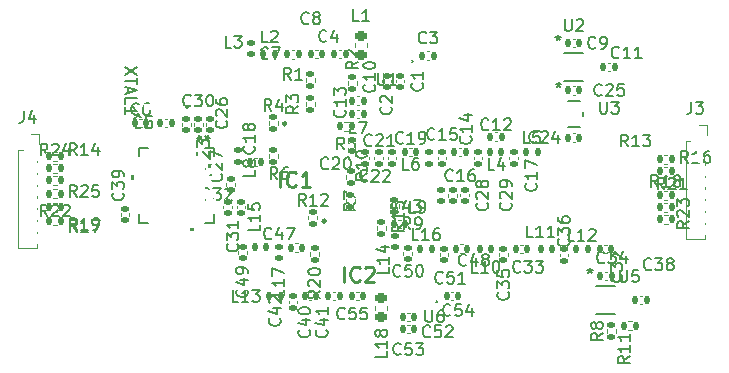
<source format=gbr>
%TF.GenerationSoftware,KiCad,Pcbnew,8.0.3*%
%TF.CreationDate,2024-07-25T00:21:40-07:00*%
%TF.ProjectId,radio_module,72616469-6f5f-46d6-9f64-756c652e6b69,rev?*%
%TF.SameCoordinates,Original*%
%TF.FileFunction,Legend,Top*%
%TF.FilePolarity,Positive*%
%FSLAX46Y46*%
G04 Gerber Fmt 4.6, Leading zero omitted, Abs format (unit mm)*
G04 Created by KiCad (PCBNEW 8.0.3) date 2024-07-25 00:21:40*
%MOMM*%
%LPD*%
G01*
G04 APERTURE LIST*
G04 Aperture macros list*
%AMRoundRect*
0 Rectangle with rounded corners*
0 $1 Rounding radius*
0 $2 $3 $4 $5 $6 $7 $8 $9 X,Y pos of 4 corners*
0 Add a 4 corners polygon primitive as box body*
4,1,4,$2,$3,$4,$5,$6,$7,$8,$9,$2,$3,0*
0 Add four circle primitives for the rounded corners*
1,1,$1+$1,$2,$3*
1,1,$1+$1,$4,$5*
1,1,$1+$1,$6,$7*
1,1,$1+$1,$8,$9*
0 Add four rect primitives between the rounded corners*
20,1,$1+$1,$2,$3,$4,$5,0*
20,1,$1+$1,$4,$5,$6,$7,0*
20,1,$1+$1,$6,$7,$8,$9,0*
20,1,$1+$1,$8,$9,$2,$3,0*%
G04 Aperture macros list end*
%ADD10C,0.150000*%
%ADD11C,0.254000*%
%ADD12C,0.120000*%
%ADD13C,0.152400*%
%ADD14C,0.000000*%
%ADD15C,0.250000*%
%ADD16RoundRect,0.147500X0.172500X-0.147500X0.172500X0.147500X-0.172500X0.147500X-0.172500X-0.147500X0*%
%ADD17RoundRect,0.140000X-0.170000X0.140000X-0.170000X-0.140000X0.170000X-0.140000X0.170000X0.140000X0*%
%ADD18RoundRect,0.147500X-0.172500X0.147500X-0.172500X-0.147500X0.172500X-0.147500X0.172500X0.147500X0*%
%ADD19R,0.787400X0.355600*%
%ADD20RoundRect,0.140000X-0.140000X-0.170000X0.140000X-0.170000X0.140000X0.170000X-0.140000X0.170000X0*%
%ADD21RoundRect,0.135000X-0.185000X0.135000X-0.185000X-0.135000X0.185000X-0.135000X0.185000X0.135000X0*%
%ADD22RoundRect,0.147500X-0.147500X-0.172500X0.147500X-0.172500X0.147500X0.172500X-0.147500X0.172500X0*%
%ADD23RoundRect,0.135000X0.135000X0.185000X-0.135000X0.185000X-0.135000X-0.185000X0.135000X-0.185000X0*%
%ADD24RoundRect,0.135000X-0.135000X-0.185000X0.135000X-0.185000X0.135000X0.185000X-0.135000X0.185000X0*%
%ADD25RoundRect,0.140000X0.140000X0.170000X-0.140000X0.170000X-0.140000X-0.170000X0.140000X-0.170000X0*%
%ADD26RoundRect,0.140000X0.170000X-0.140000X0.170000X0.140000X-0.170000X0.140000X-0.170000X-0.140000X0*%
%ADD27R,0.304800X0.812800*%
%ADD28R,0.812800X0.304800*%
%ADD29R,4.876800X4.876800*%
%ADD30R,0.850000X0.850000*%
%ADD31O,0.850000X0.850000*%
%ADD32R,0.750000X0.300000*%
%ADD33R,0.300000X0.750000*%
%ADD34R,1.750000X1.750000*%
%ADD35R,0.833300X0.355600*%
%ADD36RoundRect,0.135000X0.185000X-0.135000X0.185000X0.135000X-0.185000X0.135000X-0.185000X-0.135000X0*%
%ADD37RoundRect,0.218750X-0.256250X0.218750X-0.256250X-0.218750X0.256250X-0.218750X0.256250X0.218750X0*%
%ADD38R,0.660400X0.254000*%
%ADD39R,0.838200X1.651000*%
%ADD40RoundRect,0.218750X0.256250X-0.218750X0.256250X0.218750X-0.256250X0.218750X-0.256250X-0.218750X0*%
%ADD41R,0.863600X0.609600*%
G04 APERTURE END LIST*
D10*
X132358333Y-103348819D02*
X131882143Y-103348819D01*
X131882143Y-103348819D02*
X131882143Y-102348819D01*
X132739286Y-103348819D02*
X132929762Y-103348819D01*
X132929762Y-103348819D02*
X133025000Y-103301200D01*
X133025000Y-103301200D02*
X133072619Y-103253580D01*
X133072619Y-103253580D02*
X133167857Y-103110723D01*
X133167857Y-103110723D02*
X133215476Y-102920247D01*
X133215476Y-102920247D02*
X133215476Y-102539295D01*
X133215476Y-102539295D02*
X133167857Y-102444057D01*
X133167857Y-102444057D02*
X133120238Y-102396438D01*
X133120238Y-102396438D02*
X133025000Y-102348819D01*
X133025000Y-102348819D02*
X132834524Y-102348819D01*
X132834524Y-102348819D02*
X132739286Y-102396438D01*
X132739286Y-102396438D02*
X132691667Y-102444057D01*
X132691667Y-102444057D02*
X132644048Y-102539295D01*
X132644048Y-102539295D02*
X132644048Y-102777390D01*
X132644048Y-102777390D02*
X132691667Y-102872628D01*
X132691667Y-102872628D02*
X132739286Y-102920247D01*
X132739286Y-102920247D02*
X132834524Y-102967866D01*
X132834524Y-102967866D02*
X133025000Y-102967866D01*
X133025000Y-102967866D02*
X133120238Y-102920247D01*
X133120238Y-102920247D02*
X133167857Y-102872628D01*
X133167857Y-102872628D02*
X133215476Y-102777390D01*
X140206580Y-110076857D02*
X140254200Y-110124476D01*
X140254200Y-110124476D02*
X140301819Y-110267333D01*
X140301819Y-110267333D02*
X140301819Y-110362571D01*
X140301819Y-110362571D02*
X140254200Y-110505428D01*
X140254200Y-110505428D02*
X140158961Y-110600666D01*
X140158961Y-110600666D02*
X140063723Y-110648285D01*
X140063723Y-110648285D02*
X139873247Y-110695904D01*
X139873247Y-110695904D02*
X139730390Y-110695904D01*
X139730390Y-110695904D02*
X139539914Y-110648285D01*
X139539914Y-110648285D02*
X139444676Y-110600666D01*
X139444676Y-110600666D02*
X139349438Y-110505428D01*
X139349438Y-110505428D02*
X139301819Y-110362571D01*
X139301819Y-110362571D02*
X139301819Y-110267333D01*
X139301819Y-110267333D02*
X139349438Y-110124476D01*
X139349438Y-110124476D02*
X139397057Y-110076857D01*
X139301819Y-109743523D02*
X139301819Y-109124476D01*
X139301819Y-109124476D02*
X139682771Y-109457809D01*
X139682771Y-109457809D02*
X139682771Y-109314952D01*
X139682771Y-109314952D02*
X139730390Y-109219714D01*
X139730390Y-109219714D02*
X139778009Y-109172095D01*
X139778009Y-109172095D02*
X139873247Y-109124476D01*
X139873247Y-109124476D02*
X140111342Y-109124476D01*
X140111342Y-109124476D02*
X140206580Y-109172095D01*
X140206580Y-109172095D02*
X140254200Y-109219714D01*
X140254200Y-109219714D02*
X140301819Y-109314952D01*
X140301819Y-109314952D02*
X140301819Y-109600666D01*
X140301819Y-109600666D02*
X140254200Y-109695904D01*
X140254200Y-109695904D02*
X140206580Y-109743523D01*
X139301819Y-108219714D02*
X139301819Y-108695904D01*
X139301819Y-108695904D02*
X139778009Y-108743523D01*
X139778009Y-108743523D02*
X139730390Y-108695904D01*
X139730390Y-108695904D02*
X139682771Y-108600666D01*
X139682771Y-108600666D02*
X139682771Y-108362571D01*
X139682771Y-108362571D02*
X139730390Y-108267333D01*
X139730390Y-108267333D02*
X139778009Y-108219714D01*
X139778009Y-108219714D02*
X139873247Y-108172095D01*
X139873247Y-108172095D02*
X140111342Y-108172095D01*
X140111342Y-108172095D02*
X140206580Y-108219714D01*
X140206580Y-108219714D02*
X140254200Y-108267333D01*
X140254200Y-108267333D02*
X140301819Y-108362571D01*
X140301819Y-108362571D02*
X140301819Y-108600666D01*
X140301819Y-108600666D02*
X140254200Y-108695904D01*
X140254200Y-108695904D02*
X140206580Y-108743523D01*
X118802819Y-99718666D02*
X118802819Y-100194856D01*
X118802819Y-100194856D02*
X117802819Y-100194856D01*
X118231390Y-99242475D02*
X118183771Y-99337713D01*
X118183771Y-99337713D02*
X118136152Y-99385332D01*
X118136152Y-99385332D02*
X118040914Y-99432951D01*
X118040914Y-99432951D02*
X117993295Y-99432951D01*
X117993295Y-99432951D02*
X117898057Y-99385332D01*
X117898057Y-99385332D02*
X117850438Y-99337713D01*
X117850438Y-99337713D02*
X117802819Y-99242475D01*
X117802819Y-99242475D02*
X117802819Y-99051999D01*
X117802819Y-99051999D02*
X117850438Y-98956761D01*
X117850438Y-98956761D02*
X117898057Y-98909142D01*
X117898057Y-98909142D02*
X117993295Y-98861523D01*
X117993295Y-98861523D02*
X118040914Y-98861523D01*
X118040914Y-98861523D02*
X118136152Y-98909142D01*
X118136152Y-98909142D02*
X118183771Y-98956761D01*
X118183771Y-98956761D02*
X118231390Y-99051999D01*
X118231390Y-99051999D02*
X118231390Y-99242475D01*
X118231390Y-99242475D02*
X118279009Y-99337713D01*
X118279009Y-99337713D02*
X118326628Y-99385332D01*
X118326628Y-99385332D02*
X118421866Y-99432951D01*
X118421866Y-99432951D02*
X118612342Y-99432951D01*
X118612342Y-99432951D02*
X118707580Y-99385332D01*
X118707580Y-99385332D02*
X118755200Y-99337713D01*
X118755200Y-99337713D02*
X118802819Y-99242475D01*
X118802819Y-99242475D02*
X118802819Y-99051999D01*
X118802819Y-99051999D02*
X118755200Y-98956761D01*
X118755200Y-98956761D02*
X118707580Y-98909142D01*
X118707580Y-98909142D02*
X118612342Y-98861523D01*
X118612342Y-98861523D02*
X118421866Y-98861523D01*
X118421866Y-98861523D02*
X118326628Y-98909142D01*
X118326628Y-98909142D02*
X118279009Y-98956761D01*
X118279009Y-98956761D02*
X118231390Y-99051999D01*
X127333333Y-96617819D02*
X126857143Y-96617819D01*
X126857143Y-96617819D02*
X126857143Y-95617819D01*
X127571429Y-95617819D02*
X128238095Y-95617819D01*
X128238095Y-95617819D02*
X127809524Y-96617819D01*
X117278580Y-105972857D02*
X117326200Y-106020476D01*
X117326200Y-106020476D02*
X117373819Y-106163333D01*
X117373819Y-106163333D02*
X117373819Y-106258571D01*
X117373819Y-106258571D02*
X117326200Y-106401428D01*
X117326200Y-106401428D02*
X117230961Y-106496666D01*
X117230961Y-106496666D02*
X117135723Y-106544285D01*
X117135723Y-106544285D02*
X116945247Y-106591904D01*
X116945247Y-106591904D02*
X116802390Y-106591904D01*
X116802390Y-106591904D02*
X116611914Y-106544285D01*
X116611914Y-106544285D02*
X116516676Y-106496666D01*
X116516676Y-106496666D02*
X116421438Y-106401428D01*
X116421438Y-106401428D02*
X116373819Y-106258571D01*
X116373819Y-106258571D02*
X116373819Y-106163333D01*
X116373819Y-106163333D02*
X116421438Y-106020476D01*
X116421438Y-106020476D02*
X116469057Y-105972857D01*
X116373819Y-105639523D02*
X116373819Y-105020476D01*
X116373819Y-105020476D02*
X116754771Y-105353809D01*
X116754771Y-105353809D02*
X116754771Y-105210952D01*
X116754771Y-105210952D02*
X116802390Y-105115714D01*
X116802390Y-105115714D02*
X116850009Y-105068095D01*
X116850009Y-105068095D02*
X116945247Y-105020476D01*
X116945247Y-105020476D02*
X117183342Y-105020476D01*
X117183342Y-105020476D02*
X117278580Y-105068095D01*
X117278580Y-105068095D02*
X117326200Y-105115714D01*
X117326200Y-105115714D02*
X117373819Y-105210952D01*
X117373819Y-105210952D02*
X117373819Y-105496666D01*
X117373819Y-105496666D02*
X117326200Y-105591904D01*
X117326200Y-105591904D02*
X117278580Y-105639523D01*
X117373819Y-104068095D02*
X117373819Y-104639523D01*
X117373819Y-104353809D02*
X116373819Y-104353809D01*
X116373819Y-104353809D02*
X116516676Y-104449047D01*
X116516676Y-104449047D02*
X116611914Y-104544285D01*
X116611914Y-104544285D02*
X116659533Y-104639523D01*
X149701095Y-108198819D02*
X149701095Y-109008342D01*
X149701095Y-109008342D02*
X149748714Y-109103580D01*
X149748714Y-109103580D02*
X149796333Y-109151200D01*
X149796333Y-109151200D02*
X149891571Y-109198819D01*
X149891571Y-109198819D02*
X150082047Y-109198819D01*
X150082047Y-109198819D02*
X150177285Y-109151200D01*
X150177285Y-109151200D02*
X150224904Y-109103580D01*
X150224904Y-109103580D02*
X150272523Y-109008342D01*
X150272523Y-109008342D02*
X150272523Y-108198819D01*
X151224904Y-108198819D02*
X150748714Y-108198819D01*
X150748714Y-108198819D02*
X150701095Y-108675009D01*
X150701095Y-108675009D02*
X150748714Y-108627390D01*
X150748714Y-108627390D02*
X150843952Y-108579771D01*
X150843952Y-108579771D02*
X151082047Y-108579771D01*
X151082047Y-108579771D02*
X151177285Y-108627390D01*
X151177285Y-108627390D02*
X151224904Y-108675009D01*
X151224904Y-108675009D02*
X151272523Y-108770247D01*
X151272523Y-108770247D02*
X151272523Y-109008342D01*
X151272523Y-109008342D02*
X151224904Y-109103580D01*
X151224904Y-109103580D02*
X151177285Y-109151200D01*
X151177285Y-109151200D02*
X151082047Y-109198819D01*
X151082047Y-109198819D02*
X150843952Y-109198819D01*
X150843952Y-109198819D02*
X150748714Y-109151200D01*
X150748714Y-109151200D02*
X150701095Y-109103580D01*
X147142200Y-108050219D02*
X147142200Y-108288314D01*
X146904105Y-108193076D02*
X147142200Y-108288314D01*
X147142200Y-108288314D02*
X147380295Y-108193076D01*
X146999343Y-108478790D02*
X147142200Y-108288314D01*
X147142200Y-108288314D02*
X147285057Y-108478790D01*
X147142200Y-108050219D02*
X147142200Y-108288314D01*
X146904105Y-108193076D02*
X147142200Y-108288314D01*
X147142200Y-108288314D02*
X147380295Y-108193076D01*
X146999343Y-108478790D02*
X147142200Y-108288314D01*
X147142200Y-108288314D02*
X147285057Y-108478790D01*
X149794580Y-108568857D02*
X149842200Y-108616476D01*
X149842200Y-108616476D02*
X149889819Y-108759333D01*
X149889819Y-108759333D02*
X149889819Y-108854571D01*
X149889819Y-108854571D02*
X149842200Y-108997428D01*
X149842200Y-108997428D02*
X149746961Y-109092666D01*
X149746961Y-109092666D02*
X149651723Y-109140285D01*
X149651723Y-109140285D02*
X149461247Y-109187904D01*
X149461247Y-109187904D02*
X149318390Y-109187904D01*
X149318390Y-109187904D02*
X149127914Y-109140285D01*
X149127914Y-109140285D02*
X149032676Y-109092666D01*
X149032676Y-109092666D02*
X148937438Y-108997428D01*
X148937438Y-108997428D02*
X148889819Y-108854571D01*
X148889819Y-108854571D02*
X148889819Y-108759333D01*
X148889819Y-108759333D02*
X148937438Y-108616476D01*
X148937438Y-108616476D02*
X148985057Y-108568857D01*
X148889819Y-108235523D02*
X148889819Y-107616476D01*
X148889819Y-107616476D02*
X149270771Y-107949809D01*
X149270771Y-107949809D02*
X149270771Y-107806952D01*
X149270771Y-107806952D02*
X149318390Y-107711714D01*
X149318390Y-107711714D02*
X149366009Y-107664095D01*
X149366009Y-107664095D02*
X149461247Y-107616476D01*
X149461247Y-107616476D02*
X149699342Y-107616476D01*
X149699342Y-107616476D02*
X149794580Y-107664095D01*
X149794580Y-107664095D02*
X149842200Y-107711714D01*
X149842200Y-107711714D02*
X149889819Y-107806952D01*
X149889819Y-107806952D02*
X149889819Y-108092666D01*
X149889819Y-108092666D02*
X149842200Y-108187904D01*
X149842200Y-108187904D02*
X149794580Y-108235523D01*
X148889819Y-107283142D02*
X148889819Y-106616476D01*
X148889819Y-106616476D02*
X149889819Y-107045047D01*
X132923580Y-92368666D02*
X132971200Y-92416285D01*
X132971200Y-92416285D02*
X133018819Y-92559142D01*
X133018819Y-92559142D02*
X133018819Y-92654380D01*
X133018819Y-92654380D02*
X132971200Y-92797237D01*
X132971200Y-92797237D02*
X132875961Y-92892475D01*
X132875961Y-92892475D02*
X132780723Y-92940094D01*
X132780723Y-92940094D02*
X132590247Y-92987713D01*
X132590247Y-92987713D02*
X132447390Y-92987713D01*
X132447390Y-92987713D02*
X132256914Y-92940094D01*
X132256914Y-92940094D02*
X132161676Y-92892475D01*
X132161676Y-92892475D02*
X132066438Y-92797237D01*
X132066438Y-92797237D02*
X132018819Y-92654380D01*
X132018819Y-92654380D02*
X132018819Y-92559142D01*
X132018819Y-92559142D02*
X132066438Y-92416285D01*
X132066438Y-92416285D02*
X132114057Y-92368666D01*
X133018819Y-91416285D02*
X133018819Y-91987713D01*
X133018819Y-91701999D02*
X132018819Y-91701999D01*
X132018819Y-91701999D02*
X132161676Y-91797237D01*
X132161676Y-91797237D02*
X132256914Y-91892475D01*
X132256914Y-91892475D02*
X132304533Y-91987713D01*
X136664142Y-107733580D02*
X136616523Y-107781200D01*
X136616523Y-107781200D02*
X136473666Y-107828819D01*
X136473666Y-107828819D02*
X136378428Y-107828819D01*
X136378428Y-107828819D02*
X136235571Y-107781200D01*
X136235571Y-107781200D02*
X136140333Y-107685961D01*
X136140333Y-107685961D02*
X136092714Y-107590723D01*
X136092714Y-107590723D02*
X136045095Y-107400247D01*
X136045095Y-107400247D02*
X136045095Y-107257390D01*
X136045095Y-107257390D02*
X136092714Y-107066914D01*
X136092714Y-107066914D02*
X136140333Y-106971676D01*
X136140333Y-106971676D02*
X136235571Y-106876438D01*
X136235571Y-106876438D02*
X136378428Y-106828819D01*
X136378428Y-106828819D02*
X136473666Y-106828819D01*
X136473666Y-106828819D02*
X136616523Y-106876438D01*
X136616523Y-106876438D02*
X136664142Y-106924057D01*
X137521285Y-107162152D02*
X137521285Y-107828819D01*
X137283190Y-106781200D02*
X137045095Y-107495485D01*
X137045095Y-107495485D02*
X137664142Y-107495485D01*
X138187952Y-107257390D02*
X138092714Y-107209771D01*
X138092714Y-107209771D02*
X138045095Y-107162152D01*
X138045095Y-107162152D02*
X137997476Y-107066914D01*
X137997476Y-107066914D02*
X137997476Y-107019295D01*
X137997476Y-107019295D02*
X138045095Y-106924057D01*
X138045095Y-106924057D02*
X138092714Y-106876438D01*
X138092714Y-106876438D02*
X138187952Y-106828819D01*
X138187952Y-106828819D02*
X138378428Y-106828819D01*
X138378428Y-106828819D02*
X138473666Y-106876438D01*
X138473666Y-106876438D02*
X138521285Y-106924057D01*
X138521285Y-106924057D02*
X138568904Y-107019295D01*
X138568904Y-107019295D02*
X138568904Y-107066914D01*
X138568904Y-107066914D02*
X138521285Y-107162152D01*
X138521285Y-107162152D02*
X138473666Y-107209771D01*
X138473666Y-107209771D02*
X138378428Y-107257390D01*
X138378428Y-107257390D02*
X138187952Y-107257390D01*
X138187952Y-107257390D02*
X138092714Y-107305009D01*
X138092714Y-107305009D02*
X138045095Y-107352628D01*
X138045095Y-107352628D02*
X137997476Y-107447866D01*
X137997476Y-107447866D02*
X137997476Y-107638342D01*
X137997476Y-107638342D02*
X138045095Y-107733580D01*
X138045095Y-107733580D02*
X138092714Y-107781200D01*
X138092714Y-107781200D02*
X138187952Y-107828819D01*
X138187952Y-107828819D02*
X138378428Y-107828819D01*
X138378428Y-107828819D02*
X138473666Y-107781200D01*
X138473666Y-107781200D02*
X138521285Y-107733580D01*
X138521285Y-107733580D02*
X138568904Y-107638342D01*
X138568904Y-107638342D02*
X138568904Y-107447866D01*
X138568904Y-107447866D02*
X138521285Y-107352628D01*
X138521285Y-107352628D02*
X138473666Y-107305009D01*
X138473666Y-107305009D02*
X138378428Y-107257390D01*
X107591780Y-101667857D02*
X107639400Y-101715476D01*
X107639400Y-101715476D02*
X107687019Y-101858333D01*
X107687019Y-101858333D02*
X107687019Y-101953571D01*
X107687019Y-101953571D02*
X107639400Y-102096428D01*
X107639400Y-102096428D02*
X107544161Y-102191666D01*
X107544161Y-102191666D02*
X107448923Y-102239285D01*
X107448923Y-102239285D02*
X107258447Y-102286904D01*
X107258447Y-102286904D02*
X107115590Y-102286904D01*
X107115590Y-102286904D02*
X106925114Y-102239285D01*
X106925114Y-102239285D02*
X106829876Y-102191666D01*
X106829876Y-102191666D02*
X106734638Y-102096428D01*
X106734638Y-102096428D02*
X106687019Y-101953571D01*
X106687019Y-101953571D02*
X106687019Y-101858333D01*
X106687019Y-101858333D02*
X106734638Y-101715476D01*
X106734638Y-101715476D02*
X106782257Y-101667857D01*
X106687019Y-101334523D02*
X106687019Y-100715476D01*
X106687019Y-100715476D02*
X107067971Y-101048809D01*
X107067971Y-101048809D02*
X107067971Y-100905952D01*
X107067971Y-100905952D02*
X107115590Y-100810714D01*
X107115590Y-100810714D02*
X107163209Y-100763095D01*
X107163209Y-100763095D02*
X107258447Y-100715476D01*
X107258447Y-100715476D02*
X107496542Y-100715476D01*
X107496542Y-100715476D02*
X107591780Y-100763095D01*
X107591780Y-100763095D02*
X107639400Y-100810714D01*
X107639400Y-100810714D02*
X107687019Y-100905952D01*
X107687019Y-100905952D02*
X107687019Y-101191666D01*
X107687019Y-101191666D02*
X107639400Y-101286904D01*
X107639400Y-101286904D02*
X107591780Y-101334523D01*
X107687019Y-100239285D02*
X107687019Y-100048809D01*
X107687019Y-100048809D02*
X107639400Y-99953571D01*
X107639400Y-99953571D02*
X107591780Y-99905952D01*
X107591780Y-99905952D02*
X107448923Y-99810714D01*
X107448923Y-99810714D02*
X107258447Y-99763095D01*
X107258447Y-99763095D02*
X106877495Y-99763095D01*
X106877495Y-99763095D02*
X106782257Y-99810714D01*
X106782257Y-99810714D02*
X106734638Y-99858333D01*
X106734638Y-99858333D02*
X106687019Y-99953571D01*
X106687019Y-99953571D02*
X106687019Y-100144047D01*
X106687019Y-100144047D02*
X106734638Y-100239285D01*
X106734638Y-100239285D02*
X106782257Y-100286904D01*
X106782257Y-100286904D02*
X106877495Y-100334523D01*
X106877495Y-100334523D02*
X107115590Y-100334523D01*
X107115590Y-100334523D02*
X107210828Y-100286904D01*
X107210828Y-100286904D02*
X107258447Y-100239285D01*
X107258447Y-100239285D02*
X107306066Y-100144047D01*
X107306066Y-100144047D02*
X107306066Y-99953571D01*
X107306066Y-99953571D02*
X107258447Y-99858333D01*
X107258447Y-99858333D02*
X107210828Y-99810714D01*
X107210828Y-99810714D02*
X107115590Y-99763095D01*
X121817333Y-92069819D02*
X121484000Y-91593628D01*
X121245905Y-92069819D02*
X121245905Y-91069819D01*
X121245905Y-91069819D02*
X121626857Y-91069819D01*
X121626857Y-91069819D02*
X121722095Y-91117438D01*
X121722095Y-91117438D02*
X121769714Y-91165057D01*
X121769714Y-91165057D02*
X121817333Y-91260295D01*
X121817333Y-91260295D02*
X121817333Y-91403152D01*
X121817333Y-91403152D02*
X121769714Y-91498390D01*
X121769714Y-91498390D02*
X121722095Y-91546009D01*
X121722095Y-91546009D02*
X121626857Y-91593628D01*
X121626857Y-91593628D02*
X121245905Y-91593628D01*
X122769714Y-92069819D02*
X122198286Y-92069819D01*
X122484000Y-92069819D02*
X122484000Y-91069819D01*
X122484000Y-91069819D02*
X122388762Y-91212676D01*
X122388762Y-91212676D02*
X122293524Y-91307914D01*
X122293524Y-91307914D02*
X122198286Y-91355533D01*
X118088580Y-109853857D02*
X118136200Y-109901476D01*
X118136200Y-109901476D02*
X118183819Y-110044333D01*
X118183819Y-110044333D02*
X118183819Y-110139571D01*
X118183819Y-110139571D02*
X118136200Y-110282428D01*
X118136200Y-110282428D02*
X118040961Y-110377666D01*
X118040961Y-110377666D02*
X117945723Y-110425285D01*
X117945723Y-110425285D02*
X117755247Y-110472904D01*
X117755247Y-110472904D02*
X117612390Y-110472904D01*
X117612390Y-110472904D02*
X117421914Y-110425285D01*
X117421914Y-110425285D02*
X117326676Y-110377666D01*
X117326676Y-110377666D02*
X117231438Y-110282428D01*
X117231438Y-110282428D02*
X117183819Y-110139571D01*
X117183819Y-110139571D02*
X117183819Y-110044333D01*
X117183819Y-110044333D02*
X117231438Y-109901476D01*
X117231438Y-109901476D02*
X117279057Y-109853857D01*
X117517152Y-108996714D02*
X118183819Y-108996714D01*
X117136200Y-109234809D02*
X117850485Y-109472904D01*
X117850485Y-109472904D02*
X117850485Y-108853857D01*
X118183819Y-108425285D02*
X118183819Y-108234809D01*
X118183819Y-108234809D02*
X118136200Y-108139571D01*
X118136200Y-108139571D02*
X118088580Y-108091952D01*
X118088580Y-108091952D02*
X117945723Y-107996714D01*
X117945723Y-107996714D02*
X117755247Y-107949095D01*
X117755247Y-107949095D02*
X117374295Y-107949095D01*
X117374295Y-107949095D02*
X117279057Y-107996714D01*
X117279057Y-107996714D02*
X117231438Y-108044333D01*
X117231438Y-108044333D02*
X117183819Y-108139571D01*
X117183819Y-108139571D02*
X117183819Y-108330047D01*
X117183819Y-108330047D02*
X117231438Y-108425285D01*
X117231438Y-108425285D02*
X117279057Y-108472904D01*
X117279057Y-108472904D02*
X117374295Y-108520523D01*
X117374295Y-108520523D02*
X117612390Y-108520523D01*
X117612390Y-108520523D02*
X117707628Y-108472904D01*
X117707628Y-108472904D02*
X117755247Y-108425285D01*
X117755247Y-108425285D02*
X117802866Y-108330047D01*
X117802866Y-108330047D02*
X117802866Y-108139571D01*
X117802866Y-108139571D02*
X117755247Y-108044333D01*
X117755247Y-108044333D02*
X117707628Y-107996714D01*
X117707628Y-107996714D02*
X117612390Y-107949095D01*
X139052333Y-99688819D02*
X138576143Y-99688819D01*
X138576143Y-99688819D02*
X138576143Y-98688819D01*
X139814238Y-99022152D02*
X139814238Y-99688819D01*
X139576143Y-98641200D02*
X139338048Y-99355485D01*
X139338048Y-99355485D02*
X139957095Y-99355485D01*
X122438819Y-94313666D02*
X121962628Y-94646999D01*
X122438819Y-94885094D02*
X121438819Y-94885094D01*
X121438819Y-94885094D02*
X121438819Y-94504142D01*
X121438819Y-94504142D02*
X121486438Y-94408904D01*
X121486438Y-94408904D02*
X121534057Y-94361285D01*
X121534057Y-94361285D02*
X121629295Y-94313666D01*
X121629295Y-94313666D02*
X121772152Y-94313666D01*
X121772152Y-94313666D02*
X121867390Y-94361285D01*
X121867390Y-94361285D02*
X121915009Y-94408904D01*
X121915009Y-94408904D02*
X121962628Y-94504142D01*
X121962628Y-94504142D02*
X121962628Y-94885094D01*
X121438819Y-93980332D02*
X121438819Y-93361285D01*
X121438819Y-93361285D02*
X121819771Y-93694618D01*
X121819771Y-93694618D02*
X121819771Y-93551761D01*
X121819771Y-93551761D02*
X121867390Y-93456523D01*
X121867390Y-93456523D02*
X121915009Y-93408904D01*
X121915009Y-93408904D02*
X122010247Y-93361285D01*
X122010247Y-93361285D02*
X122248342Y-93361285D01*
X122248342Y-93361285D02*
X122343580Y-93408904D01*
X122343580Y-93408904D02*
X122391200Y-93456523D01*
X122391200Y-93456523D02*
X122438819Y-93551761D01*
X122438819Y-93551761D02*
X122438819Y-93837475D01*
X122438819Y-93837475D02*
X122391200Y-93932713D01*
X122391200Y-93932713D02*
X122343580Y-93980332D01*
X103671142Y-101998819D02*
X103337809Y-101522628D01*
X103099714Y-101998819D02*
X103099714Y-100998819D01*
X103099714Y-100998819D02*
X103480666Y-100998819D01*
X103480666Y-100998819D02*
X103575904Y-101046438D01*
X103575904Y-101046438D02*
X103623523Y-101094057D01*
X103623523Y-101094057D02*
X103671142Y-101189295D01*
X103671142Y-101189295D02*
X103671142Y-101332152D01*
X103671142Y-101332152D02*
X103623523Y-101427390D01*
X103623523Y-101427390D02*
X103575904Y-101475009D01*
X103575904Y-101475009D02*
X103480666Y-101522628D01*
X103480666Y-101522628D02*
X103099714Y-101522628D01*
X104052095Y-101094057D02*
X104099714Y-101046438D01*
X104099714Y-101046438D02*
X104194952Y-100998819D01*
X104194952Y-100998819D02*
X104433047Y-100998819D01*
X104433047Y-100998819D02*
X104528285Y-101046438D01*
X104528285Y-101046438D02*
X104575904Y-101094057D01*
X104575904Y-101094057D02*
X104623523Y-101189295D01*
X104623523Y-101189295D02*
X104623523Y-101284533D01*
X104623523Y-101284533D02*
X104575904Y-101427390D01*
X104575904Y-101427390D02*
X104004476Y-101998819D01*
X104004476Y-101998819D02*
X104623523Y-101998819D01*
X105528285Y-100998819D02*
X105052095Y-100998819D01*
X105052095Y-100998819D02*
X105004476Y-101475009D01*
X105004476Y-101475009D02*
X105052095Y-101427390D01*
X105052095Y-101427390D02*
X105147333Y-101379771D01*
X105147333Y-101379771D02*
X105385428Y-101379771D01*
X105385428Y-101379771D02*
X105480666Y-101427390D01*
X105480666Y-101427390D02*
X105528285Y-101475009D01*
X105528285Y-101475009D02*
X105575904Y-101570247D01*
X105575904Y-101570247D02*
X105575904Y-101808342D01*
X105575904Y-101808342D02*
X105528285Y-101903580D01*
X105528285Y-101903580D02*
X105480666Y-101951200D01*
X105480666Y-101951200D02*
X105385428Y-101998819D01*
X105385428Y-101998819D02*
X105147333Y-101998819D01*
X105147333Y-101998819D02*
X105052095Y-101951200D01*
X105052095Y-101951200D02*
X105004476Y-101903580D01*
X155507819Y-104068857D02*
X155031628Y-104402190D01*
X155507819Y-104640285D02*
X154507819Y-104640285D01*
X154507819Y-104640285D02*
X154507819Y-104259333D01*
X154507819Y-104259333D02*
X154555438Y-104164095D01*
X154555438Y-104164095D02*
X154603057Y-104116476D01*
X154603057Y-104116476D02*
X154698295Y-104068857D01*
X154698295Y-104068857D02*
X154841152Y-104068857D01*
X154841152Y-104068857D02*
X154936390Y-104116476D01*
X154936390Y-104116476D02*
X154984009Y-104164095D01*
X154984009Y-104164095D02*
X155031628Y-104259333D01*
X155031628Y-104259333D02*
X155031628Y-104640285D01*
X154603057Y-103687904D02*
X154555438Y-103640285D01*
X154555438Y-103640285D02*
X154507819Y-103545047D01*
X154507819Y-103545047D02*
X154507819Y-103306952D01*
X154507819Y-103306952D02*
X154555438Y-103211714D01*
X154555438Y-103211714D02*
X154603057Y-103164095D01*
X154603057Y-103164095D02*
X154698295Y-103116476D01*
X154698295Y-103116476D02*
X154793533Y-103116476D01*
X154793533Y-103116476D02*
X154936390Y-103164095D01*
X154936390Y-103164095D02*
X155507819Y-103735523D01*
X155507819Y-103735523D02*
X155507819Y-103116476D01*
X154507819Y-102783142D02*
X154507819Y-102164095D01*
X154507819Y-102164095D02*
X154888771Y-102497428D01*
X154888771Y-102497428D02*
X154888771Y-102354571D01*
X154888771Y-102354571D02*
X154936390Y-102259333D01*
X154936390Y-102259333D02*
X154984009Y-102211714D01*
X154984009Y-102211714D02*
X155079247Y-102164095D01*
X155079247Y-102164095D02*
X155317342Y-102164095D01*
X155317342Y-102164095D02*
X155412580Y-102211714D01*
X155412580Y-102211714D02*
X155460200Y-102259333D01*
X155460200Y-102259333D02*
X155507819Y-102354571D01*
X155507819Y-102354571D02*
X155507819Y-102640285D01*
X155507819Y-102640285D02*
X155460200Y-102735523D01*
X155460200Y-102735523D02*
X155412580Y-102783142D01*
X145813342Y-105710819D02*
X145337152Y-105710819D01*
X145337152Y-105710819D02*
X145337152Y-104710819D01*
X146670485Y-105710819D02*
X146099057Y-105710819D01*
X146384771Y-105710819D02*
X146384771Y-104710819D01*
X146384771Y-104710819D02*
X146289533Y-104853676D01*
X146289533Y-104853676D02*
X146194295Y-104948914D01*
X146194295Y-104948914D02*
X146099057Y-104996533D01*
X147051438Y-104806057D02*
X147099057Y-104758438D01*
X147099057Y-104758438D02*
X147194295Y-104710819D01*
X147194295Y-104710819D02*
X147432390Y-104710819D01*
X147432390Y-104710819D02*
X147527628Y-104758438D01*
X147527628Y-104758438D02*
X147575247Y-104806057D01*
X147575247Y-104806057D02*
X147622866Y-104901295D01*
X147622866Y-104901295D02*
X147622866Y-104996533D01*
X147622866Y-104996533D02*
X147575247Y-105139390D01*
X147575247Y-105139390D02*
X147003819Y-105710819D01*
X147003819Y-105710819D02*
X147622866Y-105710819D01*
X123059942Y-102741819D02*
X122726609Y-102265628D01*
X122488514Y-102741819D02*
X122488514Y-101741819D01*
X122488514Y-101741819D02*
X122869466Y-101741819D01*
X122869466Y-101741819D02*
X122964704Y-101789438D01*
X122964704Y-101789438D02*
X123012323Y-101837057D01*
X123012323Y-101837057D02*
X123059942Y-101932295D01*
X123059942Y-101932295D02*
X123059942Y-102075152D01*
X123059942Y-102075152D02*
X123012323Y-102170390D01*
X123012323Y-102170390D02*
X122964704Y-102218009D01*
X122964704Y-102218009D02*
X122869466Y-102265628D01*
X122869466Y-102265628D02*
X122488514Y-102265628D01*
X124012323Y-102741819D02*
X123440895Y-102741819D01*
X123726609Y-102741819D02*
X123726609Y-101741819D01*
X123726609Y-101741819D02*
X123631371Y-101884676D01*
X123631371Y-101884676D02*
X123536133Y-101979914D01*
X123536133Y-101979914D02*
X123440895Y-102027533D01*
X124393276Y-101837057D02*
X124440895Y-101789438D01*
X124440895Y-101789438D02*
X124536133Y-101741819D01*
X124536133Y-101741819D02*
X124774228Y-101741819D01*
X124774228Y-101741819D02*
X124869466Y-101789438D01*
X124869466Y-101789438D02*
X124917085Y-101837057D01*
X124917085Y-101837057D02*
X124964704Y-101932295D01*
X124964704Y-101932295D02*
X124964704Y-102027533D01*
X124964704Y-102027533D02*
X124917085Y-102170390D01*
X124917085Y-102170390D02*
X124345657Y-102741819D01*
X124345657Y-102741819D02*
X124964704Y-102741819D01*
X109125333Y-96077580D02*
X109077714Y-96125200D01*
X109077714Y-96125200D02*
X108934857Y-96172819D01*
X108934857Y-96172819D02*
X108839619Y-96172819D01*
X108839619Y-96172819D02*
X108696762Y-96125200D01*
X108696762Y-96125200D02*
X108601524Y-96029961D01*
X108601524Y-96029961D02*
X108553905Y-95934723D01*
X108553905Y-95934723D02*
X108506286Y-95744247D01*
X108506286Y-95744247D02*
X108506286Y-95601390D01*
X108506286Y-95601390D02*
X108553905Y-95410914D01*
X108553905Y-95410914D02*
X108601524Y-95315676D01*
X108601524Y-95315676D02*
X108696762Y-95220438D01*
X108696762Y-95220438D02*
X108839619Y-95172819D01*
X108839619Y-95172819D02*
X108934857Y-95172819D01*
X108934857Y-95172819D02*
X109077714Y-95220438D01*
X109077714Y-95220438D02*
X109125333Y-95268057D01*
X110030095Y-95172819D02*
X109553905Y-95172819D01*
X109553905Y-95172819D02*
X109506286Y-95649009D01*
X109506286Y-95649009D02*
X109553905Y-95601390D01*
X109553905Y-95601390D02*
X109649143Y-95553771D01*
X109649143Y-95553771D02*
X109887238Y-95553771D01*
X109887238Y-95553771D02*
X109982476Y-95601390D01*
X109982476Y-95601390D02*
X110030095Y-95649009D01*
X110030095Y-95649009D02*
X110077714Y-95744247D01*
X110077714Y-95744247D02*
X110077714Y-95982342D01*
X110077714Y-95982342D02*
X110030095Y-96077580D01*
X110030095Y-96077580D02*
X109982476Y-96125200D01*
X109982476Y-96125200D02*
X109887238Y-96172819D01*
X109887238Y-96172819D02*
X109649143Y-96172819D01*
X109649143Y-96172819D02*
X109553905Y-96125200D01*
X109553905Y-96125200D02*
X109506286Y-96077580D01*
X135525142Y-100576580D02*
X135477523Y-100624200D01*
X135477523Y-100624200D02*
X135334666Y-100671819D01*
X135334666Y-100671819D02*
X135239428Y-100671819D01*
X135239428Y-100671819D02*
X135096571Y-100624200D01*
X135096571Y-100624200D02*
X135001333Y-100528961D01*
X135001333Y-100528961D02*
X134953714Y-100433723D01*
X134953714Y-100433723D02*
X134906095Y-100243247D01*
X134906095Y-100243247D02*
X134906095Y-100100390D01*
X134906095Y-100100390D02*
X134953714Y-99909914D01*
X134953714Y-99909914D02*
X135001333Y-99814676D01*
X135001333Y-99814676D02*
X135096571Y-99719438D01*
X135096571Y-99719438D02*
X135239428Y-99671819D01*
X135239428Y-99671819D02*
X135334666Y-99671819D01*
X135334666Y-99671819D02*
X135477523Y-99719438D01*
X135477523Y-99719438D02*
X135525142Y-99767057D01*
X136477523Y-100671819D02*
X135906095Y-100671819D01*
X136191809Y-100671819D02*
X136191809Y-99671819D01*
X136191809Y-99671819D02*
X136096571Y-99814676D01*
X136096571Y-99814676D02*
X136001333Y-99909914D01*
X136001333Y-99909914D02*
X135906095Y-99957533D01*
X137334666Y-99671819D02*
X137144190Y-99671819D01*
X137144190Y-99671819D02*
X137048952Y-99719438D01*
X137048952Y-99719438D02*
X137001333Y-99767057D01*
X137001333Y-99767057D02*
X136906095Y-99909914D01*
X136906095Y-99909914D02*
X136858476Y-100100390D01*
X136858476Y-100100390D02*
X136858476Y-100481342D01*
X136858476Y-100481342D02*
X136906095Y-100576580D01*
X136906095Y-100576580D02*
X136953714Y-100624200D01*
X136953714Y-100624200D02*
X137048952Y-100671819D01*
X137048952Y-100671819D02*
X137239428Y-100671819D01*
X137239428Y-100671819D02*
X137334666Y-100624200D01*
X137334666Y-100624200D02*
X137382285Y-100576580D01*
X137382285Y-100576580D02*
X137429904Y-100481342D01*
X137429904Y-100481342D02*
X137429904Y-100243247D01*
X137429904Y-100243247D02*
X137382285Y-100148009D01*
X137382285Y-100148009D02*
X137334666Y-100100390D01*
X137334666Y-100100390D02*
X137239428Y-100052771D01*
X137239428Y-100052771D02*
X137048952Y-100052771D01*
X137048952Y-100052771D02*
X136953714Y-100100390D01*
X136953714Y-100100390D02*
X136906095Y-100148009D01*
X136906095Y-100148009D02*
X136858476Y-100243247D01*
X117356642Y-110869818D02*
X116880452Y-110869818D01*
X116880452Y-110869818D02*
X116880452Y-109869818D01*
X118213785Y-110869818D02*
X117642357Y-110869818D01*
X117928071Y-110869818D02*
X117928071Y-109869818D01*
X117928071Y-109869818D02*
X117832833Y-110012675D01*
X117832833Y-110012675D02*
X117737595Y-110107913D01*
X117737595Y-110107913D02*
X117642357Y-110155532D01*
X118547119Y-109869818D02*
X119166166Y-109869818D01*
X119166166Y-109869818D02*
X118832833Y-110250770D01*
X118832833Y-110250770D02*
X118975690Y-110250770D01*
X118975690Y-110250770D02*
X119070928Y-110298389D01*
X119070928Y-110298389D02*
X119118547Y-110346008D01*
X119118547Y-110346008D02*
X119166166Y-110441246D01*
X119166166Y-110441246D02*
X119166166Y-110679341D01*
X119166166Y-110679341D02*
X119118547Y-110774579D01*
X119118547Y-110774579D02*
X119070928Y-110822199D01*
X119070928Y-110822199D02*
X118975690Y-110869818D01*
X118975690Y-110869818D02*
X118689976Y-110869818D01*
X118689976Y-110869818D02*
X118594738Y-110822199D01*
X118594738Y-110822199D02*
X118547119Y-110774579D01*
X127494819Y-90535666D02*
X127018628Y-90868999D01*
X127494819Y-91107094D02*
X126494819Y-91107094D01*
X126494819Y-91107094D02*
X126494819Y-90726142D01*
X126494819Y-90726142D02*
X126542438Y-90630904D01*
X126542438Y-90630904D02*
X126590057Y-90583285D01*
X126590057Y-90583285D02*
X126685295Y-90535666D01*
X126685295Y-90535666D02*
X126828152Y-90535666D01*
X126828152Y-90535666D02*
X126923390Y-90583285D01*
X126923390Y-90583285D02*
X126971009Y-90630904D01*
X126971009Y-90630904D02*
X127018628Y-90726142D01*
X127018628Y-90726142D02*
X127018628Y-91107094D01*
X126590057Y-90154713D02*
X126542438Y-90107094D01*
X126542438Y-90107094D02*
X126494819Y-90011856D01*
X126494819Y-90011856D02*
X126494819Y-89773761D01*
X126494819Y-89773761D02*
X126542438Y-89678523D01*
X126542438Y-89678523D02*
X126590057Y-89630904D01*
X126590057Y-89630904D02*
X126685295Y-89583285D01*
X126685295Y-89583285D02*
X126780533Y-89583285D01*
X126780533Y-89583285D02*
X126923390Y-89630904D01*
X126923390Y-89630904D02*
X127494819Y-90202332D01*
X127494819Y-90202332D02*
X127494819Y-89583285D01*
X124972142Y-99561580D02*
X124924523Y-99609200D01*
X124924523Y-99609200D02*
X124781666Y-99656819D01*
X124781666Y-99656819D02*
X124686428Y-99656819D01*
X124686428Y-99656819D02*
X124543571Y-99609200D01*
X124543571Y-99609200D02*
X124448333Y-99513961D01*
X124448333Y-99513961D02*
X124400714Y-99418723D01*
X124400714Y-99418723D02*
X124353095Y-99228247D01*
X124353095Y-99228247D02*
X124353095Y-99085390D01*
X124353095Y-99085390D02*
X124400714Y-98894914D01*
X124400714Y-98894914D02*
X124448333Y-98799676D01*
X124448333Y-98799676D02*
X124543571Y-98704438D01*
X124543571Y-98704438D02*
X124686428Y-98656819D01*
X124686428Y-98656819D02*
X124781666Y-98656819D01*
X124781666Y-98656819D02*
X124924523Y-98704438D01*
X124924523Y-98704438D02*
X124972142Y-98752057D01*
X125353095Y-98752057D02*
X125400714Y-98704438D01*
X125400714Y-98704438D02*
X125495952Y-98656819D01*
X125495952Y-98656819D02*
X125734047Y-98656819D01*
X125734047Y-98656819D02*
X125829285Y-98704438D01*
X125829285Y-98704438D02*
X125876904Y-98752057D01*
X125876904Y-98752057D02*
X125924523Y-98847295D01*
X125924523Y-98847295D02*
X125924523Y-98942533D01*
X125924523Y-98942533D02*
X125876904Y-99085390D01*
X125876904Y-99085390D02*
X125305476Y-99656819D01*
X125305476Y-99656819D02*
X125924523Y-99656819D01*
X126543571Y-98656819D02*
X126638809Y-98656819D01*
X126638809Y-98656819D02*
X126734047Y-98704438D01*
X126734047Y-98704438D02*
X126781666Y-98752057D01*
X126781666Y-98752057D02*
X126829285Y-98847295D01*
X126829285Y-98847295D02*
X126876904Y-99037771D01*
X126876904Y-99037771D02*
X126876904Y-99275866D01*
X126876904Y-99275866D02*
X126829285Y-99466342D01*
X126829285Y-99466342D02*
X126781666Y-99561580D01*
X126781666Y-99561580D02*
X126734047Y-99609200D01*
X126734047Y-99609200D02*
X126638809Y-99656819D01*
X126638809Y-99656819D02*
X126543571Y-99656819D01*
X126543571Y-99656819D02*
X126448333Y-99609200D01*
X126448333Y-99609200D02*
X126400714Y-99561580D01*
X126400714Y-99561580D02*
X126353095Y-99466342D01*
X126353095Y-99466342D02*
X126305476Y-99275866D01*
X126305476Y-99275866D02*
X126305476Y-99037771D01*
X126305476Y-99037771D02*
X126353095Y-98847295D01*
X126353095Y-98847295D02*
X126400714Y-98752057D01*
X126400714Y-98752057D02*
X126448333Y-98704438D01*
X126448333Y-98704438D02*
X126543571Y-98656819D01*
X150362142Y-97720819D02*
X150028809Y-97244628D01*
X149790714Y-97720819D02*
X149790714Y-96720819D01*
X149790714Y-96720819D02*
X150171666Y-96720819D01*
X150171666Y-96720819D02*
X150266904Y-96768438D01*
X150266904Y-96768438D02*
X150314523Y-96816057D01*
X150314523Y-96816057D02*
X150362142Y-96911295D01*
X150362142Y-96911295D02*
X150362142Y-97054152D01*
X150362142Y-97054152D02*
X150314523Y-97149390D01*
X150314523Y-97149390D02*
X150266904Y-97197009D01*
X150266904Y-97197009D02*
X150171666Y-97244628D01*
X150171666Y-97244628D02*
X149790714Y-97244628D01*
X151314523Y-97720819D02*
X150743095Y-97720819D01*
X151028809Y-97720819D02*
X151028809Y-96720819D01*
X151028809Y-96720819D02*
X150933571Y-96863676D01*
X150933571Y-96863676D02*
X150838333Y-96958914D01*
X150838333Y-96958914D02*
X150743095Y-97006533D01*
X151647857Y-96720819D02*
X152266904Y-96720819D01*
X152266904Y-96720819D02*
X151933571Y-97101771D01*
X151933571Y-97101771D02*
X152076428Y-97101771D01*
X152076428Y-97101771D02*
X152171666Y-97149390D01*
X152171666Y-97149390D02*
X152219285Y-97197009D01*
X152219285Y-97197009D02*
X152266904Y-97292247D01*
X152266904Y-97292247D02*
X152266904Y-97530342D01*
X152266904Y-97530342D02*
X152219285Y-97625580D01*
X152219285Y-97625580D02*
X152171666Y-97673200D01*
X152171666Y-97673200D02*
X152076428Y-97720819D01*
X152076428Y-97720819D02*
X151790714Y-97720819D01*
X151790714Y-97720819D02*
X151695476Y-97673200D01*
X151695476Y-97673200D02*
X151647857Y-97625580D01*
X112680338Y-100248053D02*
X111870815Y-100248053D01*
X111870815Y-100248053D02*
X111775577Y-100295672D01*
X111775577Y-100295672D02*
X111727958Y-100343291D01*
X111727958Y-100343291D02*
X111680338Y-100438529D01*
X111680338Y-100438529D02*
X111680338Y-100629005D01*
X111680338Y-100629005D02*
X111727958Y-100724243D01*
X111727958Y-100724243D02*
X111775577Y-100771862D01*
X111775577Y-100771862D02*
X111870815Y-100819481D01*
X111870815Y-100819481D02*
X112680338Y-100819481D01*
X112347005Y-101724243D02*
X111680338Y-101724243D01*
X112727958Y-101486148D02*
X112013672Y-101248053D01*
X112013672Y-101248053D02*
X112013672Y-101867100D01*
X113864928Y-97022157D02*
X114103023Y-97022157D01*
X114007785Y-97260252D02*
X114103023Y-97022157D01*
X114103023Y-97022157D02*
X114007785Y-96784062D01*
X114293499Y-97165014D02*
X114103023Y-97022157D01*
X114103023Y-97022157D02*
X114293499Y-96879300D01*
X114955289Y-97022158D02*
X114717194Y-97022158D01*
X114812432Y-96784063D02*
X114717194Y-97022158D01*
X114717194Y-97022158D02*
X114812432Y-97260253D01*
X114526718Y-96879301D02*
X114717194Y-97022158D01*
X114717194Y-97022158D02*
X114526718Y-97165015D01*
X133977142Y-97076580D02*
X133929523Y-97124200D01*
X133929523Y-97124200D02*
X133786666Y-97171819D01*
X133786666Y-97171819D02*
X133691428Y-97171819D01*
X133691428Y-97171819D02*
X133548571Y-97124200D01*
X133548571Y-97124200D02*
X133453333Y-97028961D01*
X133453333Y-97028961D02*
X133405714Y-96933723D01*
X133405714Y-96933723D02*
X133358095Y-96743247D01*
X133358095Y-96743247D02*
X133358095Y-96600390D01*
X133358095Y-96600390D02*
X133405714Y-96409914D01*
X133405714Y-96409914D02*
X133453333Y-96314676D01*
X133453333Y-96314676D02*
X133548571Y-96219438D01*
X133548571Y-96219438D02*
X133691428Y-96171819D01*
X133691428Y-96171819D02*
X133786666Y-96171819D01*
X133786666Y-96171819D02*
X133929523Y-96219438D01*
X133929523Y-96219438D02*
X133977142Y-96267057D01*
X134929523Y-97171819D02*
X134358095Y-97171819D01*
X134643809Y-97171819D02*
X134643809Y-96171819D01*
X134643809Y-96171819D02*
X134548571Y-96314676D01*
X134548571Y-96314676D02*
X134453333Y-96409914D01*
X134453333Y-96409914D02*
X134358095Y-96457533D01*
X135834285Y-96171819D02*
X135358095Y-96171819D01*
X135358095Y-96171819D02*
X135310476Y-96648009D01*
X135310476Y-96648009D02*
X135358095Y-96600390D01*
X135358095Y-96600390D02*
X135453333Y-96552771D01*
X135453333Y-96552771D02*
X135691428Y-96552771D01*
X135691428Y-96552771D02*
X135786666Y-96600390D01*
X135786666Y-96600390D02*
X135834285Y-96648009D01*
X135834285Y-96648009D02*
X135881904Y-96743247D01*
X135881904Y-96743247D02*
X135881904Y-96981342D01*
X135881904Y-96981342D02*
X135834285Y-97076580D01*
X135834285Y-97076580D02*
X135786666Y-97124200D01*
X135786666Y-97124200D02*
X135691428Y-97171819D01*
X135691428Y-97171819D02*
X135453333Y-97171819D01*
X135453333Y-97171819D02*
X135358095Y-97124200D01*
X135358095Y-97124200D02*
X135310476Y-97076580D01*
X131310142Y-97393580D02*
X131262523Y-97441200D01*
X131262523Y-97441200D02*
X131119666Y-97488819D01*
X131119666Y-97488819D02*
X131024428Y-97488819D01*
X131024428Y-97488819D02*
X130881571Y-97441200D01*
X130881571Y-97441200D02*
X130786333Y-97345961D01*
X130786333Y-97345961D02*
X130738714Y-97250723D01*
X130738714Y-97250723D02*
X130691095Y-97060247D01*
X130691095Y-97060247D02*
X130691095Y-96917390D01*
X130691095Y-96917390D02*
X130738714Y-96726914D01*
X130738714Y-96726914D02*
X130786333Y-96631676D01*
X130786333Y-96631676D02*
X130881571Y-96536438D01*
X130881571Y-96536438D02*
X131024428Y-96488819D01*
X131024428Y-96488819D02*
X131119666Y-96488819D01*
X131119666Y-96488819D02*
X131262523Y-96536438D01*
X131262523Y-96536438D02*
X131310142Y-96584057D01*
X132262523Y-97488819D02*
X131691095Y-97488819D01*
X131976809Y-97488819D02*
X131976809Y-96488819D01*
X131976809Y-96488819D02*
X131881571Y-96631676D01*
X131881571Y-96631676D02*
X131786333Y-96726914D01*
X131786333Y-96726914D02*
X131691095Y-96774533D01*
X132738714Y-97488819D02*
X132929190Y-97488819D01*
X132929190Y-97488819D02*
X133024428Y-97441200D01*
X133024428Y-97441200D02*
X133072047Y-97393580D01*
X133072047Y-97393580D02*
X133167285Y-97250723D01*
X133167285Y-97250723D02*
X133214904Y-97060247D01*
X133214904Y-97060247D02*
X133214904Y-96679295D01*
X133214904Y-96679295D02*
X133167285Y-96584057D01*
X133167285Y-96584057D02*
X133119666Y-96536438D01*
X133119666Y-96536438D02*
X133024428Y-96488819D01*
X133024428Y-96488819D02*
X132833952Y-96488819D01*
X132833952Y-96488819D02*
X132738714Y-96536438D01*
X132738714Y-96536438D02*
X132691095Y-96584057D01*
X132691095Y-96584057D02*
X132643476Y-96679295D01*
X132643476Y-96679295D02*
X132643476Y-96917390D01*
X132643476Y-96917390D02*
X132691095Y-97012628D01*
X132691095Y-97012628D02*
X132738714Y-97060247D01*
X132738714Y-97060247D02*
X132833952Y-97107866D01*
X132833952Y-97107866D02*
X133024428Y-97107866D01*
X133024428Y-97107866D02*
X133119666Y-97060247D01*
X133119666Y-97060247D02*
X133167285Y-97012628D01*
X133167285Y-97012628D02*
X133214904Y-96917390D01*
X128867580Y-92495857D02*
X128915200Y-92543476D01*
X128915200Y-92543476D02*
X128962819Y-92686333D01*
X128962819Y-92686333D02*
X128962819Y-92781571D01*
X128962819Y-92781571D02*
X128915200Y-92924428D01*
X128915200Y-92924428D02*
X128819961Y-93019666D01*
X128819961Y-93019666D02*
X128724723Y-93067285D01*
X128724723Y-93067285D02*
X128534247Y-93114904D01*
X128534247Y-93114904D02*
X128391390Y-93114904D01*
X128391390Y-93114904D02*
X128200914Y-93067285D01*
X128200914Y-93067285D02*
X128105676Y-93019666D01*
X128105676Y-93019666D02*
X128010438Y-92924428D01*
X128010438Y-92924428D02*
X127962819Y-92781571D01*
X127962819Y-92781571D02*
X127962819Y-92686333D01*
X127962819Y-92686333D02*
X128010438Y-92543476D01*
X128010438Y-92543476D02*
X128058057Y-92495857D01*
X128962819Y-91543476D02*
X128962819Y-92114904D01*
X128962819Y-91829190D02*
X127962819Y-91829190D01*
X127962819Y-91829190D02*
X128105676Y-91924428D01*
X128105676Y-91924428D02*
X128200914Y-92019666D01*
X128200914Y-92019666D02*
X128248533Y-92114904D01*
X127962819Y-90924428D02*
X127962819Y-90829190D01*
X127962819Y-90829190D02*
X128010438Y-90733952D01*
X128010438Y-90733952D02*
X128058057Y-90686333D01*
X128058057Y-90686333D02*
X128153295Y-90638714D01*
X128153295Y-90638714D02*
X128343771Y-90591095D01*
X128343771Y-90591095D02*
X128581866Y-90591095D01*
X128581866Y-90591095D02*
X128772342Y-90638714D01*
X128772342Y-90638714D02*
X128867580Y-90686333D01*
X128867580Y-90686333D02*
X128915200Y-90733952D01*
X128915200Y-90733952D02*
X128962819Y-90829190D01*
X128962819Y-90829190D02*
X128962819Y-90924428D01*
X128962819Y-90924428D02*
X128915200Y-91019666D01*
X128915200Y-91019666D02*
X128867580Y-91067285D01*
X128867580Y-91067285D02*
X128772342Y-91114904D01*
X128772342Y-91114904D02*
X128581866Y-91162523D01*
X128581866Y-91162523D02*
X128343771Y-91162523D01*
X128343771Y-91162523D02*
X128153295Y-91114904D01*
X128153295Y-91114904D02*
X128058057Y-91067285D01*
X128058057Y-91067285D02*
X128010438Y-91019666D01*
X128010438Y-91019666D02*
X127962819Y-90924428D01*
X126325333Y-97966819D02*
X125992000Y-97490628D01*
X125753905Y-97966819D02*
X125753905Y-96966819D01*
X125753905Y-96966819D02*
X126134857Y-96966819D01*
X126134857Y-96966819D02*
X126230095Y-97014438D01*
X126230095Y-97014438D02*
X126277714Y-97062057D01*
X126277714Y-97062057D02*
X126325333Y-97157295D01*
X126325333Y-97157295D02*
X126325333Y-97300152D01*
X126325333Y-97300152D02*
X126277714Y-97395390D01*
X126277714Y-97395390D02*
X126230095Y-97443009D01*
X126230095Y-97443009D02*
X126134857Y-97490628D01*
X126134857Y-97490628D02*
X125753905Y-97490628D01*
X127230095Y-96966819D02*
X126753905Y-96966819D01*
X126753905Y-96966819D02*
X126706286Y-97443009D01*
X126706286Y-97443009D02*
X126753905Y-97395390D01*
X126753905Y-97395390D02*
X126849143Y-97347771D01*
X126849143Y-97347771D02*
X127087238Y-97347771D01*
X127087238Y-97347771D02*
X127182476Y-97395390D01*
X127182476Y-97395390D02*
X127230095Y-97443009D01*
X127230095Y-97443009D02*
X127277714Y-97538247D01*
X127277714Y-97538247D02*
X127277714Y-97776342D01*
X127277714Y-97776342D02*
X127230095Y-97871580D01*
X127230095Y-97871580D02*
X127182476Y-97919200D01*
X127182476Y-97919200D02*
X127087238Y-97966819D01*
X127087238Y-97966819D02*
X126849143Y-97966819D01*
X126849143Y-97966819D02*
X126753905Y-97919200D01*
X126753905Y-97919200D02*
X126706286Y-97871580D01*
X120859780Y-112275855D02*
X120907400Y-112323474D01*
X120907400Y-112323474D02*
X120955019Y-112466331D01*
X120955019Y-112466331D02*
X120955019Y-112561569D01*
X120955019Y-112561569D02*
X120907400Y-112704426D01*
X120907400Y-112704426D02*
X120812161Y-112799664D01*
X120812161Y-112799664D02*
X120716923Y-112847283D01*
X120716923Y-112847283D02*
X120526447Y-112894902D01*
X120526447Y-112894902D02*
X120383590Y-112894902D01*
X120383590Y-112894902D02*
X120193114Y-112847283D01*
X120193114Y-112847283D02*
X120097876Y-112799664D01*
X120097876Y-112799664D02*
X120002638Y-112704426D01*
X120002638Y-112704426D02*
X119955019Y-112561569D01*
X119955019Y-112561569D02*
X119955019Y-112466331D01*
X119955019Y-112466331D02*
X120002638Y-112323474D01*
X120002638Y-112323474D02*
X120050257Y-112275855D01*
X120288352Y-111418712D02*
X120955019Y-111418712D01*
X119907400Y-111656807D02*
X120621685Y-111894902D01*
X120621685Y-111894902D02*
X120621685Y-111275855D01*
X120050257Y-110942521D02*
X120002638Y-110894902D01*
X120002638Y-110894902D02*
X119955019Y-110799664D01*
X119955019Y-110799664D02*
X119955019Y-110561569D01*
X119955019Y-110561569D02*
X120002638Y-110466331D01*
X120002638Y-110466331D02*
X120050257Y-110418712D01*
X120050257Y-110418712D02*
X120145495Y-110371093D01*
X120145495Y-110371093D02*
X120240733Y-110371093D01*
X120240733Y-110371093D02*
X120383590Y-110418712D01*
X120383590Y-110418712D02*
X120955019Y-110990140D01*
X120955019Y-110990140D02*
X120955019Y-110371093D01*
X99198666Y-94709819D02*
X99198666Y-95424104D01*
X99198666Y-95424104D02*
X99151047Y-95566961D01*
X99151047Y-95566961D02*
X99055809Y-95662200D01*
X99055809Y-95662200D02*
X98912952Y-95709819D01*
X98912952Y-95709819D02*
X98817714Y-95709819D01*
X100103428Y-95043152D02*
X100103428Y-95709819D01*
X99865333Y-94662200D02*
X99627238Y-95376485D01*
X99627238Y-95376485D02*
X100246285Y-95376485D01*
X119850233Y-88910820D02*
X119374043Y-88910820D01*
X119374043Y-88910820D02*
X119374043Y-87910820D01*
X120135948Y-88006058D02*
X120183567Y-87958439D01*
X120183567Y-87958439D02*
X120278805Y-87910820D01*
X120278805Y-87910820D02*
X120516900Y-87910820D01*
X120516900Y-87910820D02*
X120612138Y-87958439D01*
X120612138Y-87958439D02*
X120659757Y-88006058D01*
X120659757Y-88006058D02*
X120707376Y-88101296D01*
X120707376Y-88101296D02*
X120707376Y-88196534D01*
X120707376Y-88196534D02*
X120659757Y-88339391D01*
X120659757Y-88339391D02*
X120088329Y-88910820D01*
X120088329Y-88910820D02*
X120707376Y-88910820D01*
X126374142Y-112270580D02*
X126326523Y-112318200D01*
X126326523Y-112318200D02*
X126183666Y-112365819D01*
X126183666Y-112365819D02*
X126088428Y-112365819D01*
X126088428Y-112365819D02*
X125945571Y-112318200D01*
X125945571Y-112318200D02*
X125850333Y-112222961D01*
X125850333Y-112222961D02*
X125802714Y-112127723D01*
X125802714Y-112127723D02*
X125755095Y-111937247D01*
X125755095Y-111937247D02*
X125755095Y-111794390D01*
X125755095Y-111794390D02*
X125802714Y-111603914D01*
X125802714Y-111603914D02*
X125850333Y-111508676D01*
X125850333Y-111508676D02*
X125945571Y-111413438D01*
X125945571Y-111413438D02*
X126088428Y-111365819D01*
X126088428Y-111365819D02*
X126183666Y-111365819D01*
X126183666Y-111365819D02*
X126326523Y-111413438D01*
X126326523Y-111413438D02*
X126374142Y-111461057D01*
X127278904Y-111365819D02*
X126802714Y-111365819D01*
X126802714Y-111365819D02*
X126755095Y-111842009D01*
X126755095Y-111842009D02*
X126802714Y-111794390D01*
X126802714Y-111794390D02*
X126897952Y-111746771D01*
X126897952Y-111746771D02*
X127136047Y-111746771D01*
X127136047Y-111746771D02*
X127231285Y-111794390D01*
X127231285Y-111794390D02*
X127278904Y-111842009D01*
X127278904Y-111842009D02*
X127326523Y-111937247D01*
X127326523Y-111937247D02*
X127326523Y-112175342D01*
X127326523Y-112175342D02*
X127278904Y-112270580D01*
X127278904Y-112270580D02*
X127231285Y-112318200D01*
X127231285Y-112318200D02*
X127136047Y-112365819D01*
X127136047Y-112365819D02*
X126897952Y-112365819D01*
X126897952Y-112365819D02*
X126802714Y-112318200D01*
X126802714Y-112318200D02*
X126755095Y-112270580D01*
X128231285Y-111365819D02*
X127755095Y-111365819D01*
X127755095Y-111365819D02*
X127707476Y-111842009D01*
X127707476Y-111842009D02*
X127755095Y-111794390D01*
X127755095Y-111794390D02*
X127850333Y-111746771D01*
X127850333Y-111746771D02*
X128088428Y-111746771D01*
X128088428Y-111746771D02*
X128183666Y-111794390D01*
X128183666Y-111794390D02*
X128231285Y-111842009D01*
X128231285Y-111842009D02*
X128278904Y-111937247D01*
X128278904Y-111937247D02*
X128278904Y-112175342D01*
X128278904Y-112175342D02*
X128231285Y-112270580D01*
X128231285Y-112270580D02*
X128183666Y-112318200D01*
X128183666Y-112318200D02*
X128088428Y-112365819D01*
X128088428Y-112365819D02*
X127850333Y-112365819D01*
X127850333Y-112365819D02*
X127755095Y-112318200D01*
X127755095Y-112318200D02*
X127707476Y-112270580D01*
X155713666Y-93947819D02*
X155713666Y-94662104D01*
X155713666Y-94662104D02*
X155666047Y-94804961D01*
X155666047Y-94804961D02*
X155570809Y-94900200D01*
X155570809Y-94900200D02*
X155427952Y-94947819D01*
X155427952Y-94947819D02*
X155332714Y-94947819D01*
X156094619Y-93947819D02*
X156713666Y-93947819D01*
X156713666Y-93947819D02*
X156380333Y-94328771D01*
X156380333Y-94328771D02*
X156523190Y-94328771D01*
X156523190Y-94328771D02*
X156618428Y-94376390D01*
X156618428Y-94376390D02*
X156666047Y-94424009D01*
X156666047Y-94424009D02*
X156713666Y-94519247D01*
X156713666Y-94519247D02*
X156713666Y-94757342D01*
X156713666Y-94757342D02*
X156666047Y-94852580D01*
X156666047Y-94852580D02*
X156618428Y-94900200D01*
X156618428Y-94900200D02*
X156523190Y-94947819D01*
X156523190Y-94947819D02*
X156237476Y-94947819D01*
X156237476Y-94947819D02*
X156142238Y-94900200D01*
X156142238Y-94900200D02*
X156094619Y-94852580D01*
D11*
X126316237Y-109163318D02*
X126316237Y-107893318D01*
X127646714Y-109042365D02*
X127586238Y-109102842D01*
X127586238Y-109102842D02*
X127404809Y-109163318D01*
X127404809Y-109163318D02*
X127283857Y-109163318D01*
X127283857Y-109163318D02*
X127102428Y-109102842D01*
X127102428Y-109102842D02*
X126981476Y-108981889D01*
X126981476Y-108981889D02*
X126920999Y-108860937D01*
X126920999Y-108860937D02*
X126860523Y-108619032D01*
X126860523Y-108619032D02*
X126860523Y-108437603D01*
X126860523Y-108437603D02*
X126920999Y-108195699D01*
X126920999Y-108195699D02*
X126981476Y-108074746D01*
X126981476Y-108074746D02*
X127102428Y-107953794D01*
X127102428Y-107953794D02*
X127283857Y-107893318D01*
X127283857Y-107893318D02*
X127404809Y-107893318D01*
X127404809Y-107893318D02*
X127586238Y-107953794D01*
X127586238Y-107953794D02*
X127646714Y-108014270D01*
X128130523Y-108014270D02*
X128190999Y-107953794D01*
X128190999Y-107953794D02*
X128311952Y-107893318D01*
X128311952Y-107893318D02*
X128614333Y-107893318D01*
X128614333Y-107893318D02*
X128735285Y-107953794D01*
X128735285Y-107953794D02*
X128795761Y-108014270D01*
X128795761Y-108014270D02*
X128856238Y-108135222D01*
X128856238Y-108135222D02*
X128856238Y-108256175D01*
X128856238Y-108256175D02*
X128795761Y-108437603D01*
X128795761Y-108437603D02*
X128070047Y-109163318D01*
X128070047Y-109163318D02*
X128856238Y-109163318D01*
D10*
X123325833Y-87275581D02*
X123278214Y-87323201D01*
X123278214Y-87323201D02*
X123135357Y-87370820D01*
X123135357Y-87370820D02*
X123040119Y-87370820D01*
X123040119Y-87370820D02*
X122897262Y-87323201D01*
X122897262Y-87323201D02*
X122802024Y-87227962D01*
X122802024Y-87227962D02*
X122754405Y-87132724D01*
X122754405Y-87132724D02*
X122706786Y-86942248D01*
X122706786Y-86942248D02*
X122706786Y-86799391D01*
X122706786Y-86799391D02*
X122754405Y-86608915D01*
X122754405Y-86608915D02*
X122802024Y-86513677D01*
X122802024Y-86513677D02*
X122897262Y-86418439D01*
X122897262Y-86418439D02*
X123040119Y-86370820D01*
X123040119Y-86370820D02*
X123135357Y-86370820D01*
X123135357Y-86370820D02*
X123278214Y-86418439D01*
X123278214Y-86418439D02*
X123325833Y-86466058D01*
X123897262Y-86799391D02*
X123802024Y-86751772D01*
X123802024Y-86751772D02*
X123754405Y-86704153D01*
X123754405Y-86704153D02*
X123706786Y-86608915D01*
X123706786Y-86608915D02*
X123706786Y-86561296D01*
X123706786Y-86561296D02*
X123754405Y-86466058D01*
X123754405Y-86466058D02*
X123802024Y-86418439D01*
X123802024Y-86418439D02*
X123897262Y-86370820D01*
X123897262Y-86370820D02*
X124087738Y-86370820D01*
X124087738Y-86370820D02*
X124182976Y-86418439D01*
X124182976Y-86418439D02*
X124230595Y-86466058D01*
X124230595Y-86466058D02*
X124278214Y-86561296D01*
X124278214Y-86561296D02*
X124278214Y-86608915D01*
X124278214Y-86608915D02*
X124230595Y-86704153D01*
X124230595Y-86704153D02*
X124182976Y-86751772D01*
X124182976Y-86751772D02*
X124087738Y-86799391D01*
X124087738Y-86799391D02*
X123897262Y-86799391D01*
X123897262Y-86799391D02*
X123802024Y-86847010D01*
X123802024Y-86847010D02*
X123754405Y-86894629D01*
X123754405Y-86894629D02*
X123706786Y-86989867D01*
X123706786Y-86989867D02*
X123706786Y-87180343D01*
X123706786Y-87180343D02*
X123754405Y-87275581D01*
X123754405Y-87275581D02*
X123802024Y-87323201D01*
X123802024Y-87323201D02*
X123897262Y-87370820D01*
X123897262Y-87370820D02*
X124087738Y-87370820D01*
X124087738Y-87370820D02*
X124182976Y-87323201D01*
X124182976Y-87323201D02*
X124230595Y-87275581D01*
X124230595Y-87275581D02*
X124278214Y-87180343D01*
X124278214Y-87180343D02*
X124278214Y-86989867D01*
X124278214Y-86989867D02*
X124230595Y-86894629D01*
X124230595Y-86894629D02*
X124182976Y-86847010D01*
X124182976Y-86847010D02*
X124087738Y-86799391D01*
X116786233Y-89355819D02*
X116310043Y-89355819D01*
X116310043Y-89355819D02*
X116310043Y-88355819D01*
X117024329Y-88355819D02*
X117643376Y-88355819D01*
X117643376Y-88355819D02*
X117310043Y-88736771D01*
X117310043Y-88736771D02*
X117452900Y-88736771D01*
X117452900Y-88736771D02*
X117548138Y-88784390D01*
X117548138Y-88784390D02*
X117595757Y-88832009D01*
X117595757Y-88832009D02*
X117643376Y-88927247D01*
X117643376Y-88927247D02*
X117643376Y-89165342D01*
X117643376Y-89165342D02*
X117595757Y-89260580D01*
X117595757Y-89260580D02*
X117548138Y-89308200D01*
X117548138Y-89308200D02*
X117452900Y-89355819D01*
X117452900Y-89355819D02*
X117167186Y-89355819D01*
X117167186Y-89355819D02*
X117071948Y-89308200D01*
X117071948Y-89308200D02*
X117024329Y-89260580D01*
X128292619Y-100002857D02*
X127816428Y-100336190D01*
X128292619Y-100574285D02*
X127292619Y-100574285D01*
X127292619Y-100574285D02*
X127292619Y-100193333D01*
X127292619Y-100193333D02*
X127340238Y-100098095D01*
X127340238Y-100098095D02*
X127387857Y-100050476D01*
X127387857Y-100050476D02*
X127483095Y-100002857D01*
X127483095Y-100002857D02*
X127625952Y-100002857D01*
X127625952Y-100002857D02*
X127721190Y-100050476D01*
X127721190Y-100050476D02*
X127768809Y-100098095D01*
X127768809Y-100098095D02*
X127816428Y-100193333D01*
X127816428Y-100193333D02*
X127816428Y-100574285D01*
X128292619Y-99050476D02*
X128292619Y-99621904D01*
X128292619Y-99336190D02*
X127292619Y-99336190D01*
X127292619Y-99336190D02*
X127435476Y-99431428D01*
X127435476Y-99431428D02*
X127530714Y-99526666D01*
X127530714Y-99526666D02*
X127578333Y-99621904D01*
X127292619Y-98431428D02*
X127292619Y-98336190D01*
X127292619Y-98336190D02*
X127340238Y-98240952D01*
X127340238Y-98240952D02*
X127387857Y-98193333D01*
X127387857Y-98193333D02*
X127483095Y-98145714D01*
X127483095Y-98145714D02*
X127673571Y-98098095D01*
X127673571Y-98098095D02*
X127911666Y-98098095D01*
X127911666Y-98098095D02*
X128102142Y-98145714D01*
X128102142Y-98145714D02*
X128197380Y-98193333D01*
X128197380Y-98193333D02*
X128245000Y-98240952D01*
X128245000Y-98240952D02*
X128292619Y-98336190D01*
X128292619Y-98336190D02*
X128292619Y-98431428D01*
X128292619Y-98431428D02*
X128245000Y-98526666D01*
X128245000Y-98526666D02*
X128197380Y-98574285D01*
X128197380Y-98574285D02*
X128102142Y-98621904D01*
X128102142Y-98621904D02*
X127911666Y-98669523D01*
X127911666Y-98669523D02*
X127673571Y-98669523D01*
X127673571Y-98669523D02*
X127483095Y-98621904D01*
X127483095Y-98621904D02*
X127387857Y-98574285D01*
X127387857Y-98574285D02*
X127340238Y-98526666D01*
X127340238Y-98526666D02*
X127292619Y-98431428D01*
X133275033Y-88902580D02*
X133227414Y-88950200D01*
X133227414Y-88950200D02*
X133084557Y-88997819D01*
X133084557Y-88997819D02*
X132989319Y-88997819D01*
X132989319Y-88997819D02*
X132846462Y-88950200D01*
X132846462Y-88950200D02*
X132751224Y-88854961D01*
X132751224Y-88854961D02*
X132703605Y-88759723D01*
X132703605Y-88759723D02*
X132655986Y-88569247D01*
X132655986Y-88569247D02*
X132655986Y-88426390D01*
X132655986Y-88426390D02*
X132703605Y-88235914D01*
X132703605Y-88235914D02*
X132751224Y-88140676D01*
X132751224Y-88140676D02*
X132846462Y-88045438D01*
X132846462Y-88045438D02*
X132989319Y-87997819D01*
X132989319Y-87997819D02*
X133084557Y-87997819D01*
X133084557Y-87997819D02*
X133227414Y-88045438D01*
X133227414Y-88045438D02*
X133275033Y-88093057D01*
X133608367Y-87997819D02*
X134227414Y-87997819D01*
X134227414Y-87997819D02*
X133894081Y-88378771D01*
X133894081Y-88378771D02*
X134036938Y-88378771D01*
X134036938Y-88378771D02*
X134132176Y-88426390D01*
X134132176Y-88426390D02*
X134179795Y-88474009D01*
X134179795Y-88474009D02*
X134227414Y-88569247D01*
X134227414Y-88569247D02*
X134227414Y-88807342D01*
X134227414Y-88807342D02*
X134179795Y-88902580D01*
X134179795Y-88902580D02*
X134132176Y-88950200D01*
X134132176Y-88950200D02*
X134036938Y-88997819D01*
X134036938Y-88997819D02*
X133751224Y-88997819D01*
X133751224Y-88997819D02*
X133655986Y-88950200D01*
X133655986Y-88950200D02*
X133608367Y-88902580D01*
X147606384Y-89340581D02*
X147558765Y-89388201D01*
X147558765Y-89388201D02*
X147415908Y-89435820D01*
X147415908Y-89435820D02*
X147320670Y-89435820D01*
X147320670Y-89435820D02*
X147177813Y-89388201D01*
X147177813Y-89388201D02*
X147082575Y-89292962D01*
X147082575Y-89292962D02*
X147034956Y-89197724D01*
X147034956Y-89197724D02*
X146987337Y-89007248D01*
X146987337Y-89007248D02*
X146987337Y-88864391D01*
X146987337Y-88864391D02*
X147034956Y-88673915D01*
X147034956Y-88673915D02*
X147082575Y-88578677D01*
X147082575Y-88578677D02*
X147177813Y-88483439D01*
X147177813Y-88483439D02*
X147320670Y-88435820D01*
X147320670Y-88435820D02*
X147415908Y-88435820D01*
X147415908Y-88435820D02*
X147558765Y-88483439D01*
X147558765Y-88483439D02*
X147606384Y-88531058D01*
X148082575Y-89435820D02*
X148273051Y-89435820D01*
X148273051Y-89435820D02*
X148368289Y-89388201D01*
X148368289Y-89388201D02*
X148415908Y-89340581D01*
X148415908Y-89340581D02*
X148511146Y-89197724D01*
X148511146Y-89197724D02*
X148558765Y-89007248D01*
X148558765Y-89007248D02*
X148558765Y-88626296D01*
X148558765Y-88626296D02*
X148511146Y-88531058D01*
X148511146Y-88531058D02*
X148463527Y-88483439D01*
X148463527Y-88483439D02*
X148368289Y-88435820D01*
X148368289Y-88435820D02*
X148177813Y-88435820D01*
X148177813Y-88435820D02*
X148082575Y-88483439D01*
X148082575Y-88483439D02*
X148034956Y-88531058D01*
X148034956Y-88531058D02*
X147987337Y-88626296D01*
X147987337Y-88626296D02*
X147987337Y-88864391D01*
X147987337Y-88864391D02*
X148034956Y-88959629D01*
X148034956Y-88959629D02*
X148082575Y-89007248D01*
X148082575Y-89007248D02*
X148177813Y-89054867D01*
X148177813Y-89054867D02*
X148368289Y-89054867D01*
X148368289Y-89054867D02*
X148463527Y-89007248D01*
X148463527Y-89007248D02*
X148511146Y-88959629D01*
X148511146Y-88959629D02*
X148558765Y-88864391D01*
X137023580Y-96876857D02*
X137071200Y-96924476D01*
X137071200Y-96924476D02*
X137118819Y-97067333D01*
X137118819Y-97067333D02*
X137118819Y-97162571D01*
X137118819Y-97162571D02*
X137071200Y-97305428D01*
X137071200Y-97305428D02*
X136975961Y-97400666D01*
X136975961Y-97400666D02*
X136880723Y-97448285D01*
X136880723Y-97448285D02*
X136690247Y-97495904D01*
X136690247Y-97495904D02*
X136547390Y-97495904D01*
X136547390Y-97495904D02*
X136356914Y-97448285D01*
X136356914Y-97448285D02*
X136261676Y-97400666D01*
X136261676Y-97400666D02*
X136166438Y-97305428D01*
X136166438Y-97305428D02*
X136118819Y-97162571D01*
X136118819Y-97162571D02*
X136118819Y-97067333D01*
X136118819Y-97067333D02*
X136166438Y-96924476D01*
X136166438Y-96924476D02*
X136214057Y-96876857D01*
X137118819Y-95924476D02*
X137118819Y-96495904D01*
X137118819Y-96210190D02*
X136118819Y-96210190D01*
X136118819Y-96210190D02*
X136261676Y-96305428D01*
X136261676Y-96305428D02*
X136356914Y-96400666D01*
X136356914Y-96400666D02*
X136404533Y-96495904D01*
X136452152Y-95067333D02*
X137118819Y-95067333D01*
X136071200Y-95305428D02*
X136785485Y-95543523D01*
X136785485Y-95543523D02*
X136785485Y-94924476D01*
X131810333Y-99696819D02*
X131334143Y-99696819D01*
X131334143Y-99696819D02*
X131334143Y-98696819D01*
X132572238Y-98696819D02*
X132381762Y-98696819D01*
X132381762Y-98696819D02*
X132286524Y-98744438D01*
X132286524Y-98744438D02*
X132238905Y-98792057D01*
X132238905Y-98792057D02*
X132143667Y-98934914D01*
X132143667Y-98934914D02*
X132096048Y-99125390D01*
X132096048Y-99125390D02*
X132096048Y-99506342D01*
X132096048Y-99506342D02*
X132143667Y-99601580D01*
X132143667Y-99601580D02*
X132191286Y-99649200D01*
X132191286Y-99649200D02*
X132286524Y-99696819D01*
X132286524Y-99696819D02*
X132477000Y-99696819D01*
X132477000Y-99696819D02*
X132572238Y-99649200D01*
X132572238Y-99649200D02*
X132619857Y-99601580D01*
X132619857Y-99601580D02*
X132667476Y-99506342D01*
X132667476Y-99506342D02*
X132667476Y-99268247D01*
X132667476Y-99268247D02*
X132619857Y-99173009D01*
X132619857Y-99173009D02*
X132572238Y-99125390D01*
X132572238Y-99125390D02*
X132477000Y-99077771D01*
X132477000Y-99077771D02*
X132286524Y-99077771D01*
X132286524Y-99077771D02*
X132191286Y-99125390D01*
X132191286Y-99125390D02*
X132143667Y-99173009D01*
X132143667Y-99173009D02*
X132096048Y-99268247D01*
X148011146Y-93935820D02*
X148011146Y-94745343D01*
X148011146Y-94745343D02*
X148058765Y-94840581D01*
X148058765Y-94840581D02*
X148106384Y-94888201D01*
X148106384Y-94888201D02*
X148201622Y-94935820D01*
X148201622Y-94935820D02*
X148392098Y-94935820D01*
X148392098Y-94935820D02*
X148487336Y-94888201D01*
X148487336Y-94888201D02*
X148534955Y-94840581D01*
X148534955Y-94840581D02*
X148582574Y-94745343D01*
X148582574Y-94745343D02*
X148582574Y-93935820D01*
X148963527Y-93935820D02*
X149582574Y-93935820D01*
X149582574Y-93935820D02*
X149249241Y-94316772D01*
X149249241Y-94316772D02*
X149392098Y-94316772D01*
X149392098Y-94316772D02*
X149487336Y-94364391D01*
X149487336Y-94364391D02*
X149534955Y-94412010D01*
X149534955Y-94412010D02*
X149582574Y-94507248D01*
X149582574Y-94507248D02*
X149582574Y-94745343D01*
X149582574Y-94745343D02*
X149534955Y-94840581D01*
X149534955Y-94840581D02*
X149487336Y-94888201D01*
X149487336Y-94888201D02*
X149392098Y-94935820D01*
X149392098Y-94935820D02*
X149106384Y-94935820D01*
X149106384Y-94935820D02*
X149011146Y-94888201D01*
X149011146Y-94888201D02*
X148963527Y-94840581D01*
X144480101Y-92287220D02*
X144480101Y-92525315D01*
X144242006Y-92430077D02*
X144480101Y-92525315D01*
X144480101Y-92525315D02*
X144718196Y-92430077D01*
X144337244Y-92715791D02*
X144480101Y-92525315D01*
X144480101Y-92525315D02*
X144622958Y-92715791D01*
X144480101Y-92287220D02*
X144480101Y-92525315D01*
X144242006Y-92430077D02*
X144480101Y-92525315D01*
X144480101Y-92525315D02*
X144718196Y-92430077D01*
X144337244Y-92715791D02*
X144480101Y-92525315D01*
X144480101Y-92525315D02*
X144622958Y-92715791D01*
X118680780Y-97702857D02*
X118728400Y-97750476D01*
X118728400Y-97750476D02*
X118776019Y-97893333D01*
X118776019Y-97893333D02*
X118776019Y-97988571D01*
X118776019Y-97988571D02*
X118728400Y-98131428D01*
X118728400Y-98131428D02*
X118633161Y-98226666D01*
X118633161Y-98226666D02*
X118537923Y-98274285D01*
X118537923Y-98274285D02*
X118347447Y-98321904D01*
X118347447Y-98321904D02*
X118204590Y-98321904D01*
X118204590Y-98321904D02*
X118014114Y-98274285D01*
X118014114Y-98274285D02*
X117918876Y-98226666D01*
X117918876Y-98226666D02*
X117823638Y-98131428D01*
X117823638Y-98131428D02*
X117776019Y-97988571D01*
X117776019Y-97988571D02*
X117776019Y-97893333D01*
X117776019Y-97893333D02*
X117823638Y-97750476D01*
X117823638Y-97750476D02*
X117871257Y-97702857D01*
X118776019Y-96750476D02*
X118776019Y-97321904D01*
X118776019Y-97036190D02*
X117776019Y-97036190D01*
X117776019Y-97036190D02*
X117918876Y-97131428D01*
X117918876Y-97131428D02*
X118014114Y-97226666D01*
X118014114Y-97226666D02*
X118061733Y-97321904D01*
X118204590Y-96179047D02*
X118156971Y-96274285D01*
X118156971Y-96274285D02*
X118109352Y-96321904D01*
X118109352Y-96321904D02*
X118014114Y-96369523D01*
X118014114Y-96369523D02*
X117966495Y-96369523D01*
X117966495Y-96369523D02*
X117871257Y-96321904D01*
X117871257Y-96321904D02*
X117823638Y-96274285D01*
X117823638Y-96274285D02*
X117776019Y-96179047D01*
X117776019Y-96179047D02*
X117776019Y-95988571D01*
X117776019Y-95988571D02*
X117823638Y-95893333D01*
X117823638Y-95893333D02*
X117871257Y-95845714D01*
X117871257Y-95845714D02*
X117966495Y-95798095D01*
X117966495Y-95798095D02*
X118014114Y-95798095D01*
X118014114Y-95798095D02*
X118109352Y-95845714D01*
X118109352Y-95845714D02*
X118156971Y-95893333D01*
X118156971Y-95893333D02*
X118204590Y-95988571D01*
X118204590Y-95988571D02*
X118204590Y-96179047D01*
X118204590Y-96179047D02*
X118252209Y-96274285D01*
X118252209Y-96274285D02*
X118299828Y-96321904D01*
X118299828Y-96321904D02*
X118395066Y-96369523D01*
X118395066Y-96369523D02*
X118585542Y-96369523D01*
X118585542Y-96369523D02*
X118680780Y-96321904D01*
X118680780Y-96321904D02*
X118728400Y-96274285D01*
X118728400Y-96274285D02*
X118776019Y-96179047D01*
X118776019Y-96179047D02*
X118776019Y-95988571D01*
X118776019Y-95988571D02*
X118728400Y-95893333D01*
X118728400Y-95893333D02*
X118680780Y-95845714D01*
X118680780Y-95845714D02*
X118585542Y-95798095D01*
X118585542Y-95798095D02*
X118395066Y-95798095D01*
X118395066Y-95798095D02*
X118299828Y-95845714D01*
X118299828Y-95845714D02*
X118252209Y-95893333D01*
X118252209Y-95893333D02*
X118204590Y-95988571D01*
X149604193Y-90180581D02*
X149556574Y-90228201D01*
X149556574Y-90228201D02*
X149413717Y-90275820D01*
X149413717Y-90275820D02*
X149318479Y-90275820D01*
X149318479Y-90275820D02*
X149175622Y-90228201D01*
X149175622Y-90228201D02*
X149080384Y-90132962D01*
X149080384Y-90132962D02*
X149032765Y-90037724D01*
X149032765Y-90037724D02*
X148985146Y-89847248D01*
X148985146Y-89847248D02*
X148985146Y-89704391D01*
X148985146Y-89704391D02*
X149032765Y-89513915D01*
X149032765Y-89513915D02*
X149080384Y-89418677D01*
X149080384Y-89418677D02*
X149175622Y-89323439D01*
X149175622Y-89323439D02*
X149318479Y-89275820D01*
X149318479Y-89275820D02*
X149413717Y-89275820D01*
X149413717Y-89275820D02*
X149556574Y-89323439D01*
X149556574Y-89323439D02*
X149604193Y-89371058D01*
X150556574Y-90275820D02*
X149985146Y-90275820D01*
X150270860Y-90275820D02*
X150270860Y-89275820D01*
X150270860Y-89275820D02*
X150175622Y-89418677D01*
X150175622Y-89418677D02*
X150080384Y-89513915D01*
X150080384Y-89513915D02*
X149985146Y-89561534D01*
X151508955Y-90275820D02*
X150937527Y-90275820D01*
X151223241Y-90275820D02*
X151223241Y-89275820D01*
X151223241Y-89275820D02*
X151128003Y-89418677D01*
X151128003Y-89418677D02*
X151032765Y-89513915D01*
X151032765Y-89513915D02*
X150937527Y-89561534D01*
X148247819Y-113539666D02*
X147771628Y-113872999D01*
X148247819Y-114111094D02*
X147247819Y-114111094D01*
X147247819Y-114111094D02*
X147247819Y-113730142D01*
X147247819Y-113730142D02*
X147295438Y-113634904D01*
X147295438Y-113634904D02*
X147343057Y-113587285D01*
X147343057Y-113587285D02*
X147438295Y-113539666D01*
X147438295Y-113539666D02*
X147581152Y-113539666D01*
X147581152Y-113539666D02*
X147676390Y-113587285D01*
X147676390Y-113587285D02*
X147724009Y-113634904D01*
X147724009Y-113634904D02*
X147771628Y-113730142D01*
X147771628Y-113730142D02*
X147771628Y-114111094D01*
X147676390Y-112968237D02*
X147628771Y-113063475D01*
X147628771Y-113063475D02*
X147581152Y-113111094D01*
X147581152Y-113111094D02*
X147485914Y-113158713D01*
X147485914Y-113158713D02*
X147438295Y-113158713D01*
X147438295Y-113158713D02*
X147343057Y-113111094D01*
X147343057Y-113111094D02*
X147295438Y-113063475D01*
X147295438Y-113063475D02*
X147247819Y-112968237D01*
X147247819Y-112968237D02*
X147247819Y-112777761D01*
X147247819Y-112777761D02*
X147295438Y-112682523D01*
X147295438Y-112682523D02*
X147343057Y-112634904D01*
X147343057Y-112634904D02*
X147438295Y-112587285D01*
X147438295Y-112587285D02*
X147485914Y-112587285D01*
X147485914Y-112587285D02*
X147581152Y-112634904D01*
X147581152Y-112634904D02*
X147628771Y-112682523D01*
X147628771Y-112682523D02*
X147676390Y-112777761D01*
X147676390Y-112777761D02*
X147676390Y-112968237D01*
X147676390Y-112968237D02*
X147724009Y-113063475D01*
X147724009Y-113063475D02*
X147771628Y-113111094D01*
X147771628Y-113111094D02*
X147866866Y-113158713D01*
X147866866Y-113158713D02*
X148057342Y-113158713D01*
X148057342Y-113158713D02*
X148152580Y-113111094D01*
X148152580Y-113111094D02*
X148200200Y-113063475D01*
X148200200Y-113063475D02*
X148247819Y-112968237D01*
X148247819Y-112968237D02*
X148247819Y-112777761D01*
X148247819Y-112777761D02*
X148200200Y-112682523D01*
X148200200Y-112682523D02*
X148152580Y-112634904D01*
X148152580Y-112634904D02*
X148057342Y-112587285D01*
X148057342Y-112587285D02*
X147866866Y-112587285D01*
X147866866Y-112587285D02*
X147771628Y-112634904D01*
X147771628Y-112634904D02*
X147724009Y-112682523D01*
X147724009Y-112682523D02*
X147676390Y-112777761D01*
X142313342Y-105420819D02*
X141837152Y-105420819D01*
X141837152Y-105420819D02*
X141837152Y-104420819D01*
X143170485Y-105420819D02*
X142599057Y-105420819D01*
X142884771Y-105420819D02*
X142884771Y-104420819D01*
X142884771Y-104420819D02*
X142789533Y-104563676D01*
X142789533Y-104563676D02*
X142694295Y-104658914D01*
X142694295Y-104658914D02*
X142599057Y-104706533D01*
X144122866Y-105420819D02*
X143551438Y-105420819D01*
X143837152Y-105420819D02*
X143837152Y-104420819D01*
X143837152Y-104420819D02*
X143741914Y-104563676D01*
X143741914Y-104563676D02*
X143646676Y-104658914D01*
X143646676Y-104658914D02*
X143551438Y-104706533D01*
X120678533Y-100496819D02*
X120345200Y-100020628D01*
X120107105Y-100496819D02*
X120107105Y-99496819D01*
X120107105Y-99496819D02*
X120488057Y-99496819D01*
X120488057Y-99496819D02*
X120583295Y-99544438D01*
X120583295Y-99544438D02*
X120630914Y-99592057D01*
X120630914Y-99592057D02*
X120678533Y-99687295D01*
X120678533Y-99687295D02*
X120678533Y-99830152D01*
X120678533Y-99830152D02*
X120630914Y-99925390D01*
X120630914Y-99925390D02*
X120583295Y-99973009D01*
X120583295Y-99973009D02*
X120488057Y-100020628D01*
X120488057Y-100020628D02*
X120107105Y-100020628D01*
X121535676Y-99496819D02*
X121345200Y-99496819D01*
X121345200Y-99496819D02*
X121249962Y-99544438D01*
X121249962Y-99544438D02*
X121202343Y-99592057D01*
X121202343Y-99592057D02*
X121107105Y-99734914D01*
X121107105Y-99734914D02*
X121059486Y-99925390D01*
X121059486Y-99925390D02*
X121059486Y-100306342D01*
X121059486Y-100306342D02*
X121107105Y-100401580D01*
X121107105Y-100401580D02*
X121154724Y-100449200D01*
X121154724Y-100449200D02*
X121249962Y-100496819D01*
X121249962Y-100496819D02*
X121440438Y-100496819D01*
X121440438Y-100496819D02*
X121535676Y-100449200D01*
X121535676Y-100449200D02*
X121583295Y-100401580D01*
X121583295Y-100401580D02*
X121630914Y-100306342D01*
X121630914Y-100306342D02*
X121630914Y-100068247D01*
X121630914Y-100068247D02*
X121583295Y-99973009D01*
X121583295Y-99973009D02*
X121535676Y-99925390D01*
X121535676Y-99925390D02*
X121440438Y-99877771D01*
X121440438Y-99877771D02*
X121249962Y-99877771D01*
X121249962Y-99877771D02*
X121154724Y-99925390D01*
X121154724Y-99925390D02*
X121107105Y-99973009D01*
X121107105Y-99973009D02*
X121059486Y-100068247D01*
X128655142Y-97601580D02*
X128607523Y-97649200D01*
X128607523Y-97649200D02*
X128464666Y-97696819D01*
X128464666Y-97696819D02*
X128369428Y-97696819D01*
X128369428Y-97696819D02*
X128226571Y-97649200D01*
X128226571Y-97649200D02*
X128131333Y-97553961D01*
X128131333Y-97553961D02*
X128083714Y-97458723D01*
X128083714Y-97458723D02*
X128036095Y-97268247D01*
X128036095Y-97268247D02*
X128036095Y-97125390D01*
X128036095Y-97125390D02*
X128083714Y-96934914D01*
X128083714Y-96934914D02*
X128131333Y-96839676D01*
X128131333Y-96839676D02*
X128226571Y-96744438D01*
X128226571Y-96744438D02*
X128369428Y-96696819D01*
X128369428Y-96696819D02*
X128464666Y-96696819D01*
X128464666Y-96696819D02*
X128607523Y-96744438D01*
X128607523Y-96744438D02*
X128655142Y-96792057D01*
X129036095Y-96792057D02*
X129083714Y-96744438D01*
X129083714Y-96744438D02*
X129178952Y-96696819D01*
X129178952Y-96696819D02*
X129417047Y-96696819D01*
X129417047Y-96696819D02*
X129512285Y-96744438D01*
X129512285Y-96744438D02*
X129559904Y-96792057D01*
X129559904Y-96792057D02*
X129607523Y-96887295D01*
X129607523Y-96887295D02*
X129607523Y-96982533D01*
X129607523Y-96982533D02*
X129559904Y-97125390D01*
X129559904Y-97125390D02*
X128988476Y-97696819D01*
X128988476Y-97696819D02*
X129607523Y-97696819D01*
X130559904Y-97696819D02*
X129988476Y-97696819D01*
X130274190Y-97696819D02*
X130274190Y-96696819D01*
X130274190Y-96696819D02*
X130178952Y-96839676D01*
X130178952Y-96839676D02*
X130083714Y-96934914D01*
X130083714Y-96934914D02*
X129988476Y-96982533D01*
X132624142Y-105658819D02*
X132147952Y-105658819D01*
X132147952Y-105658819D02*
X132147952Y-104658819D01*
X133481285Y-105658819D02*
X132909857Y-105658819D01*
X133195571Y-105658819D02*
X133195571Y-104658819D01*
X133195571Y-104658819D02*
X133100333Y-104801676D01*
X133100333Y-104801676D02*
X133005095Y-104896914D01*
X133005095Y-104896914D02*
X132909857Y-104944533D01*
X134338428Y-104658819D02*
X134147952Y-104658819D01*
X134147952Y-104658819D02*
X134052714Y-104706438D01*
X134052714Y-104706438D02*
X134005095Y-104754057D01*
X134005095Y-104754057D02*
X133909857Y-104896914D01*
X133909857Y-104896914D02*
X133862238Y-105087390D01*
X133862238Y-105087390D02*
X133862238Y-105468342D01*
X133862238Y-105468342D02*
X133909857Y-105563580D01*
X133909857Y-105563580D02*
X133957476Y-105611200D01*
X133957476Y-105611200D02*
X134052714Y-105658819D01*
X134052714Y-105658819D02*
X134243190Y-105658819D01*
X134243190Y-105658819D02*
X134338428Y-105611200D01*
X134338428Y-105611200D02*
X134386047Y-105563580D01*
X134386047Y-105563580D02*
X134433666Y-105468342D01*
X134433666Y-105468342D02*
X134433666Y-105230247D01*
X134433666Y-105230247D02*
X134386047Y-105135009D01*
X134386047Y-105135009D02*
X134338428Y-105087390D01*
X134338428Y-105087390D02*
X134243190Y-105039771D01*
X134243190Y-105039771D02*
X134052714Y-105039771D01*
X134052714Y-105039771D02*
X133957476Y-105087390D01*
X133957476Y-105087390D02*
X133909857Y-105135009D01*
X133909857Y-105135009D02*
X133862238Y-105230247D01*
X120178142Y-105498580D02*
X120130523Y-105546200D01*
X120130523Y-105546200D02*
X119987666Y-105593819D01*
X119987666Y-105593819D02*
X119892428Y-105593819D01*
X119892428Y-105593819D02*
X119749571Y-105546200D01*
X119749571Y-105546200D02*
X119654333Y-105450961D01*
X119654333Y-105450961D02*
X119606714Y-105355723D01*
X119606714Y-105355723D02*
X119559095Y-105165247D01*
X119559095Y-105165247D02*
X119559095Y-105022390D01*
X119559095Y-105022390D02*
X119606714Y-104831914D01*
X119606714Y-104831914D02*
X119654333Y-104736676D01*
X119654333Y-104736676D02*
X119749571Y-104641438D01*
X119749571Y-104641438D02*
X119892428Y-104593819D01*
X119892428Y-104593819D02*
X119987666Y-104593819D01*
X119987666Y-104593819D02*
X120130523Y-104641438D01*
X120130523Y-104641438D02*
X120178142Y-104689057D01*
X121035285Y-104927152D02*
X121035285Y-105593819D01*
X120797190Y-104546200D02*
X120559095Y-105260485D01*
X120559095Y-105260485D02*
X121178142Y-105260485D01*
X121463857Y-104593819D02*
X122130523Y-104593819D01*
X122130523Y-104593819D02*
X121701952Y-105593819D01*
X121251819Y-109845857D02*
X121251819Y-110322047D01*
X121251819Y-110322047D02*
X120251819Y-110322047D01*
X121251819Y-108988714D02*
X121251819Y-109560142D01*
X121251819Y-109274428D02*
X120251819Y-109274428D01*
X120251819Y-109274428D02*
X120394676Y-109369666D01*
X120394676Y-109369666D02*
X120489914Y-109464904D01*
X120489914Y-109464904D02*
X120537533Y-109560142D01*
X120251819Y-108655380D02*
X120251819Y-107988714D01*
X120251819Y-107988714D02*
X121251819Y-108417285D01*
X115912580Y-100067857D02*
X115960200Y-100115476D01*
X115960200Y-100115476D02*
X116007819Y-100258333D01*
X116007819Y-100258333D02*
X116007819Y-100353571D01*
X116007819Y-100353571D02*
X115960200Y-100496428D01*
X115960200Y-100496428D02*
X115864961Y-100591666D01*
X115864961Y-100591666D02*
X115769723Y-100639285D01*
X115769723Y-100639285D02*
X115579247Y-100686904D01*
X115579247Y-100686904D02*
X115436390Y-100686904D01*
X115436390Y-100686904D02*
X115245914Y-100639285D01*
X115245914Y-100639285D02*
X115150676Y-100591666D01*
X115150676Y-100591666D02*
X115055438Y-100496428D01*
X115055438Y-100496428D02*
X115007819Y-100353571D01*
X115007819Y-100353571D02*
X115007819Y-100258333D01*
X115007819Y-100258333D02*
X115055438Y-100115476D01*
X115055438Y-100115476D02*
X115103057Y-100067857D01*
X115103057Y-99686904D02*
X115055438Y-99639285D01*
X115055438Y-99639285D02*
X115007819Y-99544047D01*
X115007819Y-99544047D02*
X115007819Y-99305952D01*
X115007819Y-99305952D02*
X115055438Y-99210714D01*
X115055438Y-99210714D02*
X115103057Y-99163095D01*
X115103057Y-99163095D02*
X115198295Y-99115476D01*
X115198295Y-99115476D02*
X115293533Y-99115476D01*
X115293533Y-99115476D02*
X115436390Y-99163095D01*
X115436390Y-99163095D02*
X116007819Y-99734523D01*
X116007819Y-99734523D02*
X116007819Y-99115476D01*
X115007819Y-98782142D02*
X115007819Y-98115476D01*
X115007819Y-98115476D02*
X116007819Y-98544047D01*
X103671142Y-104927819D02*
X103337809Y-104451628D01*
X103099714Y-104927819D02*
X103099714Y-103927819D01*
X103099714Y-103927819D02*
X103480666Y-103927819D01*
X103480666Y-103927819D02*
X103575904Y-103975438D01*
X103575904Y-103975438D02*
X103623523Y-104023057D01*
X103623523Y-104023057D02*
X103671142Y-104118295D01*
X103671142Y-104118295D02*
X103671142Y-104261152D01*
X103671142Y-104261152D02*
X103623523Y-104356390D01*
X103623523Y-104356390D02*
X103575904Y-104404009D01*
X103575904Y-104404009D02*
X103480666Y-104451628D01*
X103480666Y-104451628D02*
X103099714Y-104451628D01*
X104623523Y-104927819D02*
X104052095Y-104927819D01*
X104337809Y-104927819D02*
X104337809Y-103927819D01*
X104337809Y-103927819D02*
X104242571Y-104070676D01*
X104242571Y-104070676D02*
X104147333Y-104165914D01*
X104147333Y-104165914D02*
X104052095Y-104213533D01*
X104956857Y-103927819D02*
X105623523Y-103927819D01*
X105623523Y-103927819D02*
X105194952Y-104927819D01*
X130280580Y-94368666D02*
X130328200Y-94416285D01*
X130328200Y-94416285D02*
X130375819Y-94559142D01*
X130375819Y-94559142D02*
X130375819Y-94654380D01*
X130375819Y-94654380D02*
X130328200Y-94797237D01*
X130328200Y-94797237D02*
X130232961Y-94892475D01*
X130232961Y-94892475D02*
X130137723Y-94940094D01*
X130137723Y-94940094D02*
X129947247Y-94987713D01*
X129947247Y-94987713D02*
X129804390Y-94987713D01*
X129804390Y-94987713D02*
X129613914Y-94940094D01*
X129613914Y-94940094D02*
X129518676Y-94892475D01*
X129518676Y-94892475D02*
X129423438Y-94797237D01*
X129423438Y-94797237D02*
X129375819Y-94654380D01*
X129375819Y-94654380D02*
X129375819Y-94559142D01*
X129375819Y-94559142D02*
X129423438Y-94416285D01*
X129423438Y-94416285D02*
X129471057Y-94368666D01*
X129471057Y-93987713D02*
X129423438Y-93940094D01*
X129423438Y-93940094D02*
X129375819Y-93844856D01*
X129375819Y-93844856D02*
X129375819Y-93606761D01*
X129375819Y-93606761D02*
X129423438Y-93511523D01*
X129423438Y-93511523D02*
X129471057Y-93463904D01*
X129471057Y-93463904D02*
X129566295Y-93416285D01*
X129566295Y-93416285D02*
X129661533Y-93416285D01*
X129661533Y-93416285D02*
X129804390Y-93463904D01*
X129804390Y-93463904D02*
X130375819Y-94035332D01*
X130375819Y-94035332D02*
X130375819Y-93416285D01*
X138424580Y-102516857D02*
X138472200Y-102564476D01*
X138472200Y-102564476D02*
X138519819Y-102707333D01*
X138519819Y-102707333D02*
X138519819Y-102802571D01*
X138519819Y-102802571D02*
X138472200Y-102945428D01*
X138472200Y-102945428D02*
X138376961Y-103040666D01*
X138376961Y-103040666D02*
X138281723Y-103088285D01*
X138281723Y-103088285D02*
X138091247Y-103135904D01*
X138091247Y-103135904D02*
X137948390Y-103135904D01*
X137948390Y-103135904D02*
X137757914Y-103088285D01*
X137757914Y-103088285D02*
X137662676Y-103040666D01*
X137662676Y-103040666D02*
X137567438Y-102945428D01*
X137567438Y-102945428D02*
X137519819Y-102802571D01*
X137519819Y-102802571D02*
X137519819Y-102707333D01*
X137519819Y-102707333D02*
X137567438Y-102564476D01*
X137567438Y-102564476D02*
X137615057Y-102516857D01*
X137615057Y-102135904D02*
X137567438Y-102088285D01*
X137567438Y-102088285D02*
X137519819Y-101993047D01*
X137519819Y-101993047D02*
X137519819Y-101754952D01*
X137519819Y-101754952D02*
X137567438Y-101659714D01*
X137567438Y-101659714D02*
X137615057Y-101612095D01*
X137615057Y-101612095D02*
X137710295Y-101564476D01*
X137710295Y-101564476D02*
X137805533Y-101564476D01*
X137805533Y-101564476D02*
X137948390Y-101612095D01*
X137948390Y-101612095D02*
X138519819Y-102183523D01*
X138519819Y-102183523D02*
X138519819Y-101564476D01*
X137948390Y-100993047D02*
X137900771Y-101088285D01*
X137900771Y-101088285D02*
X137853152Y-101135904D01*
X137853152Y-101135904D02*
X137757914Y-101183523D01*
X137757914Y-101183523D02*
X137710295Y-101183523D01*
X137710295Y-101183523D02*
X137615057Y-101135904D01*
X137615057Y-101135904D02*
X137567438Y-101088285D01*
X137567438Y-101088285D02*
X137519819Y-100993047D01*
X137519819Y-100993047D02*
X137519819Y-100802571D01*
X137519819Y-100802571D02*
X137567438Y-100707333D01*
X137567438Y-100707333D02*
X137615057Y-100659714D01*
X137615057Y-100659714D02*
X137710295Y-100612095D01*
X137710295Y-100612095D02*
X137757914Y-100612095D01*
X137757914Y-100612095D02*
X137853152Y-100659714D01*
X137853152Y-100659714D02*
X137900771Y-100707333D01*
X137900771Y-100707333D02*
X137948390Y-100802571D01*
X137948390Y-100802571D02*
X137948390Y-100993047D01*
X137948390Y-100993047D02*
X137996009Y-101088285D01*
X137996009Y-101088285D02*
X138043628Y-101135904D01*
X138043628Y-101135904D02*
X138138866Y-101183523D01*
X138138866Y-101183523D02*
X138329342Y-101183523D01*
X138329342Y-101183523D02*
X138424580Y-101135904D01*
X138424580Y-101135904D02*
X138472200Y-101088285D01*
X138472200Y-101088285D02*
X138519819Y-100993047D01*
X138519819Y-100993047D02*
X138519819Y-100802571D01*
X138519819Y-100802571D02*
X138472200Y-100707333D01*
X138472200Y-100707333D02*
X138424580Y-100659714D01*
X138424580Y-100659714D02*
X138329342Y-100612095D01*
X138329342Y-100612095D02*
X138138866Y-100612095D01*
X138138866Y-100612095D02*
X138043628Y-100659714D01*
X138043628Y-100659714D02*
X137996009Y-100707333D01*
X137996009Y-100707333D02*
X137948390Y-100802571D01*
X127595333Y-87112819D02*
X127119143Y-87112819D01*
X127119143Y-87112819D02*
X127119143Y-86112819D01*
X128452476Y-87112819D02*
X127881048Y-87112819D01*
X128166762Y-87112819D02*
X128166762Y-86112819D01*
X128166762Y-86112819D02*
X128071524Y-86255676D01*
X128071524Y-86255676D02*
X127976286Y-86350914D01*
X127976286Y-86350914D02*
X127881048Y-86398533D01*
X124299819Y-109949857D02*
X123823628Y-110283190D01*
X124299819Y-110521285D02*
X123299819Y-110521285D01*
X123299819Y-110521285D02*
X123299819Y-110140333D01*
X123299819Y-110140333D02*
X123347438Y-110045095D01*
X123347438Y-110045095D02*
X123395057Y-109997476D01*
X123395057Y-109997476D02*
X123490295Y-109949857D01*
X123490295Y-109949857D02*
X123633152Y-109949857D01*
X123633152Y-109949857D02*
X123728390Y-109997476D01*
X123728390Y-109997476D02*
X123776009Y-110045095D01*
X123776009Y-110045095D02*
X123823628Y-110140333D01*
X123823628Y-110140333D02*
X123823628Y-110521285D01*
X123395057Y-109568904D02*
X123347438Y-109521285D01*
X123347438Y-109521285D02*
X123299819Y-109426047D01*
X123299819Y-109426047D02*
X123299819Y-109187952D01*
X123299819Y-109187952D02*
X123347438Y-109092714D01*
X123347438Y-109092714D02*
X123395057Y-109045095D01*
X123395057Y-109045095D02*
X123490295Y-108997476D01*
X123490295Y-108997476D02*
X123585533Y-108997476D01*
X123585533Y-108997476D02*
X123728390Y-109045095D01*
X123728390Y-109045095D02*
X124299819Y-109616523D01*
X124299819Y-109616523D02*
X124299819Y-108997476D01*
X123299819Y-108378428D02*
X123299819Y-108283190D01*
X123299819Y-108283190D02*
X123347438Y-108187952D01*
X123347438Y-108187952D02*
X123395057Y-108140333D01*
X123395057Y-108140333D02*
X123490295Y-108092714D01*
X123490295Y-108092714D02*
X123680771Y-108045095D01*
X123680771Y-108045095D02*
X123918866Y-108045095D01*
X123918866Y-108045095D02*
X124109342Y-108092714D01*
X124109342Y-108092714D02*
X124204580Y-108140333D01*
X124204580Y-108140333D02*
X124252200Y-108187952D01*
X124252200Y-108187952D02*
X124299819Y-108283190D01*
X124299819Y-108283190D02*
X124299819Y-108378428D01*
X124299819Y-108378428D02*
X124252200Y-108473666D01*
X124252200Y-108473666D02*
X124204580Y-108521285D01*
X124204580Y-108521285D02*
X124109342Y-108568904D01*
X124109342Y-108568904D02*
X123918866Y-108616523D01*
X123918866Y-108616523D02*
X123680771Y-108616523D01*
X123680771Y-108616523D02*
X123490295Y-108568904D01*
X123490295Y-108568904D02*
X123395057Y-108521285D01*
X123395057Y-108521285D02*
X123347438Y-108473666D01*
X123347438Y-108473666D02*
X123299819Y-108378428D01*
X119882233Y-90243580D02*
X119834614Y-90291200D01*
X119834614Y-90291200D02*
X119691757Y-90338819D01*
X119691757Y-90338819D02*
X119596519Y-90338819D01*
X119596519Y-90338819D02*
X119453662Y-90291200D01*
X119453662Y-90291200D02*
X119358424Y-90195961D01*
X119358424Y-90195961D02*
X119310805Y-90100723D01*
X119310805Y-90100723D02*
X119263186Y-89910247D01*
X119263186Y-89910247D02*
X119263186Y-89767390D01*
X119263186Y-89767390D02*
X119310805Y-89576914D01*
X119310805Y-89576914D02*
X119358424Y-89481676D01*
X119358424Y-89481676D02*
X119453662Y-89386438D01*
X119453662Y-89386438D02*
X119596519Y-89338819D01*
X119596519Y-89338819D02*
X119691757Y-89338819D01*
X119691757Y-89338819D02*
X119834614Y-89386438D01*
X119834614Y-89386438D02*
X119882233Y-89434057D01*
X120215567Y-89338819D02*
X120882233Y-89338819D01*
X120882233Y-89338819D02*
X120453662Y-90338819D01*
X155442142Y-99106819D02*
X155108809Y-98630628D01*
X154870714Y-99106819D02*
X154870714Y-98106819D01*
X154870714Y-98106819D02*
X155251666Y-98106819D01*
X155251666Y-98106819D02*
X155346904Y-98154438D01*
X155346904Y-98154438D02*
X155394523Y-98202057D01*
X155394523Y-98202057D02*
X155442142Y-98297295D01*
X155442142Y-98297295D02*
X155442142Y-98440152D01*
X155442142Y-98440152D02*
X155394523Y-98535390D01*
X155394523Y-98535390D02*
X155346904Y-98583009D01*
X155346904Y-98583009D02*
X155251666Y-98630628D01*
X155251666Y-98630628D02*
X154870714Y-98630628D01*
X156394523Y-99106819D02*
X155823095Y-99106819D01*
X156108809Y-99106819D02*
X156108809Y-98106819D01*
X156108809Y-98106819D02*
X156013571Y-98249676D01*
X156013571Y-98249676D02*
X155918333Y-98344914D01*
X155918333Y-98344914D02*
X155823095Y-98392533D01*
X157251666Y-98106819D02*
X157061190Y-98106819D01*
X157061190Y-98106819D02*
X156965952Y-98154438D01*
X156965952Y-98154438D02*
X156918333Y-98202057D01*
X156918333Y-98202057D02*
X156823095Y-98344914D01*
X156823095Y-98344914D02*
X156775476Y-98535390D01*
X156775476Y-98535390D02*
X156775476Y-98916342D01*
X156775476Y-98916342D02*
X156823095Y-99011580D01*
X156823095Y-99011580D02*
X156870714Y-99059200D01*
X156870714Y-99059200D02*
X156965952Y-99106819D01*
X156965952Y-99106819D02*
X157156428Y-99106819D01*
X157156428Y-99106819D02*
X157251666Y-99059200D01*
X157251666Y-99059200D02*
X157299285Y-99011580D01*
X157299285Y-99011580D02*
X157346904Y-98916342D01*
X157346904Y-98916342D02*
X157346904Y-98678247D01*
X157346904Y-98678247D02*
X157299285Y-98583009D01*
X157299285Y-98583009D02*
X157251666Y-98535390D01*
X157251666Y-98535390D02*
X157156428Y-98487771D01*
X157156428Y-98487771D02*
X156965952Y-98487771D01*
X156965952Y-98487771D02*
X156870714Y-98535390D01*
X156870714Y-98535390D02*
X156823095Y-98583009D01*
X156823095Y-98583009D02*
X156775476Y-98678247D01*
X128298142Y-100601580D02*
X128250523Y-100649200D01*
X128250523Y-100649200D02*
X128107666Y-100696819D01*
X128107666Y-100696819D02*
X128012428Y-100696819D01*
X128012428Y-100696819D02*
X127869571Y-100649200D01*
X127869571Y-100649200D02*
X127774333Y-100553961D01*
X127774333Y-100553961D02*
X127726714Y-100458723D01*
X127726714Y-100458723D02*
X127679095Y-100268247D01*
X127679095Y-100268247D02*
X127679095Y-100125390D01*
X127679095Y-100125390D02*
X127726714Y-99934914D01*
X127726714Y-99934914D02*
X127774333Y-99839676D01*
X127774333Y-99839676D02*
X127869571Y-99744438D01*
X127869571Y-99744438D02*
X128012428Y-99696819D01*
X128012428Y-99696819D02*
X128107666Y-99696819D01*
X128107666Y-99696819D02*
X128250523Y-99744438D01*
X128250523Y-99744438D02*
X128298142Y-99792057D01*
X128679095Y-99792057D02*
X128726714Y-99744438D01*
X128726714Y-99744438D02*
X128821952Y-99696819D01*
X128821952Y-99696819D02*
X129060047Y-99696819D01*
X129060047Y-99696819D02*
X129155285Y-99744438D01*
X129155285Y-99744438D02*
X129202904Y-99792057D01*
X129202904Y-99792057D02*
X129250523Y-99887295D01*
X129250523Y-99887295D02*
X129250523Y-99982533D01*
X129250523Y-99982533D02*
X129202904Y-100125390D01*
X129202904Y-100125390D02*
X128631476Y-100696819D01*
X128631476Y-100696819D02*
X129250523Y-100696819D01*
X129631476Y-99792057D02*
X129679095Y-99744438D01*
X129679095Y-99744438D02*
X129774333Y-99696819D01*
X129774333Y-99696819D02*
X130012428Y-99696819D01*
X130012428Y-99696819D02*
X130107666Y-99744438D01*
X130107666Y-99744438D02*
X130155285Y-99792057D01*
X130155285Y-99792057D02*
X130202904Y-99887295D01*
X130202904Y-99887295D02*
X130202904Y-99982533D01*
X130202904Y-99982533D02*
X130155285Y-100125390D01*
X130155285Y-100125390D02*
X129583857Y-100696819D01*
X129583857Y-100696819D02*
X130202904Y-100696819D01*
X130091819Y-107921857D02*
X130091819Y-108398047D01*
X130091819Y-108398047D02*
X129091819Y-108398047D01*
X130091819Y-107064714D02*
X130091819Y-107636142D01*
X130091819Y-107350428D02*
X129091819Y-107350428D01*
X129091819Y-107350428D02*
X129234676Y-107445666D01*
X129234676Y-107445666D02*
X129329914Y-107540904D01*
X129329914Y-107540904D02*
X129377533Y-107636142D01*
X129425152Y-106207571D02*
X130091819Y-106207571D01*
X129044200Y-106445666D02*
X129758485Y-106683761D01*
X129758485Y-106683761D02*
X129758485Y-106064714D01*
X116354780Y-95527857D02*
X116402400Y-95575476D01*
X116402400Y-95575476D02*
X116450019Y-95718333D01*
X116450019Y-95718333D02*
X116450019Y-95813571D01*
X116450019Y-95813571D02*
X116402400Y-95956428D01*
X116402400Y-95956428D02*
X116307161Y-96051666D01*
X116307161Y-96051666D02*
X116211923Y-96099285D01*
X116211923Y-96099285D02*
X116021447Y-96146904D01*
X116021447Y-96146904D02*
X115878590Y-96146904D01*
X115878590Y-96146904D02*
X115688114Y-96099285D01*
X115688114Y-96099285D02*
X115592876Y-96051666D01*
X115592876Y-96051666D02*
X115497638Y-95956428D01*
X115497638Y-95956428D02*
X115450019Y-95813571D01*
X115450019Y-95813571D02*
X115450019Y-95718333D01*
X115450019Y-95718333D02*
X115497638Y-95575476D01*
X115497638Y-95575476D02*
X115545257Y-95527857D01*
X115545257Y-95146904D02*
X115497638Y-95099285D01*
X115497638Y-95099285D02*
X115450019Y-95004047D01*
X115450019Y-95004047D02*
X115450019Y-94765952D01*
X115450019Y-94765952D02*
X115497638Y-94670714D01*
X115497638Y-94670714D02*
X115545257Y-94623095D01*
X115545257Y-94623095D02*
X115640495Y-94575476D01*
X115640495Y-94575476D02*
X115735733Y-94575476D01*
X115735733Y-94575476D02*
X115878590Y-94623095D01*
X115878590Y-94623095D02*
X116450019Y-95194523D01*
X116450019Y-95194523D02*
X116450019Y-94575476D01*
X115450019Y-93718333D02*
X115450019Y-93908809D01*
X115450019Y-93908809D02*
X115497638Y-94004047D01*
X115497638Y-94004047D02*
X115545257Y-94051666D01*
X115545257Y-94051666D02*
X115688114Y-94146904D01*
X115688114Y-94146904D02*
X115878590Y-94194523D01*
X115878590Y-94194523D02*
X116259542Y-94194523D01*
X116259542Y-94194523D02*
X116354780Y-94146904D01*
X116354780Y-94146904D02*
X116402400Y-94099285D01*
X116402400Y-94099285D02*
X116450019Y-94004047D01*
X116450019Y-94004047D02*
X116450019Y-93813571D01*
X116450019Y-93813571D02*
X116402400Y-93718333D01*
X116402400Y-93718333D02*
X116354780Y-93670714D01*
X116354780Y-93670714D02*
X116259542Y-93623095D01*
X116259542Y-93623095D02*
X116021447Y-93623095D01*
X116021447Y-93623095D02*
X115926209Y-93670714D01*
X115926209Y-93670714D02*
X115878590Y-93718333D01*
X115878590Y-93718333D02*
X115830971Y-93813571D01*
X115830971Y-93813571D02*
X115830971Y-94004047D01*
X115830971Y-94004047D02*
X115878590Y-94099285D01*
X115878590Y-94099285D02*
X115926209Y-94146904D01*
X115926209Y-94146904D02*
X116021447Y-94194523D01*
X114814780Y-99067857D02*
X114862400Y-99115476D01*
X114862400Y-99115476D02*
X114910019Y-99258333D01*
X114910019Y-99258333D02*
X114910019Y-99353571D01*
X114910019Y-99353571D02*
X114862400Y-99496428D01*
X114862400Y-99496428D02*
X114767161Y-99591666D01*
X114767161Y-99591666D02*
X114671923Y-99639285D01*
X114671923Y-99639285D02*
X114481447Y-99686904D01*
X114481447Y-99686904D02*
X114338590Y-99686904D01*
X114338590Y-99686904D02*
X114148114Y-99639285D01*
X114148114Y-99639285D02*
X114052876Y-99591666D01*
X114052876Y-99591666D02*
X113957638Y-99496428D01*
X113957638Y-99496428D02*
X113910019Y-99353571D01*
X113910019Y-99353571D02*
X113910019Y-99258333D01*
X113910019Y-99258333D02*
X113957638Y-99115476D01*
X113957638Y-99115476D02*
X114005257Y-99067857D01*
X114005257Y-98686904D02*
X113957638Y-98639285D01*
X113957638Y-98639285D02*
X113910019Y-98544047D01*
X113910019Y-98544047D02*
X113910019Y-98305952D01*
X113910019Y-98305952D02*
X113957638Y-98210714D01*
X113957638Y-98210714D02*
X114005257Y-98163095D01*
X114005257Y-98163095D02*
X114100495Y-98115476D01*
X114100495Y-98115476D02*
X114195733Y-98115476D01*
X114195733Y-98115476D02*
X114338590Y-98163095D01*
X114338590Y-98163095D02*
X114910019Y-98734523D01*
X114910019Y-98734523D02*
X114910019Y-98115476D01*
X113910019Y-97782142D02*
X113910019Y-97163095D01*
X113910019Y-97163095D02*
X114290971Y-97496428D01*
X114290971Y-97496428D02*
X114290971Y-97353571D01*
X114290971Y-97353571D02*
X114338590Y-97258333D01*
X114338590Y-97258333D02*
X114386209Y-97210714D01*
X114386209Y-97210714D02*
X114481447Y-97163095D01*
X114481447Y-97163095D02*
X114719542Y-97163095D01*
X114719542Y-97163095D02*
X114814780Y-97210714D01*
X114814780Y-97210714D02*
X114862400Y-97258333D01*
X114862400Y-97258333D02*
X114910019Y-97353571D01*
X114910019Y-97353571D02*
X114910019Y-97639285D01*
X114910019Y-97639285D02*
X114862400Y-97734523D01*
X114862400Y-97734523D02*
X114814780Y-97782142D01*
X133616342Y-113778578D02*
X133568723Y-113826198D01*
X133568723Y-113826198D02*
X133425866Y-113873817D01*
X133425866Y-113873817D02*
X133330628Y-113873817D01*
X133330628Y-113873817D02*
X133187771Y-113826198D01*
X133187771Y-113826198D02*
X133092533Y-113730959D01*
X133092533Y-113730959D02*
X133044914Y-113635721D01*
X133044914Y-113635721D02*
X132997295Y-113445245D01*
X132997295Y-113445245D02*
X132997295Y-113302388D01*
X132997295Y-113302388D02*
X133044914Y-113111912D01*
X133044914Y-113111912D02*
X133092533Y-113016674D01*
X133092533Y-113016674D02*
X133187771Y-112921436D01*
X133187771Y-112921436D02*
X133330628Y-112873817D01*
X133330628Y-112873817D02*
X133425866Y-112873817D01*
X133425866Y-112873817D02*
X133568723Y-112921436D01*
X133568723Y-112921436D02*
X133616342Y-112969055D01*
X134521104Y-112873817D02*
X134044914Y-112873817D01*
X134044914Y-112873817D02*
X133997295Y-113350007D01*
X133997295Y-113350007D02*
X134044914Y-113302388D01*
X134044914Y-113302388D02*
X134140152Y-113254769D01*
X134140152Y-113254769D02*
X134378247Y-113254769D01*
X134378247Y-113254769D02*
X134473485Y-113302388D01*
X134473485Y-113302388D02*
X134521104Y-113350007D01*
X134521104Y-113350007D02*
X134568723Y-113445245D01*
X134568723Y-113445245D02*
X134568723Y-113683340D01*
X134568723Y-113683340D02*
X134521104Y-113778578D01*
X134521104Y-113778578D02*
X134473485Y-113826198D01*
X134473485Y-113826198D02*
X134378247Y-113873817D01*
X134378247Y-113873817D02*
X134140152Y-113873817D01*
X134140152Y-113873817D02*
X134044914Y-113826198D01*
X134044914Y-113826198D02*
X133997295Y-113778578D01*
X134949676Y-112969055D02*
X134997295Y-112921436D01*
X134997295Y-112921436D02*
X135092533Y-112873817D01*
X135092533Y-112873817D02*
X135330628Y-112873817D01*
X135330628Y-112873817D02*
X135425866Y-112921436D01*
X135425866Y-112921436D02*
X135473485Y-112969055D01*
X135473485Y-112969055D02*
X135521104Y-113064293D01*
X135521104Y-113064293D02*
X135521104Y-113159531D01*
X135521104Y-113159531D02*
X135473485Y-113302388D01*
X135473485Y-113302388D02*
X134902057Y-113873817D01*
X134902057Y-113873817D02*
X135521104Y-113873817D01*
X133211795Y-111575818D02*
X133211795Y-112385341D01*
X133211795Y-112385341D02*
X133259414Y-112480579D01*
X133259414Y-112480579D02*
X133307033Y-112528199D01*
X133307033Y-112528199D02*
X133402271Y-112575818D01*
X133402271Y-112575818D02*
X133592747Y-112575818D01*
X133592747Y-112575818D02*
X133687985Y-112528199D01*
X133687985Y-112528199D02*
X133735604Y-112480579D01*
X133735604Y-112480579D02*
X133783223Y-112385341D01*
X133783223Y-112385341D02*
X133783223Y-111575818D01*
X134687985Y-111575818D02*
X134497509Y-111575818D01*
X134497509Y-111575818D02*
X134402271Y-111623437D01*
X134402271Y-111623437D02*
X134354652Y-111671056D01*
X134354652Y-111671056D02*
X134259414Y-111813913D01*
X134259414Y-111813913D02*
X134211795Y-112004389D01*
X134211795Y-112004389D02*
X134211795Y-112385341D01*
X134211795Y-112385341D02*
X134259414Y-112480579D01*
X134259414Y-112480579D02*
X134307033Y-112528199D01*
X134307033Y-112528199D02*
X134402271Y-112575818D01*
X134402271Y-112575818D02*
X134592747Y-112575818D01*
X134592747Y-112575818D02*
X134687985Y-112528199D01*
X134687985Y-112528199D02*
X134735604Y-112480579D01*
X134735604Y-112480579D02*
X134783223Y-112385341D01*
X134783223Y-112385341D02*
X134783223Y-112147246D01*
X134783223Y-112147246D02*
X134735604Y-112052008D01*
X134735604Y-112052008D02*
X134687985Y-112004389D01*
X134687985Y-112004389D02*
X134592747Y-111956770D01*
X134592747Y-111956770D02*
X134402271Y-111956770D01*
X134402271Y-111956770D02*
X134307033Y-112004389D01*
X134307033Y-112004389D02*
X134259414Y-112052008D01*
X134259414Y-112052008D02*
X134211795Y-112147246D01*
X130925942Y-103194580D02*
X130878323Y-103242200D01*
X130878323Y-103242200D02*
X130735466Y-103289819D01*
X130735466Y-103289819D02*
X130640228Y-103289819D01*
X130640228Y-103289819D02*
X130497371Y-103242200D01*
X130497371Y-103242200D02*
X130402133Y-103146961D01*
X130402133Y-103146961D02*
X130354514Y-103051723D01*
X130354514Y-103051723D02*
X130306895Y-102861247D01*
X130306895Y-102861247D02*
X130306895Y-102718390D01*
X130306895Y-102718390D02*
X130354514Y-102527914D01*
X130354514Y-102527914D02*
X130402133Y-102432676D01*
X130402133Y-102432676D02*
X130497371Y-102337438D01*
X130497371Y-102337438D02*
X130640228Y-102289819D01*
X130640228Y-102289819D02*
X130735466Y-102289819D01*
X130735466Y-102289819D02*
X130878323Y-102337438D01*
X130878323Y-102337438D02*
X130925942Y-102385057D01*
X131783085Y-102623152D02*
X131783085Y-103289819D01*
X131544990Y-102242200D02*
X131306895Y-102956485D01*
X131306895Y-102956485D02*
X131925942Y-102956485D01*
X132211657Y-102289819D02*
X132830704Y-102289819D01*
X132830704Y-102289819D02*
X132497371Y-102670771D01*
X132497371Y-102670771D02*
X132640228Y-102670771D01*
X132640228Y-102670771D02*
X132735466Y-102718390D01*
X132735466Y-102718390D02*
X132783085Y-102766009D01*
X132783085Y-102766009D02*
X132830704Y-102861247D01*
X132830704Y-102861247D02*
X132830704Y-103099342D01*
X132830704Y-103099342D02*
X132783085Y-103194580D01*
X132783085Y-103194580D02*
X132735466Y-103242200D01*
X132735466Y-103242200D02*
X132640228Y-103289819D01*
X132640228Y-103289819D02*
X132354514Y-103289819D01*
X132354514Y-103289819D02*
X132259276Y-103242200D01*
X132259276Y-103242200D02*
X132211657Y-103194580D01*
X129971819Y-115053857D02*
X129971819Y-115530047D01*
X129971819Y-115530047D02*
X128971819Y-115530047D01*
X129971819Y-114196714D02*
X129971819Y-114768142D01*
X129971819Y-114482428D02*
X128971819Y-114482428D01*
X128971819Y-114482428D02*
X129114676Y-114577666D01*
X129114676Y-114577666D02*
X129209914Y-114672904D01*
X129209914Y-114672904D02*
X129257533Y-114768142D01*
X129400390Y-113625285D02*
X129352771Y-113720523D01*
X129352771Y-113720523D02*
X129305152Y-113768142D01*
X129305152Y-113768142D02*
X129209914Y-113815761D01*
X129209914Y-113815761D02*
X129162295Y-113815761D01*
X129162295Y-113815761D02*
X129067057Y-113768142D01*
X129067057Y-113768142D02*
X129019438Y-113720523D01*
X129019438Y-113720523D02*
X128971819Y-113625285D01*
X128971819Y-113625285D02*
X128971819Y-113434809D01*
X128971819Y-113434809D02*
X129019438Y-113339571D01*
X129019438Y-113339571D02*
X129067057Y-113291952D01*
X129067057Y-113291952D02*
X129162295Y-113244333D01*
X129162295Y-113244333D02*
X129209914Y-113244333D01*
X129209914Y-113244333D02*
X129305152Y-113291952D01*
X129305152Y-113291952D02*
X129352771Y-113339571D01*
X129352771Y-113339571D02*
X129400390Y-113434809D01*
X129400390Y-113434809D02*
X129400390Y-113625285D01*
X129400390Y-113625285D02*
X129448009Y-113720523D01*
X129448009Y-113720523D02*
X129495628Y-113768142D01*
X129495628Y-113768142D02*
X129590866Y-113815761D01*
X129590866Y-113815761D02*
X129781342Y-113815761D01*
X129781342Y-113815761D02*
X129876580Y-113768142D01*
X129876580Y-113768142D02*
X129924200Y-113720523D01*
X129924200Y-113720523D02*
X129971819Y-113625285D01*
X129971819Y-113625285D02*
X129971819Y-113434809D01*
X129971819Y-113434809D02*
X129924200Y-113339571D01*
X129924200Y-113339571D02*
X129876580Y-113291952D01*
X129876580Y-113291952D02*
X129781342Y-113244333D01*
X129781342Y-113244333D02*
X129590866Y-113244333D01*
X129590866Y-113244333D02*
X129495628Y-113291952D01*
X129495628Y-113291952D02*
X129448009Y-113339571D01*
X129448009Y-113339571D02*
X129400390Y-113434809D01*
X142630193Y-97340581D02*
X142582574Y-97388201D01*
X142582574Y-97388201D02*
X142439717Y-97435820D01*
X142439717Y-97435820D02*
X142344479Y-97435820D01*
X142344479Y-97435820D02*
X142201622Y-97388201D01*
X142201622Y-97388201D02*
X142106384Y-97292962D01*
X142106384Y-97292962D02*
X142058765Y-97197724D01*
X142058765Y-97197724D02*
X142011146Y-97007248D01*
X142011146Y-97007248D02*
X142011146Y-96864391D01*
X142011146Y-96864391D02*
X142058765Y-96673915D01*
X142058765Y-96673915D02*
X142106384Y-96578677D01*
X142106384Y-96578677D02*
X142201622Y-96483439D01*
X142201622Y-96483439D02*
X142344479Y-96435820D01*
X142344479Y-96435820D02*
X142439717Y-96435820D01*
X142439717Y-96435820D02*
X142582574Y-96483439D01*
X142582574Y-96483439D02*
X142630193Y-96531058D01*
X143011146Y-96531058D02*
X143058765Y-96483439D01*
X143058765Y-96483439D02*
X143154003Y-96435820D01*
X143154003Y-96435820D02*
X143392098Y-96435820D01*
X143392098Y-96435820D02*
X143487336Y-96483439D01*
X143487336Y-96483439D02*
X143534955Y-96531058D01*
X143534955Y-96531058D02*
X143582574Y-96626296D01*
X143582574Y-96626296D02*
X143582574Y-96721534D01*
X143582574Y-96721534D02*
X143534955Y-96864391D01*
X143534955Y-96864391D02*
X142963527Y-97435820D01*
X142963527Y-97435820D02*
X143582574Y-97435820D01*
X144439717Y-96769153D02*
X144439717Y-97435820D01*
X144201622Y-96388201D02*
X143963527Y-97102486D01*
X143963527Y-97102486D02*
X144582574Y-97102486D01*
X131100142Y-108654580D02*
X131052523Y-108702200D01*
X131052523Y-108702200D02*
X130909666Y-108749819D01*
X130909666Y-108749819D02*
X130814428Y-108749819D01*
X130814428Y-108749819D02*
X130671571Y-108702200D01*
X130671571Y-108702200D02*
X130576333Y-108606961D01*
X130576333Y-108606961D02*
X130528714Y-108511723D01*
X130528714Y-108511723D02*
X130481095Y-108321247D01*
X130481095Y-108321247D02*
X130481095Y-108178390D01*
X130481095Y-108178390D02*
X130528714Y-107987914D01*
X130528714Y-107987914D02*
X130576333Y-107892676D01*
X130576333Y-107892676D02*
X130671571Y-107797438D01*
X130671571Y-107797438D02*
X130814428Y-107749819D01*
X130814428Y-107749819D02*
X130909666Y-107749819D01*
X130909666Y-107749819D02*
X131052523Y-107797438D01*
X131052523Y-107797438D02*
X131100142Y-107845057D01*
X132004904Y-107749819D02*
X131528714Y-107749819D01*
X131528714Y-107749819D02*
X131481095Y-108226009D01*
X131481095Y-108226009D02*
X131528714Y-108178390D01*
X131528714Y-108178390D02*
X131623952Y-108130771D01*
X131623952Y-108130771D02*
X131862047Y-108130771D01*
X131862047Y-108130771D02*
X131957285Y-108178390D01*
X131957285Y-108178390D02*
X132004904Y-108226009D01*
X132004904Y-108226009D02*
X132052523Y-108321247D01*
X132052523Y-108321247D02*
X132052523Y-108559342D01*
X132052523Y-108559342D02*
X132004904Y-108654580D01*
X132004904Y-108654580D02*
X131957285Y-108702200D01*
X131957285Y-108702200D02*
X131862047Y-108749819D01*
X131862047Y-108749819D02*
X131623952Y-108749819D01*
X131623952Y-108749819D02*
X131528714Y-108702200D01*
X131528714Y-108702200D02*
X131481095Y-108654580D01*
X132671571Y-107749819D02*
X132766809Y-107749819D01*
X132766809Y-107749819D02*
X132862047Y-107797438D01*
X132862047Y-107797438D02*
X132909666Y-107845057D01*
X132909666Y-107845057D02*
X132957285Y-107940295D01*
X132957285Y-107940295D02*
X133004904Y-108130771D01*
X133004904Y-108130771D02*
X133004904Y-108368866D01*
X133004904Y-108368866D02*
X132957285Y-108559342D01*
X132957285Y-108559342D02*
X132909666Y-108654580D01*
X132909666Y-108654580D02*
X132862047Y-108702200D01*
X132862047Y-108702200D02*
X132766809Y-108749819D01*
X132766809Y-108749819D02*
X132671571Y-108749819D01*
X132671571Y-108749819D02*
X132576333Y-108702200D01*
X132576333Y-108702200D02*
X132528714Y-108654580D01*
X132528714Y-108654580D02*
X132481095Y-108559342D01*
X132481095Y-108559342D02*
X132433476Y-108368866D01*
X132433476Y-108368866D02*
X132433476Y-108130771D01*
X132433476Y-108130771D02*
X132481095Y-107940295D01*
X132481095Y-107940295D02*
X132528714Y-107845057D01*
X132528714Y-107845057D02*
X132576333Y-107797438D01*
X132576333Y-107797438D02*
X132671571Y-107749819D01*
X138549142Y-96260580D02*
X138501523Y-96308200D01*
X138501523Y-96308200D02*
X138358666Y-96355819D01*
X138358666Y-96355819D02*
X138263428Y-96355819D01*
X138263428Y-96355819D02*
X138120571Y-96308200D01*
X138120571Y-96308200D02*
X138025333Y-96212961D01*
X138025333Y-96212961D02*
X137977714Y-96117723D01*
X137977714Y-96117723D02*
X137930095Y-95927247D01*
X137930095Y-95927247D02*
X137930095Y-95784390D01*
X137930095Y-95784390D02*
X137977714Y-95593914D01*
X137977714Y-95593914D02*
X138025333Y-95498676D01*
X138025333Y-95498676D02*
X138120571Y-95403438D01*
X138120571Y-95403438D02*
X138263428Y-95355819D01*
X138263428Y-95355819D02*
X138358666Y-95355819D01*
X138358666Y-95355819D02*
X138501523Y-95403438D01*
X138501523Y-95403438D02*
X138549142Y-95451057D01*
X139501523Y-96355819D02*
X138930095Y-96355819D01*
X139215809Y-96355819D02*
X139215809Y-95355819D01*
X139215809Y-95355819D02*
X139120571Y-95498676D01*
X139120571Y-95498676D02*
X139025333Y-95593914D01*
X139025333Y-95593914D02*
X138930095Y-95641533D01*
X139882476Y-95451057D02*
X139930095Y-95403438D01*
X139930095Y-95403438D02*
X140025333Y-95355819D01*
X140025333Y-95355819D02*
X140263428Y-95355819D01*
X140263428Y-95355819D02*
X140358666Y-95403438D01*
X140358666Y-95403438D02*
X140406285Y-95451057D01*
X140406285Y-95451057D02*
X140453904Y-95546295D01*
X140453904Y-95546295D02*
X140453904Y-95641533D01*
X140453904Y-95641533D02*
X140406285Y-95784390D01*
X140406285Y-95784390D02*
X139834857Y-96355819D01*
X139834857Y-96355819D02*
X140453904Y-96355819D01*
X137664142Y-108408819D02*
X137187952Y-108408819D01*
X137187952Y-108408819D02*
X137187952Y-107408819D01*
X138521285Y-108408819D02*
X137949857Y-108408819D01*
X138235571Y-108408819D02*
X138235571Y-107408819D01*
X138235571Y-107408819D02*
X138140333Y-107551676D01*
X138140333Y-107551676D02*
X138045095Y-107646914D01*
X138045095Y-107646914D02*
X137949857Y-107694533D01*
X139140333Y-107408819D02*
X139235571Y-107408819D01*
X139235571Y-107408819D02*
X139330809Y-107456438D01*
X139330809Y-107456438D02*
X139378428Y-107504057D01*
X139378428Y-107504057D02*
X139426047Y-107599295D01*
X139426047Y-107599295D02*
X139473666Y-107789771D01*
X139473666Y-107789771D02*
X139473666Y-108027866D01*
X139473666Y-108027866D02*
X139426047Y-108218342D01*
X139426047Y-108218342D02*
X139378428Y-108313580D01*
X139378428Y-108313580D02*
X139330809Y-108361200D01*
X139330809Y-108361200D02*
X139235571Y-108408819D01*
X139235571Y-108408819D02*
X139140333Y-108408819D01*
X139140333Y-108408819D02*
X139045095Y-108361200D01*
X139045095Y-108361200D02*
X138997476Y-108313580D01*
X138997476Y-108313580D02*
X138949857Y-108218342D01*
X138949857Y-108218342D02*
X138902238Y-108027866D01*
X138902238Y-108027866D02*
X138902238Y-107789771D01*
X138902238Y-107789771D02*
X138949857Y-107599295D01*
X138949857Y-107599295D02*
X138997476Y-107504057D01*
X138997476Y-107504057D02*
X139045095Y-107456438D01*
X139045095Y-107456438D02*
X139140333Y-107408819D01*
X145315780Y-105548857D02*
X145363400Y-105596476D01*
X145363400Y-105596476D02*
X145411019Y-105739333D01*
X145411019Y-105739333D02*
X145411019Y-105834571D01*
X145411019Y-105834571D02*
X145363400Y-105977428D01*
X145363400Y-105977428D02*
X145268161Y-106072666D01*
X145268161Y-106072666D02*
X145172923Y-106120285D01*
X145172923Y-106120285D02*
X144982447Y-106167904D01*
X144982447Y-106167904D02*
X144839590Y-106167904D01*
X144839590Y-106167904D02*
X144649114Y-106120285D01*
X144649114Y-106120285D02*
X144553876Y-106072666D01*
X144553876Y-106072666D02*
X144458638Y-105977428D01*
X144458638Y-105977428D02*
X144411019Y-105834571D01*
X144411019Y-105834571D02*
X144411019Y-105739333D01*
X144411019Y-105739333D02*
X144458638Y-105596476D01*
X144458638Y-105596476D02*
X144506257Y-105548857D01*
X144411019Y-105215523D02*
X144411019Y-104596476D01*
X144411019Y-104596476D02*
X144791971Y-104929809D01*
X144791971Y-104929809D02*
X144791971Y-104786952D01*
X144791971Y-104786952D02*
X144839590Y-104691714D01*
X144839590Y-104691714D02*
X144887209Y-104644095D01*
X144887209Y-104644095D02*
X144982447Y-104596476D01*
X144982447Y-104596476D02*
X145220542Y-104596476D01*
X145220542Y-104596476D02*
X145315780Y-104644095D01*
X145315780Y-104644095D02*
X145363400Y-104691714D01*
X145363400Y-104691714D02*
X145411019Y-104786952D01*
X145411019Y-104786952D02*
X145411019Y-105072666D01*
X145411019Y-105072666D02*
X145363400Y-105167904D01*
X145363400Y-105167904D02*
X145315780Y-105215523D01*
X144411019Y-103739333D02*
X144411019Y-103929809D01*
X144411019Y-103929809D02*
X144458638Y-104025047D01*
X144458638Y-104025047D02*
X144506257Y-104072666D01*
X144506257Y-104072666D02*
X144649114Y-104167904D01*
X144649114Y-104167904D02*
X144839590Y-104215523D01*
X144839590Y-104215523D02*
X145220542Y-104215523D01*
X145220542Y-104215523D02*
X145315780Y-104167904D01*
X145315780Y-104167904D02*
X145363400Y-104120285D01*
X145363400Y-104120285D02*
X145411019Y-104025047D01*
X145411019Y-104025047D02*
X145411019Y-103834571D01*
X145411019Y-103834571D02*
X145363400Y-103739333D01*
X145363400Y-103739333D02*
X145315780Y-103691714D01*
X145315780Y-103691714D02*
X145220542Y-103644095D01*
X145220542Y-103644095D02*
X144982447Y-103644095D01*
X144982447Y-103644095D02*
X144887209Y-103691714D01*
X144887209Y-103691714D02*
X144839590Y-103739333D01*
X144839590Y-103739333D02*
X144791971Y-103834571D01*
X144791971Y-103834571D02*
X144791971Y-104025047D01*
X144791971Y-104025047D02*
X144839590Y-104120285D01*
X144839590Y-104120285D02*
X144887209Y-104167904D01*
X144887209Y-104167904D02*
X144982447Y-104215523D01*
X127287819Y-102536666D02*
X126811628Y-102869999D01*
X127287819Y-103108094D02*
X126287819Y-103108094D01*
X126287819Y-103108094D02*
X126287819Y-102727142D01*
X126287819Y-102727142D02*
X126335438Y-102631904D01*
X126335438Y-102631904D02*
X126383057Y-102584285D01*
X126383057Y-102584285D02*
X126478295Y-102536666D01*
X126478295Y-102536666D02*
X126621152Y-102536666D01*
X126621152Y-102536666D02*
X126716390Y-102584285D01*
X126716390Y-102584285D02*
X126764009Y-102631904D01*
X126764009Y-102631904D02*
X126811628Y-102727142D01*
X126811628Y-102727142D02*
X126811628Y-103108094D01*
X126287819Y-102203332D02*
X126287819Y-101536666D01*
X126287819Y-101536666D02*
X127287819Y-101965237D01*
X103671142Y-98466819D02*
X103337809Y-97990628D01*
X103099714Y-98466819D02*
X103099714Y-97466819D01*
X103099714Y-97466819D02*
X103480666Y-97466819D01*
X103480666Y-97466819D02*
X103575904Y-97514438D01*
X103575904Y-97514438D02*
X103623523Y-97562057D01*
X103623523Y-97562057D02*
X103671142Y-97657295D01*
X103671142Y-97657295D02*
X103671142Y-97800152D01*
X103671142Y-97800152D02*
X103623523Y-97895390D01*
X103623523Y-97895390D02*
X103575904Y-97943009D01*
X103575904Y-97943009D02*
X103480666Y-97990628D01*
X103480666Y-97990628D02*
X103099714Y-97990628D01*
X104623523Y-98466819D02*
X104052095Y-98466819D01*
X104337809Y-98466819D02*
X104337809Y-97466819D01*
X104337809Y-97466819D02*
X104242571Y-97609676D01*
X104242571Y-97609676D02*
X104147333Y-97704914D01*
X104147333Y-97704914D02*
X104052095Y-97752533D01*
X105480666Y-97800152D02*
X105480666Y-98466819D01*
X105242571Y-97419200D02*
X105004476Y-98133485D01*
X105004476Y-98133485D02*
X105623523Y-98133485D01*
X101211142Y-103641819D02*
X100877809Y-103165628D01*
X100639714Y-103641819D02*
X100639714Y-102641819D01*
X100639714Y-102641819D02*
X101020666Y-102641819D01*
X101020666Y-102641819D02*
X101115904Y-102689438D01*
X101115904Y-102689438D02*
X101163523Y-102737057D01*
X101163523Y-102737057D02*
X101211142Y-102832295D01*
X101211142Y-102832295D02*
X101211142Y-102975152D01*
X101211142Y-102975152D02*
X101163523Y-103070390D01*
X101163523Y-103070390D02*
X101115904Y-103118009D01*
X101115904Y-103118009D02*
X101020666Y-103165628D01*
X101020666Y-103165628D02*
X100639714Y-103165628D01*
X101592095Y-102737057D02*
X101639714Y-102689438D01*
X101639714Y-102689438D02*
X101734952Y-102641819D01*
X101734952Y-102641819D02*
X101973047Y-102641819D01*
X101973047Y-102641819D02*
X102068285Y-102689438D01*
X102068285Y-102689438D02*
X102115904Y-102737057D01*
X102115904Y-102737057D02*
X102163523Y-102832295D01*
X102163523Y-102832295D02*
X102163523Y-102927533D01*
X102163523Y-102927533D02*
X102115904Y-103070390D01*
X102115904Y-103070390D02*
X101544476Y-103641819D01*
X101544476Y-103641819D02*
X102163523Y-103641819D01*
X102544476Y-102737057D02*
X102592095Y-102689438D01*
X102592095Y-102689438D02*
X102687333Y-102641819D01*
X102687333Y-102641819D02*
X102925428Y-102641819D01*
X102925428Y-102641819D02*
X103020666Y-102689438D01*
X103020666Y-102689438D02*
X103068285Y-102737057D01*
X103068285Y-102737057D02*
X103115904Y-102832295D01*
X103115904Y-102832295D02*
X103115904Y-102927533D01*
X103115904Y-102927533D02*
X103068285Y-103070390D01*
X103068285Y-103070390D02*
X102496857Y-103641819D01*
X102496857Y-103641819D02*
X103115904Y-103641819D01*
X123356580Y-113263856D02*
X123404200Y-113311475D01*
X123404200Y-113311475D02*
X123451819Y-113454332D01*
X123451819Y-113454332D02*
X123451819Y-113549570D01*
X123451819Y-113549570D02*
X123404200Y-113692427D01*
X123404200Y-113692427D02*
X123308961Y-113787665D01*
X123308961Y-113787665D02*
X123213723Y-113835284D01*
X123213723Y-113835284D02*
X123023247Y-113882903D01*
X123023247Y-113882903D02*
X122880390Y-113882903D01*
X122880390Y-113882903D02*
X122689914Y-113835284D01*
X122689914Y-113835284D02*
X122594676Y-113787665D01*
X122594676Y-113787665D02*
X122499438Y-113692427D01*
X122499438Y-113692427D02*
X122451819Y-113549570D01*
X122451819Y-113549570D02*
X122451819Y-113454332D01*
X122451819Y-113454332D02*
X122499438Y-113311475D01*
X122499438Y-113311475D02*
X122547057Y-113263856D01*
X122785152Y-112406713D02*
X123451819Y-112406713D01*
X122404200Y-112644808D02*
X123118485Y-112882903D01*
X123118485Y-112882903D02*
X123118485Y-112263856D01*
X122451819Y-111692427D02*
X122451819Y-111597189D01*
X122451819Y-111597189D02*
X122499438Y-111501951D01*
X122499438Y-111501951D02*
X122547057Y-111454332D01*
X122547057Y-111454332D02*
X122642295Y-111406713D01*
X122642295Y-111406713D02*
X122832771Y-111359094D01*
X122832771Y-111359094D02*
X123070866Y-111359094D01*
X123070866Y-111359094D02*
X123261342Y-111406713D01*
X123261342Y-111406713D02*
X123356580Y-111454332D01*
X123356580Y-111454332D02*
X123404200Y-111501951D01*
X123404200Y-111501951D02*
X123451819Y-111597189D01*
X123451819Y-111597189D02*
X123451819Y-111692427D01*
X123451819Y-111692427D02*
X123404200Y-111787665D01*
X123404200Y-111787665D02*
X123356580Y-111835284D01*
X123356580Y-111835284D02*
X123261342Y-111882903D01*
X123261342Y-111882903D02*
X123070866Y-111930522D01*
X123070866Y-111930522D02*
X122832771Y-111930522D01*
X122832771Y-111930522D02*
X122642295Y-111882903D01*
X122642295Y-111882903D02*
X122547057Y-111835284D01*
X122547057Y-111835284D02*
X122499438Y-111787665D01*
X122499438Y-111787665D02*
X122451819Y-111692427D01*
X142547580Y-100859857D02*
X142595200Y-100907476D01*
X142595200Y-100907476D02*
X142642819Y-101050333D01*
X142642819Y-101050333D02*
X142642819Y-101145571D01*
X142642819Y-101145571D02*
X142595200Y-101288428D01*
X142595200Y-101288428D02*
X142499961Y-101383666D01*
X142499961Y-101383666D02*
X142404723Y-101431285D01*
X142404723Y-101431285D02*
X142214247Y-101478904D01*
X142214247Y-101478904D02*
X142071390Y-101478904D01*
X142071390Y-101478904D02*
X141880914Y-101431285D01*
X141880914Y-101431285D02*
X141785676Y-101383666D01*
X141785676Y-101383666D02*
X141690438Y-101288428D01*
X141690438Y-101288428D02*
X141642819Y-101145571D01*
X141642819Y-101145571D02*
X141642819Y-101050333D01*
X141642819Y-101050333D02*
X141690438Y-100907476D01*
X141690438Y-100907476D02*
X141738057Y-100859857D01*
X142642819Y-99907476D02*
X142642819Y-100478904D01*
X142642819Y-100193190D02*
X141642819Y-100193190D01*
X141642819Y-100193190D02*
X141785676Y-100288428D01*
X141785676Y-100288428D02*
X141880914Y-100383666D01*
X141880914Y-100383666D02*
X141928533Y-100478904D01*
X141642819Y-99574142D02*
X141642819Y-98907476D01*
X141642819Y-98907476D02*
X142642819Y-99336047D01*
X131929333Y-104737819D02*
X131596000Y-104261628D01*
X131357905Y-104737819D02*
X131357905Y-103737819D01*
X131357905Y-103737819D02*
X131738857Y-103737819D01*
X131738857Y-103737819D02*
X131834095Y-103785438D01*
X131834095Y-103785438D02*
X131881714Y-103833057D01*
X131881714Y-103833057D02*
X131929333Y-103928295D01*
X131929333Y-103928295D02*
X131929333Y-104071152D01*
X131929333Y-104071152D02*
X131881714Y-104166390D01*
X131881714Y-104166390D02*
X131834095Y-104214009D01*
X131834095Y-104214009D02*
X131738857Y-104261628D01*
X131738857Y-104261628D02*
X131357905Y-104261628D01*
X132405524Y-104737819D02*
X132596000Y-104737819D01*
X132596000Y-104737819D02*
X132691238Y-104690200D01*
X132691238Y-104690200D02*
X132738857Y-104642580D01*
X132738857Y-104642580D02*
X132834095Y-104499723D01*
X132834095Y-104499723D02*
X132881714Y-104309247D01*
X132881714Y-104309247D02*
X132881714Y-103928295D01*
X132881714Y-103928295D02*
X132834095Y-103833057D01*
X132834095Y-103833057D02*
X132786476Y-103785438D01*
X132786476Y-103785438D02*
X132691238Y-103737819D01*
X132691238Y-103737819D02*
X132500762Y-103737819D01*
X132500762Y-103737819D02*
X132405524Y-103785438D01*
X132405524Y-103785438D02*
X132357905Y-103833057D01*
X132357905Y-103833057D02*
X132310286Y-103928295D01*
X132310286Y-103928295D02*
X132310286Y-104166390D01*
X132310286Y-104166390D02*
X132357905Y-104261628D01*
X132357905Y-104261628D02*
X132405524Y-104309247D01*
X132405524Y-104309247D02*
X132500762Y-104356866D01*
X132500762Y-104356866D02*
X132691238Y-104356866D01*
X132691238Y-104356866D02*
X132786476Y-104309247D01*
X132786476Y-104309247D02*
X132834095Y-104261628D01*
X132834095Y-104261628D02*
X132881714Y-104166390D01*
X108926333Y-94957580D02*
X108878714Y-95005200D01*
X108878714Y-95005200D02*
X108735857Y-95052819D01*
X108735857Y-95052819D02*
X108640619Y-95052819D01*
X108640619Y-95052819D02*
X108497762Y-95005200D01*
X108497762Y-95005200D02*
X108402524Y-94909961D01*
X108402524Y-94909961D02*
X108354905Y-94814723D01*
X108354905Y-94814723D02*
X108307286Y-94624247D01*
X108307286Y-94624247D02*
X108307286Y-94481390D01*
X108307286Y-94481390D02*
X108354905Y-94290914D01*
X108354905Y-94290914D02*
X108402524Y-94195676D01*
X108402524Y-94195676D02*
X108497762Y-94100438D01*
X108497762Y-94100438D02*
X108640619Y-94052819D01*
X108640619Y-94052819D02*
X108735857Y-94052819D01*
X108735857Y-94052819D02*
X108878714Y-94100438D01*
X108878714Y-94100438D02*
X108926333Y-94148057D01*
X109783476Y-94052819D02*
X109593000Y-94052819D01*
X109593000Y-94052819D02*
X109497762Y-94100438D01*
X109497762Y-94100438D02*
X109450143Y-94148057D01*
X109450143Y-94148057D02*
X109354905Y-94290914D01*
X109354905Y-94290914D02*
X109307286Y-94481390D01*
X109307286Y-94481390D02*
X109307286Y-94862342D01*
X109307286Y-94862342D02*
X109354905Y-94957580D01*
X109354905Y-94957580D02*
X109402524Y-95005200D01*
X109402524Y-95005200D02*
X109497762Y-95052819D01*
X109497762Y-95052819D02*
X109688238Y-95052819D01*
X109688238Y-95052819D02*
X109783476Y-95005200D01*
X109783476Y-95005200D02*
X109831095Y-94957580D01*
X109831095Y-94957580D02*
X109878714Y-94862342D01*
X109878714Y-94862342D02*
X109878714Y-94624247D01*
X109878714Y-94624247D02*
X109831095Y-94529009D01*
X109831095Y-94529009D02*
X109783476Y-94481390D01*
X109783476Y-94481390D02*
X109688238Y-94433771D01*
X109688238Y-94433771D02*
X109497762Y-94433771D01*
X109497762Y-94433771D02*
X109402524Y-94481390D01*
X109402524Y-94481390D02*
X109354905Y-94529009D01*
X109354905Y-94529009D02*
X109307286Y-94624247D01*
X108771280Y-90987190D02*
X107771280Y-91653856D01*
X108771280Y-91653856D02*
X107771280Y-90987190D01*
X108771280Y-91891952D02*
X108771280Y-92463380D01*
X107771280Y-92177666D02*
X108771280Y-92177666D01*
X108056995Y-92749095D02*
X108056995Y-93225285D01*
X107771280Y-92653857D02*
X108771280Y-92987190D01*
X108771280Y-92987190D02*
X107771280Y-93320523D01*
X107771280Y-94130047D02*
X107771280Y-93653857D01*
X107771280Y-93653857D02*
X108771280Y-93653857D01*
X107771280Y-94987190D02*
X107771280Y-94415762D01*
X107771280Y-94701476D02*
X108771280Y-94701476D01*
X108771280Y-94701476D02*
X108628423Y-94606238D01*
X108628423Y-94606238D02*
X108533185Y-94511000D01*
X108533185Y-94511000D02*
X108485566Y-94415762D01*
X152320142Y-108103580D02*
X152272523Y-108151200D01*
X152272523Y-108151200D02*
X152129666Y-108198819D01*
X152129666Y-108198819D02*
X152034428Y-108198819D01*
X152034428Y-108198819D02*
X151891571Y-108151200D01*
X151891571Y-108151200D02*
X151796333Y-108055961D01*
X151796333Y-108055961D02*
X151748714Y-107960723D01*
X151748714Y-107960723D02*
X151701095Y-107770247D01*
X151701095Y-107770247D02*
X151701095Y-107627390D01*
X151701095Y-107627390D02*
X151748714Y-107436914D01*
X151748714Y-107436914D02*
X151796333Y-107341676D01*
X151796333Y-107341676D02*
X151891571Y-107246438D01*
X151891571Y-107246438D02*
X152034428Y-107198819D01*
X152034428Y-107198819D02*
X152129666Y-107198819D01*
X152129666Y-107198819D02*
X152272523Y-107246438D01*
X152272523Y-107246438D02*
X152320142Y-107294057D01*
X152653476Y-107198819D02*
X153272523Y-107198819D01*
X153272523Y-107198819D02*
X152939190Y-107579771D01*
X152939190Y-107579771D02*
X153082047Y-107579771D01*
X153082047Y-107579771D02*
X153177285Y-107627390D01*
X153177285Y-107627390D02*
X153224904Y-107675009D01*
X153224904Y-107675009D02*
X153272523Y-107770247D01*
X153272523Y-107770247D02*
X153272523Y-108008342D01*
X153272523Y-108008342D02*
X153224904Y-108103580D01*
X153224904Y-108103580D02*
X153177285Y-108151200D01*
X153177285Y-108151200D02*
X153082047Y-108198819D01*
X153082047Y-108198819D02*
X152796333Y-108198819D01*
X152796333Y-108198819D02*
X152701095Y-108151200D01*
X152701095Y-108151200D02*
X152653476Y-108103580D01*
X153843952Y-107627390D02*
X153748714Y-107579771D01*
X153748714Y-107579771D02*
X153701095Y-107532152D01*
X153701095Y-107532152D02*
X153653476Y-107436914D01*
X153653476Y-107436914D02*
X153653476Y-107389295D01*
X153653476Y-107389295D02*
X153701095Y-107294057D01*
X153701095Y-107294057D02*
X153748714Y-107246438D01*
X153748714Y-107246438D02*
X153843952Y-107198819D01*
X153843952Y-107198819D02*
X154034428Y-107198819D01*
X154034428Y-107198819D02*
X154129666Y-107246438D01*
X154129666Y-107246438D02*
X154177285Y-107294057D01*
X154177285Y-107294057D02*
X154224904Y-107389295D01*
X154224904Y-107389295D02*
X154224904Y-107436914D01*
X154224904Y-107436914D02*
X154177285Y-107532152D01*
X154177285Y-107532152D02*
X154129666Y-107579771D01*
X154129666Y-107579771D02*
X154034428Y-107627390D01*
X154034428Y-107627390D02*
X153843952Y-107627390D01*
X153843952Y-107627390D02*
X153748714Y-107675009D01*
X153748714Y-107675009D02*
X153701095Y-107722628D01*
X153701095Y-107722628D02*
X153653476Y-107817866D01*
X153653476Y-107817866D02*
X153653476Y-108008342D01*
X153653476Y-108008342D02*
X153701095Y-108103580D01*
X153701095Y-108103580D02*
X153748714Y-108151200D01*
X153748714Y-108151200D02*
X153843952Y-108198819D01*
X153843952Y-108198819D02*
X154034428Y-108198819D01*
X154034428Y-108198819D02*
X154129666Y-108151200D01*
X154129666Y-108151200D02*
X154177285Y-108103580D01*
X154177285Y-108103580D02*
X154224904Y-108008342D01*
X154224904Y-108008342D02*
X154224904Y-107817866D01*
X154224904Y-107817866D02*
X154177285Y-107722628D01*
X154177285Y-107722628D02*
X154129666Y-107675009D01*
X154129666Y-107675009D02*
X154034428Y-107627390D01*
X142073333Y-97455819D02*
X141597143Y-97455819D01*
X141597143Y-97455819D02*
X141597143Y-96455819D01*
X142882857Y-96455819D02*
X142406667Y-96455819D01*
X142406667Y-96455819D02*
X142359048Y-96932009D01*
X142359048Y-96932009D02*
X142406667Y-96884390D01*
X142406667Y-96884390D02*
X142501905Y-96836771D01*
X142501905Y-96836771D02*
X142740000Y-96836771D01*
X142740000Y-96836771D02*
X142835238Y-96884390D01*
X142835238Y-96884390D02*
X142882857Y-96932009D01*
X142882857Y-96932009D02*
X142930476Y-97027247D01*
X142930476Y-97027247D02*
X142930476Y-97265342D01*
X142930476Y-97265342D02*
X142882857Y-97360580D01*
X142882857Y-97360580D02*
X142835238Y-97408200D01*
X142835238Y-97408200D02*
X142740000Y-97455819D01*
X142740000Y-97455819D02*
X142501905Y-97455819D01*
X142501905Y-97455819D02*
X142406667Y-97408200D01*
X142406667Y-97408200D02*
X142359048Y-97360580D01*
X129170395Y-91497820D02*
X129170395Y-92307343D01*
X129170395Y-92307343D02*
X129218014Y-92402581D01*
X129218014Y-92402581D02*
X129265633Y-92450201D01*
X129265633Y-92450201D02*
X129360871Y-92497820D01*
X129360871Y-92497820D02*
X129551347Y-92497820D01*
X129551347Y-92497820D02*
X129646585Y-92450201D01*
X129646585Y-92450201D02*
X129694204Y-92402581D01*
X129694204Y-92402581D02*
X129741823Y-92307343D01*
X129741823Y-92307343D02*
X129741823Y-91497820D01*
X130741823Y-92497820D02*
X130170395Y-92497820D01*
X130456109Y-92497820D02*
X130456109Y-91497820D01*
X130456109Y-91497820D02*
X130360871Y-91640677D01*
X130360871Y-91640677D02*
X130265633Y-91735915D01*
X130265633Y-91735915D02*
X130170395Y-91783534D01*
X141259342Y-108305580D02*
X141211723Y-108353200D01*
X141211723Y-108353200D02*
X141068866Y-108400819D01*
X141068866Y-108400819D02*
X140973628Y-108400819D01*
X140973628Y-108400819D02*
X140830771Y-108353200D01*
X140830771Y-108353200D02*
X140735533Y-108257961D01*
X140735533Y-108257961D02*
X140687914Y-108162723D01*
X140687914Y-108162723D02*
X140640295Y-107972247D01*
X140640295Y-107972247D02*
X140640295Y-107829390D01*
X140640295Y-107829390D02*
X140687914Y-107638914D01*
X140687914Y-107638914D02*
X140735533Y-107543676D01*
X140735533Y-107543676D02*
X140830771Y-107448438D01*
X140830771Y-107448438D02*
X140973628Y-107400819D01*
X140973628Y-107400819D02*
X141068866Y-107400819D01*
X141068866Y-107400819D02*
X141211723Y-107448438D01*
X141211723Y-107448438D02*
X141259342Y-107496057D01*
X141592676Y-107400819D02*
X142211723Y-107400819D01*
X142211723Y-107400819D02*
X141878390Y-107781771D01*
X141878390Y-107781771D02*
X142021247Y-107781771D01*
X142021247Y-107781771D02*
X142116485Y-107829390D01*
X142116485Y-107829390D02*
X142164104Y-107877009D01*
X142164104Y-107877009D02*
X142211723Y-107972247D01*
X142211723Y-107972247D02*
X142211723Y-108210342D01*
X142211723Y-108210342D02*
X142164104Y-108305580D01*
X142164104Y-108305580D02*
X142116485Y-108353200D01*
X142116485Y-108353200D02*
X142021247Y-108400819D01*
X142021247Y-108400819D02*
X141735533Y-108400819D01*
X141735533Y-108400819D02*
X141640295Y-108353200D01*
X141640295Y-108353200D02*
X141592676Y-108305580D01*
X142545057Y-107400819D02*
X143164104Y-107400819D01*
X143164104Y-107400819D02*
X142830771Y-107781771D01*
X142830771Y-107781771D02*
X142973628Y-107781771D01*
X142973628Y-107781771D02*
X143068866Y-107829390D01*
X143068866Y-107829390D02*
X143116485Y-107877009D01*
X143116485Y-107877009D02*
X143164104Y-107972247D01*
X143164104Y-107972247D02*
X143164104Y-108210342D01*
X143164104Y-108210342D02*
X143116485Y-108305580D01*
X143116485Y-108305580D02*
X143068866Y-108353200D01*
X143068866Y-108353200D02*
X142973628Y-108400819D01*
X142973628Y-108400819D02*
X142687914Y-108400819D01*
X142687914Y-108400819D02*
X142592676Y-108353200D01*
X142592676Y-108353200D02*
X142545057Y-108305580D01*
X140424580Y-102496857D02*
X140472200Y-102544476D01*
X140472200Y-102544476D02*
X140519819Y-102687333D01*
X140519819Y-102687333D02*
X140519819Y-102782571D01*
X140519819Y-102782571D02*
X140472200Y-102925428D01*
X140472200Y-102925428D02*
X140376961Y-103020666D01*
X140376961Y-103020666D02*
X140281723Y-103068285D01*
X140281723Y-103068285D02*
X140091247Y-103115904D01*
X140091247Y-103115904D02*
X139948390Y-103115904D01*
X139948390Y-103115904D02*
X139757914Y-103068285D01*
X139757914Y-103068285D02*
X139662676Y-103020666D01*
X139662676Y-103020666D02*
X139567438Y-102925428D01*
X139567438Y-102925428D02*
X139519819Y-102782571D01*
X139519819Y-102782571D02*
X139519819Y-102687333D01*
X139519819Y-102687333D02*
X139567438Y-102544476D01*
X139567438Y-102544476D02*
X139615057Y-102496857D01*
X139615057Y-102115904D02*
X139567438Y-102068285D01*
X139567438Y-102068285D02*
X139519819Y-101973047D01*
X139519819Y-101973047D02*
X139519819Y-101734952D01*
X139519819Y-101734952D02*
X139567438Y-101639714D01*
X139567438Y-101639714D02*
X139615057Y-101592095D01*
X139615057Y-101592095D02*
X139710295Y-101544476D01*
X139710295Y-101544476D02*
X139805533Y-101544476D01*
X139805533Y-101544476D02*
X139948390Y-101592095D01*
X139948390Y-101592095D02*
X140519819Y-102163523D01*
X140519819Y-102163523D02*
X140519819Y-101544476D01*
X140519819Y-101068285D02*
X140519819Y-100877809D01*
X140519819Y-100877809D02*
X140472200Y-100782571D01*
X140472200Y-100782571D02*
X140424580Y-100734952D01*
X140424580Y-100734952D02*
X140281723Y-100639714D01*
X140281723Y-100639714D02*
X140091247Y-100592095D01*
X140091247Y-100592095D02*
X139710295Y-100592095D01*
X139710295Y-100592095D02*
X139615057Y-100639714D01*
X139615057Y-100639714D02*
X139567438Y-100687333D01*
X139567438Y-100687333D02*
X139519819Y-100782571D01*
X139519819Y-100782571D02*
X139519819Y-100973047D01*
X139519819Y-100973047D02*
X139567438Y-101068285D01*
X139567438Y-101068285D02*
X139615057Y-101115904D01*
X139615057Y-101115904D02*
X139710295Y-101163523D01*
X139710295Y-101163523D02*
X139948390Y-101163523D01*
X139948390Y-101163523D02*
X140043628Y-101115904D01*
X140043628Y-101115904D02*
X140091247Y-101068285D01*
X140091247Y-101068285D02*
X140138866Y-100973047D01*
X140138866Y-100973047D02*
X140138866Y-100782571D01*
X140138866Y-100782571D02*
X140091247Y-100687333D01*
X140091247Y-100687333D02*
X140043628Y-100639714D01*
X140043628Y-100639714D02*
X139948390Y-100592095D01*
X114919142Y-102169580D02*
X114871523Y-102217200D01*
X114871523Y-102217200D02*
X114728666Y-102264819D01*
X114728666Y-102264819D02*
X114633428Y-102264819D01*
X114633428Y-102264819D02*
X114490571Y-102217200D01*
X114490571Y-102217200D02*
X114395333Y-102121961D01*
X114395333Y-102121961D02*
X114347714Y-102026723D01*
X114347714Y-102026723D02*
X114300095Y-101836247D01*
X114300095Y-101836247D02*
X114300095Y-101693390D01*
X114300095Y-101693390D02*
X114347714Y-101502914D01*
X114347714Y-101502914D02*
X114395333Y-101407676D01*
X114395333Y-101407676D02*
X114490571Y-101312438D01*
X114490571Y-101312438D02*
X114633428Y-101264819D01*
X114633428Y-101264819D02*
X114728666Y-101264819D01*
X114728666Y-101264819D02*
X114871523Y-101312438D01*
X114871523Y-101312438D02*
X114919142Y-101360057D01*
X115252476Y-101264819D02*
X115871523Y-101264819D01*
X115871523Y-101264819D02*
X115538190Y-101645771D01*
X115538190Y-101645771D02*
X115681047Y-101645771D01*
X115681047Y-101645771D02*
X115776285Y-101693390D01*
X115776285Y-101693390D02*
X115823904Y-101741009D01*
X115823904Y-101741009D02*
X115871523Y-101836247D01*
X115871523Y-101836247D02*
X115871523Y-102074342D01*
X115871523Y-102074342D02*
X115823904Y-102169580D01*
X115823904Y-102169580D02*
X115776285Y-102217200D01*
X115776285Y-102217200D02*
X115681047Y-102264819D01*
X115681047Y-102264819D02*
X115395333Y-102264819D01*
X115395333Y-102264819D02*
X115300095Y-102217200D01*
X115300095Y-102217200D02*
X115252476Y-102169580D01*
X116252476Y-101360057D02*
X116300095Y-101312438D01*
X116300095Y-101312438D02*
X116395333Y-101264819D01*
X116395333Y-101264819D02*
X116633428Y-101264819D01*
X116633428Y-101264819D02*
X116728666Y-101312438D01*
X116728666Y-101312438D02*
X116776285Y-101360057D01*
X116776285Y-101360057D02*
X116823904Y-101455295D01*
X116823904Y-101455295D02*
X116823904Y-101550533D01*
X116823904Y-101550533D02*
X116776285Y-101693390D01*
X116776285Y-101693390D02*
X116204857Y-102264819D01*
X116204857Y-102264819D02*
X116823904Y-102264819D01*
X120178533Y-94712819D02*
X119845200Y-94236628D01*
X119607105Y-94712819D02*
X119607105Y-93712819D01*
X119607105Y-93712819D02*
X119988057Y-93712819D01*
X119988057Y-93712819D02*
X120083295Y-93760438D01*
X120083295Y-93760438D02*
X120130914Y-93808057D01*
X120130914Y-93808057D02*
X120178533Y-93903295D01*
X120178533Y-93903295D02*
X120178533Y-94046152D01*
X120178533Y-94046152D02*
X120130914Y-94141390D01*
X120130914Y-94141390D02*
X120083295Y-94189009D01*
X120083295Y-94189009D02*
X119988057Y-94236628D01*
X119988057Y-94236628D02*
X119607105Y-94236628D01*
X121035676Y-94046152D02*
X121035676Y-94712819D01*
X120797581Y-93665200D02*
X120559486Y-94379485D01*
X120559486Y-94379485D02*
X121178533Y-94379485D01*
X131368819Y-104318857D02*
X130892628Y-104652190D01*
X131368819Y-104890285D02*
X130368819Y-104890285D01*
X130368819Y-104890285D02*
X130368819Y-104509333D01*
X130368819Y-104509333D02*
X130416438Y-104414095D01*
X130416438Y-104414095D02*
X130464057Y-104366476D01*
X130464057Y-104366476D02*
X130559295Y-104318857D01*
X130559295Y-104318857D02*
X130702152Y-104318857D01*
X130702152Y-104318857D02*
X130797390Y-104366476D01*
X130797390Y-104366476D02*
X130845009Y-104414095D01*
X130845009Y-104414095D02*
X130892628Y-104509333D01*
X130892628Y-104509333D02*
X130892628Y-104890285D01*
X131368819Y-103366476D02*
X131368819Y-103937904D01*
X131368819Y-103652190D02*
X130368819Y-103652190D01*
X130368819Y-103652190D02*
X130511676Y-103747428D01*
X130511676Y-103747428D02*
X130606914Y-103842666D01*
X130606914Y-103842666D02*
X130654533Y-103937904D01*
X130368819Y-102461714D02*
X130368819Y-102937904D01*
X130368819Y-102937904D02*
X130845009Y-102985523D01*
X130845009Y-102985523D02*
X130797390Y-102937904D01*
X130797390Y-102937904D02*
X130749771Y-102842666D01*
X130749771Y-102842666D02*
X130749771Y-102604571D01*
X130749771Y-102604571D02*
X130797390Y-102509333D01*
X130797390Y-102509333D02*
X130845009Y-102461714D01*
X130845009Y-102461714D02*
X130940247Y-102414095D01*
X130940247Y-102414095D02*
X131178342Y-102414095D01*
X131178342Y-102414095D02*
X131273580Y-102461714D01*
X131273580Y-102461714D02*
X131321200Y-102509333D01*
X131321200Y-102509333D02*
X131368819Y-102604571D01*
X131368819Y-102604571D02*
X131368819Y-102842666D01*
X131368819Y-102842666D02*
X131321200Y-102937904D01*
X131321200Y-102937904D02*
X131273580Y-102985523D01*
D11*
X120911437Y-101130318D02*
X120911437Y-99860318D01*
X122241914Y-101009365D02*
X122181438Y-101069842D01*
X122181438Y-101069842D02*
X122000009Y-101130318D01*
X122000009Y-101130318D02*
X121879057Y-101130318D01*
X121879057Y-101130318D02*
X121697628Y-101069842D01*
X121697628Y-101069842D02*
X121576676Y-100948889D01*
X121576676Y-100948889D02*
X121516199Y-100827937D01*
X121516199Y-100827937D02*
X121455723Y-100586032D01*
X121455723Y-100586032D02*
X121455723Y-100404603D01*
X121455723Y-100404603D02*
X121516199Y-100162699D01*
X121516199Y-100162699D02*
X121576676Y-100041746D01*
X121576676Y-100041746D02*
X121697628Y-99920794D01*
X121697628Y-99920794D02*
X121879057Y-99860318D01*
X121879057Y-99860318D02*
X122000009Y-99860318D01*
X122000009Y-99860318D02*
X122181438Y-99920794D01*
X122181438Y-99920794D02*
X122241914Y-99981270D01*
X123451438Y-101130318D02*
X122725723Y-101130318D01*
X123088580Y-101130318D02*
X123088580Y-99860318D01*
X123088580Y-99860318D02*
X122967628Y-100041746D01*
X122967628Y-100041746D02*
X122846676Y-100162699D01*
X122846676Y-100162699D02*
X122725723Y-100223175D01*
D10*
X124825833Y-88775581D02*
X124778214Y-88823201D01*
X124778214Y-88823201D02*
X124635357Y-88870820D01*
X124635357Y-88870820D02*
X124540119Y-88870820D01*
X124540119Y-88870820D02*
X124397262Y-88823201D01*
X124397262Y-88823201D02*
X124302024Y-88727962D01*
X124302024Y-88727962D02*
X124254405Y-88632724D01*
X124254405Y-88632724D02*
X124206786Y-88442248D01*
X124206786Y-88442248D02*
X124206786Y-88299391D01*
X124206786Y-88299391D02*
X124254405Y-88108915D01*
X124254405Y-88108915D02*
X124302024Y-88013677D01*
X124302024Y-88013677D02*
X124397262Y-87918439D01*
X124397262Y-87918439D02*
X124540119Y-87870820D01*
X124540119Y-87870820D02*
X124635357Y-87870820D01*
X124635357Y-87870820D02*
X124778214Y-87918439D01*
X124778214Y-87918439D02*
X124825833Y-87966058D01*
X125682976Y-88204153D02*
X125682976Y-88870820D01*
X125444881Y-87823201D02*
X125206786Y-88537486D01*
X125206786Y-88537486D02*
X125825833Y-88537486D01*
X135330842Y-111984578D02*
X135283223Y-112032198D01*
X135283223Y-112032198D02*
X135140366Y-112079817D01*
X135140366Y-112079817D02*
X135045128Y-112079817D01*
X135045128Y-112079817D02*
X134902271Y-112032198D01*
X134902271Y-112032198D02*
X134807033Y-111936959D01*
X134807033Y-111936959D02*
X134759414Y-111841721D01*
X134759414Y-111841721D02*
X134711795Y-111651245D01*
X134711795Y-111651245D02*
X134711795Y-111508388D01*
X134711795Y-111508388D02*
X134759414Y-111317912D01*
X134759414Y-111317912D02*
X134807033Y-111222674D01*
X134807033Y-111222674D02*
X134902271Y-111127436D01*
X134902271Y-111127436D02*
X135045128Y-111079817D01*
X135045128Y-111079817D02*
X135140366Y-111079817D01*
X135140366Y-111079817D02*
X135283223Y-111127436D01*
X135283223Y-111127436D02*
X135330842Y-111175055D01*
X136235604Y-111079817D02*
X135759414Y-111079817D01*
X135759414Y-111079817D02*
X135711795Y-111556007D01*
X135711795Y-111556007D02*
X135759414Y-111508388D01*
X135759414Y-111508388D02*
X135854652Y-111460769D01*
X135854652Y-111460769D02*
X136092747Y-111460769D01*
X136092747Y-111460769D02*
X136187985Y-111508388D01*
X136187985Y-111508388D02*
X136235604Y-111556007D01*
X136235604Y-111556007D02*
X136283223Y-111651245D01*
X136283223Y-111651245D02*
X136283223Y-111889340D01*
X136283223Y-111889340D02*
X136235604Y-111984578D01*
X136235604Y-111984578D02*
X136187985Y-112032198D01*
X136187985Y-112032198D02*
X136092747Y-112079817D01*
X136092747Y-112079817D02*
X135854652Y-112079817D01*
X135854652Y-112079817D02*
X135759414Y-112032198D01*
X135759414Y-112032198D02*
X135711795Y-111984578D01*
X137140366Y-111413150D02*
X137140366Y-112079817D01*
X136902271Y-111032198D02*
X136664176Y-111746483D01*
X136664176Y-111746483D02*
X137283223Y-111746483D01*
X148130193Y-93340581D02*
X148082574Y-93388201D01*
X148082574Y-93388201D02*
X147939717Y-93435820D01*
X147939717Y-93435820D02*
X147844479Y-93435820D01*
X147844479Y-93435820D02*
X147701622Y-93388201D01*
X147701622Y-93388201D02*
X147606384Y-93292962D01*
X147606384Y-93292962D02*
X147558765Y-93197724D01*
X147558765Y-93197724D02*
X147511146Y-93007248D01*
X147511146Y-93007248D02*
X147511146Y-92864391D01*
X147511146Y-92864391D02*
X147558765Y-92673915D01*
X147558765Y-92673915D02*
X147606384Y-92578677D01*
X147606384Y-92578677D02*
X147701622Y-92483439D01*
X147701622Y-92483439D02*
X147844479Y-92435820D01*
X147844479Y-92435820D02*
X147939717Y-92435820D01*
X147939717Y-92435820D02*
X148082574Y-92483439D01*
X148082574Y-92483439D02*
X148130193Y-92531058D01*
X148511146Y-92531058D02*
X148558765Y-92483439D01*
X148558765Y-92483439D02*
X148654003Y-92435820D01*
X148654003Y-92435820D02*
X148892098Y-92435820D01*
X148892098Y-92435820D02*
X148987336Y-92483439D01*
X148987336Y-92483439D02*
X149034955Y-92531058D01*
X149034955Y-92531058D02*
X149082574Y-92626296D01*
X149082574Y-92626296D02*
X149082574Y-92721534D01*
X149082574Y-92721534D02*
X149034955Y-92864391D01*
X149034955Y-92864391D02*
X148463527Y-93435820D01*
X148463527Y-93435820D02*
X149082574Y-93435820D01*
X149987336Y-92435820D02*
X149511146Y-92435820D01*
X149511146Y-92435820D02*
X149463527Y-92912010D01*
X149463527Y-92912010D02*
X149511146Y-92864391D01*
X149511146Y-92864391D02*
X149606384Y-92816772D01*
X149606384Y-92816772D02*
X149844479Y-92816772D01*
X149844479Y-92816772D02*
X149939717Y-92864391D01*
X149939717Y-92864391D02*
X149987336Y-92912010D01*
X149987336Y-92912010D02*
X150034955Y-93007248D01*
X150034955Y-93007248D02*
X150034955Y-93245343D01*
X150034955Y-93245343D02*
X149987336Y-93340581D01*
X149987336Y-93340581D02*
X149939717Y-93388201D01*
X149939717Y-93388201D02*
X149844479Y-93435820D01*
X149844479Y-93435820D02*
X149606384Y-93435820D01*
X149606384Y-93435820D02*
X149511146Y-93388201D01*
X149511146Y-93388201D02*
X149463527Y-93340581D01*
X126367580Y-94638857D02*
X126415200Y-94686476D01*
X126415200Y-94686476D02*
X126462819Y-94829333D01*
X126462819Y-94829333D02*
X126462819Y-94924571D01*
X126462819Y-94924571D02*
X126415200Y-95067428D01*
X126415200Y-95067428D02*
X126319961Y-95162666D01*
X126319961Y-95162666D02*
X126224723Y-95210285D01*
X126224723Y-95210285D02*
X126034247Y-95257904D01*
X126034247Y-95257904D02*
X125891390Y-95257904D01*
X125891390Y-95257904D02*
X125700914Y-95210285D01*
X125700914Y-95210285D02*
X125605676Y-95162666D01*
X125605676Y-95162666D02*
X125510438Y-95067428D01*
X125510438Y-95067428D02*
X125462819Y-94924571D01*
X125462819Y-94924571D02*
X125462819Y-94829333D01*
X125462819Y-94829333D02*
X125510438Y-94686476D01*
X125510438Y-94686476D02*
X125558057Y-94638857D01*
X126462819Y-93686476D02*
X126462819Y-94257904D01*
X126462819Y-93972190D02*
X125462819Y-93972190D01*
X125462819Y-93972190D02*
X125605676Y-94067428D01*
X125605676Y-94067428D02*
X125700914Y-94162666D01*
X125700914Y-94162666D02*
X125748533Y-94257904D01*
X125462819Y-93353142D02*
X125462819Y-92734095D01*
X125462819Y-92734095D02*
X125843771Y-93067428D01*
X125843771Y-93067428D02*
X125843771Y-92924571D01*
X125843771Y-92924571D02*
X125891390Y-92829333D01*
X125891390Y-92829333D02*
X125939009Y-92781714D01*
X125939009Y-92781714D02*
X126034247Y-92734095D01*
X126034247Y-92734095D02*
X126272342Y-92734095D01*
X126272342Y-92734095D02*
X126367580Y-92781714D01*
X126367580Y-92781714D02*
X126415200Y-92829333D01*
X126415200Y-92829333D02*
X126462819Y-92924571D01*
X126462819Y-92924571D02*
X126462819Y-93210285D01*
X126462819Y-93210285D02*
X126415200Y-93305523D01*
X126415200Y-93305523D02*
X126367580Y-93353142D01*
X113336342Y-94244580D02*
X113288723Y-94292200D01*
X113288723Y-94292200D02*
X113145866Y-94339819D01*
X113145866Y-94339819D02*
X113050628Y-94339819D01*
X113050628Y-94339819D02*
X112907771Y-94292200D01*
X112907771Y-94292200D02*
X112812533Y-94196961D01*
X112812533Y-94196961D02*
X112764914Y-94101723D01*
X112764914Y-94101723D02*
X112717295Y-93911247D01*
X112717295Y-93911247D02*
X112717295Y-93768390D01*
X112717295Y-93768390D02*
X112764914Y-93577914D01*
X112764914Y-93577914D02*
X112812533Y-93482676D01*
X112812533Y-93482676D02*
X112907771Y-93387438D01*
X112907771Y-93387438D02*
X113050628Y-93339819D01*
X113050628Y-93339819D02*
X113145866Y-93339819D01*
X113145866Y-93339819D02*
X113288723Y-93387438D01*
X113288723Y-93387438D02*
X113336342Y-93435057D01*
X113669676Y-93339819D02*
X114288723Y-93339819D01*
X114288723Y-93339819D02*
X113955390Y-93720771D01*
X113955390Y-93720771D02*
X114098247Y-93720771D01*
X114098247Y-93720771D02*
X114193485Y-93768390D01*
X114193485Y-93768390D02*
X114241104Y-93816009D01*
X114241104Y-93816009D02*
X114288723Y-93911247D01*
X114288723Y-93911247D02*
X114288723Y-94149342D01*
X114288723Y-94149342D02*
X114241104Y-94244580D01*
X114241104Y-94244580D02*
X114193485Y-94292200D01*
X114193485Y-94292200D02*
X114098247Y-94339819D01*
X114098247Y-94339819D02*
X113812533Y-94339819D01*
X113812533Y-94339819D02*
X113717295Y-94292200D01*
X113717295Y-94292200D02*
X113669676Y-94244580D01*
X114907771Y-93339819D02*
X115003009Y-93339819D01*
X115003009Y-93339819D02*
X115098247Y-93387438D01*
X115098247Y-93387438D02*
X115145866Y-93435057D01*
X115145866Y-93435057D02*
X115193485Y-93530295D01*
X115193485Y-93530295D02*
X115241104Y-93720771D01*
X115241104Y-93720771D02*
X115241104Y-93958866D01*
X115241104Y-93958866D02*
X115193485Y-94149342D01*
X115193485Y-94149342D02*
X115145866Y-94244580D01*
X115145866Y-94244580D02*
X115098247Y-94292200D01*
X115098247Y-94292200D02*
X115003009Y-94339819D01*
X115003009Y-94339819D02*
X114907771Y-94339819D01*
X114907771Y-94339819D02*
X114812533Y-94292200D01*
X114812533Y-94292200D02*
X114764914Y-94244580D01*
X114764914Y-94244580D02*
X114717295Y-94149342D01*
X114717295Y-94149342D02*
X114669676Y-93958866D01*
X114669676Y-93958866D02*
X114669676Y-93720771D01*
X114669676Y-93720771D02*
X114717295Y-93530295D01*
X114717295Y-93530295D02*
X114764914Y-93435057D01*
X114764914Y-93435057D02*
X114812533Y-93387438D01*
X114812533Y-93387438D02*
X114907771Y-93339819D01*
X152900142Y-101138819D02*
X152566809Y-100662628D01*
X152328714Y-101138819D02*
X152328714Y-100138819D01*
X152328714Y-100138819D02*
X152709666Y-100138819D01*
X152709666Y-100138819D02*
X152804904Y-100186438D01*
X152804904Y-100186438D02*
X152852523Y-100234057D01*
X152852523Y-100234057D02*
X152900142Y-100329295D01*
X152900142Y-100329295D02*
X152900142Y-100472152D01*
X152900142Y-100472152D02*
X152852523Y-100567390D01*
X152852523Y-100567390D02*
X152804904Y-100615009D01*
X152804904Y-100615009D02*
X152709666Y-100662628D01*
X152709666Y-100662628D02*
X152328714Y-100662628D01*
X153852523Y-101138819D02*
X153281095Y-101138819D01*
X153566809Y-101138819D02*
X153566809Y-100138819D01*
X153566809Y-100138819D02*
X153471571Y-100281676D01*
X153471571Y-100281676D02*
X153376333Y-100376914D01*
X153376333Y-100376914D02*
X153281095Y-100424533D01*
X154423952Y-100567390D02*
X154328714Y-100519771D01*
X154328714Y-100519771D02*
X154281095Y-100472152D01*
X154281095Y-100472152D02*
X154233476Y-100376914D01*
X154233476Y-100376914D02*
X154233476Y-100329295D01*
X154233476Y-100329295D02*
X154281095Y-100234057D01*
X154281095Y-100234057D02*
X154328714Y-100186438D01*
X154328714Y-100186438D02*
X154423952Y-100138819D01*
X154423952Y-100138819D02*
X154614428Y-100138819D01*
X154614428Y-100138819D02*
X154709666Y-100186438D01*
X154709666Y-100186438D02*
X154757285Y-100234057D01*
X154757285Y-100234057D02*
X154804904Y-100329295D01*
X154804904Y-100329295D02*
X154804904Y-100376914D01*
X154804904Y-100376914D02*
X154757285Y-100472152D01*
X154757285Y-100472152D02*
X154709666Y-100519771D01*
X154709666Y-100519771D02*
X154614428Y-100567390D01*
X154614428Y-100567390D02*
X154423952Y-100567390D01*
X154423952Y-100567390D02*
X154328714Y-100615009D01*
X154328714Y-100615009D02*
X154281095Y-100662628D01*
X154281095Y-100662628D02*
X154233476Y-100757866D01*
X154233476Y-100757866D02*
X154233476Y-100948342D01*
X154233476Y-100948342D02*
X154281095Y-101043580D01*
X154281095Y-101043580D02*
X154328714Y-101091200D01*
X154328714Y-101091200D02*
X154423952Y-101138819D01*
X154423952Y-101138819D02*
X154614428Y-101138819D01*
X154614428Y-101138819D02*
X154709666Y-101091200D01*
X154709666Y-101091200D02*
X154757285Y-101043580D01*
X154757285Y-101043580D02*
X154804904Y-100948342D01*
X154804904Y-100948342D02*
X154804904Y-100757866D01*
X154804904Y-100757866D02*
X154757285Y-100662628D01*
X154757285Y-100662628D02*
X154709666Y-100615009D01*
X154709666Y-100615009D02*
X154614428Y-100567390D01*
X131116342Y-115278578D02*
X131068723Y-115326198D01*
X131068723Y-115326198D02*
X130925866Y-115373817D01*
X130925866Y-115373817D02*
X130830628Y-115373817D01*
X130830628Y-115373817D02*
X130687771Y-115326198D01*
X130687771Y-115326198D02*
X130592533Y-115230959D01*
X130592533Y-115230959D02*
X130544914Y-115135721D01*
X130544914Y-115135721D02*
X130497295Y-114945245D01*
X130497295Y-114945245D02*
X130497295Y-114802388D01*
X130497295Y-114802388D02*
X130544914Y-114611912D01*
X130544914Y-114611912D02*
X130592533Y-114516674D01*
X130592533Y-114516674D02*
X130687771Y-114421436D01*
X130687771Y-114421436D02*
X130830628Y-114373817D01*
X130830628Y-114373817D02*
X130925866Y-114373817D01*
X130925866Y-114373817D02*
X131068723Y-114421436D01*
X131068723Y-114421436D02*
X131116342Y-114469055D01*
X132021104Y-114373817D02*
X131544914Y-114373817D01*
X131544914Y-114373817D02*
X131497295Y-114850007D01*
X131497295Y-114850007D02*
X131544914Y-114802388D01*
X131544914Y-114802388D02*
X131640152Y-114754769D01*
X131640152Y-114754769D02*
X131878247Y-114754769D01*
X131878247Y-114754769D02*
X131973485Y-114802388D01*
X131973485Y-114802388D02*
X132021104Y-114850007D01*
X132021104Y-114850007D02*
X132068723Y-114945245D01*
X132068723Y-114945245D02*
X132068723Y-115183340D01*
X132068723Y-115183340D02*
X132021104Y-115278578D01*
X132021104Y-115278578D02*
X131973485Y-115326198D01*
X131973485Y-115326198D02*
X131878247Y-115373817D01*
X131878247Y-115373817D02*
X131640152Y-115373817D01*
X131640152Y-115373817D02*
X131544914Y-115326198D01*
X131544914Y-115326198D02*
X131497295Y-115278578D01*
X132402057Y-114373817D02*
X133021104Y-114373817D01*
X133021104Y-114373817D02*
X132687771Y-114754769D01*
X132687771Y-114754769D02*
X132830628Y-114754769D01*
X132830628Y-114754769D02*
X132925866Y-114802388D01*
X132925866Y-114802388D02*
X132973485Y-114850007D01*
X132973485Y-114850007D02*
X133021104Y-114945245D01*
X133021104Y-114945245D02*
X133021104Y-115183340D01*
X133021104Y-115183340D02*
X132973485Y-115278578D01*
X132973485Y-115278578D02*
X132925866Y-115326198D01*
X132925866Y-115326198D02*
X132830628Y-115373817D01*
X132830628Y-115373817D02*
X132544914Y-115373817D01*
X132544914Y-115373817D02*
X132449676Y-115326198D01*
X132449676Y-115326198D02*
X132402057Y-115278578D01*
X150500619Y-115505857D02*
X150024428Y-115839190D01*
X150500619Y-116077285D02*
X149500619Y-116077285D01*
X149500619Y-116077285D02*
X149500619Y-115696333D01*
X149500619Y-115696333D02*
X149548238Y-115601095D01*
X149548238Y-115601095D02*
X149595857Y-115553476D01*
X149595857Y-115553476D02*
X149691095Y-115505857D01*
X149691095Y-115505857D02*
X149833952Y-115505857D01*
X149833952Y-115505857D02*
X149929190Y-115553476D01*
X149929190Y-115553476D02*
X149976809Y-115601095D01*
X149976809Y-115601095D02*
X150024428Y-115696333D01*
X150024428Y-115696333D02*
X150024428Y-116077285D01*
X150500619Y-114553476D02*
X150500619Y-115124904D01*
X150500619Y-114839190D02*
X149500619Y-114839190D01*
X149500619Y-114839190D02*
X149643476Y-114934428D01*
X149643476Y-114934428D02*
X149738714Y-115029666D01*
X149738714Y-115029666D02*
X149786333Y-115124904D01*
X150500619Y-113601095D02*
X150500619Y-114172523D01*
X150500619Y-113886809D02*
X149500619Y-113886809D01*
X149500619Y-113886809D02*
X149643476Y-113982047D01*
X149643476Y-113982047D02*
X149738714Y-114077285D01*
X149738714Y-114077285D02*
X149786333Y-114172523D01*
X119187819Y-104345857D02*
X119187819Y-104822047D01*
X119187819Y-104822047D02*
X118187819Y-104822047D01*
X119187819Y-103488714D02*
X119187819Y-104060142D01*
X119187819Y-103774428D02*
X118187819Y-103774428D01*
X118187819Y-103774428D02*
X118330676Y-103869666D01*
X118330676Y-103869666D02*
X118425914Y-103964904D01*
X118425914Y-103964904D02*
X118473533Y-104060142D01*
X118187819Y-102583952D02*
X118187819Y-103060142D01*
X118187819Y-103060142D02*
X118664009Y-103107761D01*
X118664009Y-103107761D02*
X118616390Y-103060142D01*
X118616390Y-103060142D02*
X118568771Y-102964904D01*
X118568771Y-102964904D02*
X118568771Y-102726809D01*
X118568771Y-102726809D02*
X118616390Y-102631571D01*
X118616390Y-102631571D02*
X118664009Y-102583952D01*
X118664009Y-102583952D02*
X118759247Y-102536333D01*
X118759247Y-102536333D02*
X118997342Y-102536333D01*
X118997342Y-102536333D02*
X119092580Y-102583952D01*
X119092580Y-102583952D02*
X119140200Y-102631571D01*
X119140200Y-102631571D02*
X119187819Y-102726809D01*
X119187819Y-102726809D02*
X119187819Y-102964904D01*
X119187819Y-102964904D02*
X119140200Y-103060142D01*
X119140200Y-103060142D02*
X119092580Y-103107761D01*
X148370942Y-107531580D02*
X148323323Y-107579200D01*
X148323323Y-107579200D02*
X148180466Y-107626819D01*
X148180466Y-107626819D02*
X148085228Y-107626819D01*
X148085228Y-107626819D02*
X147942371Y-107579200D01*
X147942371Y-107579200D02*
X147847133Y-107483961D01*
X147847133Y-107483961D02*
X147799514Y-107388723D01*
X147799514Y-107388723D02*
X147751895Y-107198247D01*
X147751895Y-107198247D02*
X147751895Y-107055390D01*
X147751895Y-107055390D02*
X147799514Y-106864914D01*
X147799514Y-106864914D02*
X147847133Y-106769676D01*
X147847133Y-106769676D02*
X147942371Y-106674438D01*
X147942371Y-106674438D02*
X148085228Y-106626819D01*
X148085228Y-106626819D02*
X148180466Y-106626819D01*
X148180466Y-106626819D02*
X148323323Y-106674438D01*
X148323323Y-106674438D02*
X148370942Y-106722057D01*
X148704276Y-106626819D02*
X149323323Y-106626819D01*
X149323323Y-106626819D02*
X148989990Y-107007771D01*
X148989990Y-107007771D02*
X149132847Y-107007771D01*
X149132847Y-107007771D02*
X149228085Y-107055390D01*
X149228085Y-107055390D02*
X149275704Y-107103009D01*
X149275704Y-107103009D02*
X149323323Y-107198247D01*
X149323323Y-107198247D02*
X149323323Y-107436342D01*
X149323323Y-107436342D02*
X149275704Y-107531580D01*
X149275704Y-107531580D02*
X149228085Y-107579200D01*
X149228085Y-107579200D02*
X149132847Y-107626819D01*
X149132847Y-107626819D02*
X148847133Y-107626819D01*
X148847133Y-107626819D02*
X148751895Y-107579200D01*
X148751895Y-107579200D02*
X148704276Y-107531580D01*
X150180466Y-106960152D02*
X150180466Y-107626819D01*
X149942371Y-106579200D02*
X149704276Y-107293485D01*
X149704276Y-107293485D02*
X150323323Y-107293485D01*
X145011146Y-86935820D02*
X145011146Y-87745343D01*
X145011146Y-87745343D02*
X145058765Y-87840581D01*
X145058765Y-87840581D02*
X145106384Y-87888201D01*
X145106384Y-87888201D02*
X145201622Y-87935820D01*
X145201622Y-87935820D02*
X145392098Y-87935820D01*
X145392098Y-87935820D02*
X145487336Y-87888201D01*
X145487336Y-87888201D02*
X145534955Y-87840581D01*
X145534955Y-87840581D02*
X145582574Y-87745343D01*
X145582574Y-87745343D02*
X145582574Y-86935820D01*
X146011146Y-87031058D02*
X146058765Y-86983439D01*
X146058765Y-86983439D02*
X146154003Y-86935820D01*
X146154003Y-86935820D02*
X146392098Y-86935820D01*
X146392098Y-86935820D02*
X146487336Y-86983439D01*
X146487336Y-86983439D02*
X146534955Y-87031058D01*
X146534955Y-87031058D02*
X146582574Y-87126296D01*
X146582574Y-87126296D02*
X146582574Y-87221534D01*
X146582574Y-87221534D02*
X146534955Y-87364391D01*
X146534955Y-87364391D02*
X145963527Y-87935820D01*
X145963527Y-87935820D02*
X146582574Y-87935820D01*
X144452251Y-88287220D02*
X144452251Y-88525315D01*
X144214156Y-88430077D02*
X144452251Y-88525315D01*
X144452251Y-88525315D02*
X144690346Y-88430077D01*
X144309394Y-88715791D02*
X144452251Y-88525315D01*
X144452251Y-88525315D02*
X144595108Y-88715791D01*
X144452251Y-88287220D02*
X144452251Y-88525315D01*
X144214156Y-88430077D02*
X144452251Y-88525315D01*
X144452251Y-88525315D02*
X144690346Y-88430077D01*
X144309394Y-88715791D02*
X144452251Y-88525315D01*
X144452251Y-88525315D02*
X144595108Y-88715791D01*
X134664142Y-109233580D02*
X134616523Y-109281200D01*
X134616523Y-109281200D02*
X134473666Y-109328819D01*
X134473666Y-109328819D02*
X134378428Y-109328819D01*
X134378428Y-109328819D02*
X134235571Y-109281200D01*
X134235571Y-109281200D02*
X134140333Y-109185961D01*
X134140333Y-109185961D02*
X134092714Y-109090723D01*
X134092714Y-109090723D02*
X134045095Y-108900247D01*
X134045095Y-108900247D02*
X134045095Y-108757390D01*
X134045095Y-108757390D02*
X134092714Y-108566914D01*
X134092714Y-108566914D02*
X134140333Y-108471676D01*
X134140333Y-108471676D02*
X134235571Y-108376438D01*
X134235571Y-108376438D02*
X134378428Y-108328819D01*
X134378428Y-108328819D02*
X134473666Y-108328819D01*
X134473666Y-108328819D02*
X134616523Y-108376438D01*
X134616523Y-108376438D02*
X134664142Y-108424057D01*
X135568904Y-108328819D02*
X135092714Y-108328819D01*
X135092714Y-108328819D02*
X135045095Y-108805009D01*
X135045095Y-108805009D02*
X135092714Y-108757390D01*
X135092714Y-108757390D02*
X135187952Y-108709771D01*
X135187952Y-108709771D02*
X135426047Y-108709771D01*
X135426047Y-108709771D02*
X135521285Y-108757390D01*
X135521285Y-108757390D02*
X135568904Y-108805009D01*
X135568904Y-108805009D02*
X135616523Y-108900247D01*
X135616523Y-108900247D02*
X135616523Y-109138342D01*
X135616523Y-109138342D02*
X135568904Y-109233580D01*
X135568904Y-109233580D02*
X135521285Y-109281200D01*
X135521285Y-109281200D02*
X135426047Y-109328819D01*
X135426047Y-109328819D02*
X135187952Y-109328819D01*
X135187952Y-109328819D02*
X135092714Y-109281200D01*
X135092714Y-109281200D02*
X135045095Y-109233580D01*
X136568904Y-109328819D02*
X135997476Y-109328819D01*
X136283190Y-109328819D02*
X136283190Y-108328819D01*
X136283190Y-108328819D02*
X136187952Y-108471676D01*
X136187952Y-108471676D02*
X136092714Y-108566914D01*
X136092714Y-108566914D02*
X135997476Y-108614533D01*
X103671142Y-104784819D02*
X103337809Y-104308628D01*
X103099714Y-104784819D02*
X103099714Y-103784819D01*
X103099714Y-103784819D02*
X103480666Y-103784819D01*
X103480666Y-103784819D02*
X103575904Y-103832438D01*
X103575904Y-103832438D02*
X103623523Y-103880057D01*
X103623523Y-103880057D02*
X103671142Y-103975295D01*
X103671142Y-103975295D02*
X103671142Y-104118152D01*
X103671142Y-104118152D02*
X103623523Y-104213390D01*
X103623523Y-104213390D02*
X103575904Y-104261009D01*
X103575904Y-104261009D02*
X103480666Y-104308628D01*
X103480666Y-104308628D02*
X103099714Y-104308628D01*
X104623523Y-104784819D02*
X104052095Y-104784819D01*
X104337809Y-104784819D02*
X104337809Y-103784819D01*
X104337809Y-103784819D02*
X104242571Y-103927676D01*
X104242571Y-103927676D02*
X104147333Y-104022914D01*
X104147333Y-104022914D02*
X104052095Y-104070533D01*
X105099714Y-104784819D02*
X105290190Y-104784819D01*
X105290190Y-104784819D02*
X105385428Y-104737200D01*
X105385428Y-104737200D02*
X105433047Y-104689580D01*
X105433047Y-104689580D02*
X105528285Y-104546723D01*
X105528285Y-104546723D02*
X105575904Y-104356247D01*
X105575904Y-104356247D02*
X105575904Y-103975295D01*
X105575904Y-103975295D02*
X105528285Y-103880057D01*
X105528285Y-103880057D02*
X105480666Y-103832438D01*
X105480666Y-103832438D02*
X105385428Y-103784819D01*
X105385428Y-103784819D02*
X105194952Y-103784819D01*
X105194952Y-103784819D02*
X105099714Y-103832438D01*
X105099714Y-103832438D02*
X105052095Y-103880057D01*
X105052095Y-103880057D02*
X105004476Y-103975295D01*
X105004476Y-103975295D02*
X105004476Y-104213390D01*
X105004476Y-104213390D02*
X105052095Y-104308628D01*
X105052095Y-104308628D02*
X105099714Y-104356247D01*
X105099714Y-104356247D02*
X105194952Y-104403866D01*
X105194952Y-104403866D02*
X105385428Y-104403866D01*
X105385428Y-104403866D02*
X105480666Y-104356247D01*
X105480666Y-104356247D02*
X105528285Y-104308628D01*
X105528285Y-104308628D02*
X105575904Y-104213390D01*
X101211142Y-98482819D02*
X100877809Y-98006628D01*
X100639714Y-98482819D02*
X100639714Y-97482819D01*
X100639714Y-97482819D02*
X101020666Y-97482819D01*
X101020666Y-97482819D02*
X101115904Y-97530438D01*
X101115904Y-97530438D02*
X101163523Y-97578057D01*
X101163523Y-97578057D02*
X101211142Y-97673295D01*
X101211142Y-97673295D02*
X101211142Y-97816152D01*
X101211142Y-97816152D02*
X101163523Y-97911390D01*
X101163523Y-97911390D02*
X101115904Y-97959009D01*
X101115904Y-97959009D02*
X101020666Y-98006628D01*
X101020666Y-98006628D02*
X100639714Y-98006628D01*
X101592095Y-97578057D02*
X101639714Y-97530438D01*
X101639714Y-97530438D02*
X101734952Y-97482819D01*
X101734952Y-97482819D02*
X101973047Y-97482819D01*
X101973047Y-97482819D02*
X102068285Y-97530438D01*
X102068285Y-97530438D02*
X102115904Y-97578057D01*
X102115904Y-97578057D02*
X102163523Y-97673295D01*
X102163523Y-97673295D02*
X102163523Y-97768533D01*
X102163523Y-97768533D02*
X102115904Y-97911390D01*
X102115904Y-97911390D02*
X101544476Y-98482819D01*
X101544476Y-98482819D02*
X102163523Y-98482819D01*
X103020666Y-97816152D02*
X103020666Y-98482819D01*
X102782571Y-97435200D02*
X102544476Y-98149485D01*
X102544476Y-98149485D02*
X103163523Y-98149485D01*
X153440142Y-101364819D02*
X153106809Y-100888628D01*
X152868714Y-101364819D02*
X152868714Y-100364819D01*
X152868714Y-100364819D02*
X153249666Y-100364819D01*
X153249666Y-100364819D02*
X153344904Y-100412438D01*
X153344904Y-100412438D02*
X153392523Y-100460057D01*
X153392523Y-100460057D02*
X153440142Y-100555295D01*
X153440142Y-100555295D02*
X153440142Y-100698152D01*
X153440142Y-100698152D02*
X153392523Y-100793390D01*
X153392523Y-100793390D02*
X153344904Y-100841009D01*
X153344904Y-100841009D02*
X153249666Y-100888628D01*
X153249666Y-100888628D02*
X152868714Y-100888628D01*
X153821095Y-100460057D02*
X153868714Y-100412438D01*
X153868714Y-100412438D02*
X153963952Y-100364819D01*
X153963952Y-100364819D02*
X154202047Y-100364819D01*
X154202047Y-100364819D02*
X154297285Y-100412438D01*
X154297285Y-100412438D02*
X154344904Y-100460057D01*
X154344904Y-100460057D02*
X154392523Y-100555295D01*
X154392523Y-100555295D02*
X154392523Y-100650533D01*
X154392523Y-100650533D02*
X154344904Y-100793390D01*
X154344904Y-100793390D02*
X153773476Y-101364819D01*
X153773476Y-101364819D02*
X154392523Y-101364819D01*
X155344904Y-101364819D02*
X154773476Y-101364819D01*
X155059190Y-101364819D02*
X155059190Y-100364819D01*
X155059190Y-100364819D02*
X154963952Y-100507676D01*
X154963952Y-100507676D02*
X154868714Y-100602914D01*
X154868714Y-100602914D02*
X154773476Y-100650533D01*
X124833280Y-113263856D02*
X124880900Y-113311475D01*
X124880900Y-113311475D02*
X124928519Y-113454332D01*
X124928519Y-113454332D02*
X124928519Y-113549570D01*
X124928519Y-113549570D02*
X124880900Y-113692427D01*
X124880900Y-113692427D02*
X124785661Y-113787665D01*
X124785661Y-113787665D02*
X124690423Y-113835284D01*
X124690423Y-113835284D02*
X124499947Y-113882903D01*
X124499947Y-113882903D02*
X124357090Y-113882903D01*
X124357090Y-113882903D02*
X124166614Y-113835284D01*
X124166614Y-113835284D02*
X124071376Y-113787665D01*
X124071376Y-113787665D02*
X123976138Y-113692427D01*
X123976138Y-113692427D02*
X123928519Y-113549570D01*
X123928519Y-113549570D02*
X123928519Y-113454332D01*
X123928519Y-113454332D02*
X123976138Y-113311475D01*
X123976138Y-113311475D02*
X124023757Y-113263856D01*
X124261852Y-112406713D02*
X124928519Y-112406713D01*
X123880900Y-112644808D02*
X124595185Y-112882903D01*
X124595185Y-112882903D02*
X124595185Y-112263856D01*
X124928519Y-111359094D02*
X124928519Y-111930522D01*
X124928519Y-111644808D02*
X123928519Y-111644808D01*
X123928519Y-111644808D02*
X124071376Y-111740046D01*
X124071376Y-111740046D02*
X124166614Y-111835284D01*
X124166614Y-111835284D02*
X124214233Y-111930522D01*
D12*
%TO.C,C35*%
X139447000Y-106786164D02*
X139447000Y-107001836D01*
X140167000Y-106786164D02*
X140167000Y-107001836D01*
%TO.C,C31*%
X116099000Y-102762164D02*
X116099000Y-102977836D01*
X116819000Y-102762164D02*
X116819000Y-102977836D01*
D13*
%TO.C,U5*%
X147662900Y-111950500D02*
X149263100Y-111950500D01*
X149263100Y-109537500D02*
X147662900Y-109537500D01*
D12*
%TO.C,C37*%
X148347164Y-106066000D02*
X148562836Y-106066000D01*
X148347164Y-106786000D02*
X148562836Y-106786000D01*
%TO.C,C1*%
X130704000Y-92094164D02*
X130704000Y-92309836D01*
X131424000Y-92094164D02*
X131424000Y-92309836D01*
%TO.C,C48*%
X136159164Y-106014000D02*
X136374836Y-106014000D01*
X136159164Y-106734000D02*
X136374836Y-106734000D01*
%TO.C,C39*%
X107412200Y-103397164D02*
X107412200Y-103612836D01*
X108132200Y-103397164D02*
X108132200Y-103612836D01*
%TO.C,R1*%
X123064000Y-91921359D02*
X123064000Y-92228641D01*
X123824000Y-91921359D02*
X123824000Y-92228641D01*
%TO.C,C49*%
X117369000Y-106603164D02*
X117369000Y-106818836D01*
X118089000Y-106603164D02*
X118089000Y-106818836D01*
%TO.C,R3*%
X123064000Y-93953359D02*
X123064000Y-94260641D01*
X123824000Y-93953359D02*
X123824000Y-94260641D01*
%TO.C,R25*%
X102007641Y-100204000D02*
X101700359Y-100204000D01*
X102007641Y-100964000D02*
X101700359Y-100964000D01*
%TO.C,R23*%
X153409359Y-103506000D02*
X153716641Y-103506000D01*
X153409359Y-104266000D02*
X153716641Y-104266000D01*
%TO.C,R12*%
X123282800Y-103593359D02*
X123282800Y-103900641D01*
X124042800Y-103593359D02*
X124042800Y-103900641D01*
%TO.C,C5*%
X111359836Y-95398000D02*
X111144164Y-95398000D01*
X111359836Y-96118000D02*
X111144164Y-96118000D01*
%TO.C,C16*%
X137308000Y-98809836D02*
X137308000Y-98594164D01*
X138028000Y-98809836D02*
X138028000Y-98594164D01*
%TO.C,R2*%
X126620000Y-92175359D02*
X126620000Y-92482641D01*
X127380000Y-92175359D02*
X127380000Y-92482641D01*
%TO.C,C20*%
X127755000Y-98594164D02*
X127755000Y-98809836D01*
X128475000Y-98594164D02*
X128475000Y-98809836D01*
%TO.C,R13*%
X153391359Y-98426000D02*
X153698641Y-98426000D01*
X153391359Y-99186000D02*
X153698641Y-99186000D01*
D13*
%TO.C,U4*%
X108960158Y-97834958D02*
X108960158Y-98574860D01*
X108960158Y-103445056D02*
X108960158Y-104184958D01*
X108960158Y-104184958D02*
X109700060Y-104184958D01*
X109700060Y-97834958D02*
X108960158Y-97834958D01*
X114570256Y-104184958D02*
X115310158Y-104184958D01*
X115310158Y-97834958D02*
X114570256Y-97834958D01*
X115310158Y-98574860D02*
X115310158Y-97834958D01*
X115310158Y-104184958D02*
X115310158Y-103445056D01*
D14*
G36*
X108528358Y-100550472D02*
G01*
X108274358Y-100550472D01*
X108274358Y-100169472D01*
X108528358Y-100169472D01*
X108528358Y-100550472D01*
G37*
G36*
X113625630Y-104870758D02*
G01*
X113244630Y-104870758D01*
X113244630Y-104616758D01*
X113625630Y-104616758D01*
X113625630Y-104870758D01*
G37*
D12*
%TO.C,C15*%
X134260000Y-98594164D02*
X134260000Y-98809836D01*
X134980000Y-98594164D02*
X134980000Y-98809836D01*
%TO.C,C19*%
X131845164Y-97834000D02*
X132060836Y-97834000D01*
X131845164Y-98554000D02*
X132060836Y-98554000D01*
%TO.C,C10*%
X127400164Y-93493000D02*
X127615836Y-93493000D01*
X127400164Y-94213000D02*
X127615836Y-94213000D01*
%TO.C,R5*%
X126338359Y-95632000D02*
X126645641Y-95632000D01*
X126338359Y-96392000D02*
X126645641Y-96392000D01*
%TO.C,C42*%
X121623500Y-110775163D02*
X121623500Y-110990835D01*
X122343500Y-110775163D02*
X122343500Y-110990835D01*
%TO.C,J4*%
X98722000Y-98005000D02*
X98722000Y-106315000D01*
X98722000Y-98005000D02*
X99137000Y-98005000D01*
X98722000Y-106315000D02*
X100342000Y-106315000D01*
X99822000Y-96695000D02*
X100507000Y-96695000D01*
X100342000Y-98950898D02*
X100342000Y-99059102D01*
X100342000Y-99950898D02*
X100342000Y-100059102D01*
X100342000Y-100950898D02*
X100342000Y-101059102D01*
X100342000Y-101950898D02*
X100342000Y-102059102D01*
X100342000Y-102950898D02*
X100342000Y-103059102D01*
X100342000Y-103950898D02*
X100342000Y-104059102D01*
X100342000Y-104950898D02*
X100342000Y-105059102D01*
X100342000Y-105950898D02*
X100342000Y-106315000D01*
X100507000Y-96695000D02*
X100507000Y-97505000D01*
%TO.C,C55*%
X127369164Y-110011000D02*
X127584836Y-110011000D01*
X127369164Y-110731000D02*
X127584836Y-110731000D01*
%TO.C,J3*%
X155237000Y-97243000D02*
X155237000Y-105553000D01*
X155237000Y-97243000D02*
X155652000Y-97243000D01*
X155237000Y-105553000D02*
X156857000Y-105553000D01*
X156337000Y-95933000D02*
X157022000Y-95933000D01*
X156857000Y-98188898D02*
X156857000Y-98297102D01*
X156857000Y-99188898D02*
X156857000Y-99297102D01*
X156857000Y-100188898D02*
X156857000Y-100297102D01*
X156857000Y-101188898D02*
X156857000Y-101297102D01*
X156857000Y-102188898D02*
X156857000Y-102297102D01*
X156857000Y-103188898D02*
X156857000Y-103297102D01*
X156857000Y-104188898D02*
X156857000Y-104297102D01*
X156857000Y-105188898D02*
X156857000Y-105553000D01*
X157022000Y-95933000D02*
X157022000Y-96743000D01*
D15*
%TO.C,IC2*%
X124766000Y-104049000D02*
G75*
G02*
X124516000Y-104049000I-125000J0D01*
G01*
X124516000Y-104049000D02*
G75*
G02*
X124766000Y-104049000I125000J0D01*
G01*
D12*
%TO.C,C8*%
X123884664Y-89556001D02*
X124100336Y-89556001D01*
X123884664Y-90276001D02*
X124100336Y-90276001D01*
%TO.C,R10*%
X126457800Y-102196359D02*
X126457800Y-102503641D01*
X127217800Y-102196359D02*
X127217800Y-102503641D01*
%TO.C,C3*%
X133549536Y-89683000D02*
X133333864Y-89683000D01*
X133549536Y-90403000D02*
X133333864Y-90403000D01*
%TO.C,C9*%
X145880887Y-88621001D02*
X145665215Y-88621001D01*
X145880887Y-89341001D02*
X145665215Y-89341001D01*
%TO.C,C14*%
X136036164Y-97834000D02*
X136251836Y-97834000D01*
X136036164Y-98554000D02*
X136251836Y-98554000D01*
D13*
%TO.C,U3*%
X145289348Y-96111301D02*
X146256754Y-96111301D01*
X146256754Y-93850701D02*
X145289348Y-93850701D01*
X146522351Y-95120460D02*
X146522351Y-94841542D01*
D12*
%TO.C,C18*%
X118713364Y-98700000D02*
X118929036Y-98700000D01*
X118713364Y-99420000D02*
X118929036Y-99420000D01*
%TO.C,C11*%
X148639215Y-90621001D02*
X148854887Y-90621001D01*
X148639215Y-91341001D02*
X148854887Y-91341001D01*
%TO.C,R8*%
X148583000Y-113526641D02*
X148583000Y-113219359D01*
X149343000Y-113526641D02*
X149343000Y-113219359D01*
%TO.C,R6*%
X119965200Y-98705641D02*
X119965200Y-98398359D01*
X120725200Y-98705641D02*
X120725200Y-98398359D01*
%TO.C,C21*%
X128898000Y-98594164D02*
X128898000Y-98809836D01*
X129618000Y-98594164D02*
X129618000Y-98809836D01*
%TO.C,C47*%
X122193164Y-105939000D02*
X122408836Y-105939000D01*
X122193164Y-106659000D02*
X122408836Y-106659000D01*
%TO.C,C27*%
X116353000Y-101072836D02*
X116353000Y-100857164D01*
X117073000Y-101072836D02*
X117073000Y-100857164D01*
%TO.C,R17*%
X102007641Y-103633000D02*
X101700359Y-103633000D01*
X102007641Y-104393000D02*
X101700359Y-104393000D01*
%TO.C,C2*%
X129561000Y-92094164D02*
X129561000Y-92309836D01*
X130281000Y-92094164D02*
X130281000Y-92309836D01*
%TO.C,C28*%
X135165000Y-101766164D02*
X135165000Y-101981836D01*
X135885000Y-101766164D02*
X135885000Y-101981836D01*
%TO.C,L1*%
X127252000Y-88995221D02*
X127252000Y-89320779D01*
X128272000Y-88995221D02*
X128272000Y-89320779D01*
%TO.C,R20*%
X123445000Y-106653359D02*
X123445000Y-106960641D01*
X124205000Y-106653359D02*
X124205000Y-106960641D01*
%TO.C,C7*%
X121901064Y-89564000D02*
X122116736Y-89564000D01*
X121901064Y-90284000D02*
X122116736Y-90284000D01*
%TO.C,R16*%
X153391359Y-99442000D02*
X153698641Y-99442000D01*
X153391359Y-100202000D02*
X153698641Y-100202000D01*
%TO.C,C22*%
X130041000Y-98594164D02*
X130041000Y-98809836D01*
X130761000Y-98594164D02*
X130761000Y-98809836D01*
%TO.C,C26*%
X114635200Y-95777164D02*
X114635200Y-95992836D01*
X115355200Y-95777164D02*
X115355200Y-95992836D01*
%TO.C,C23*%
X113635200Y-95992836D02*
X113635200Y-95777164D01*
X114355200Y-95992836D02*
X114355200Y-95777164D01*
%TO.C,C52*%
X131654664Y-112808999D02*
X131870336Y-112808999D01*
X131654664Y-113528999D02*
X131870336Y-113528999D01*
D13*
%TO.C,U6*%
X134139940Y-110797170D02*
G75*
G02*
X134139940Y-110944828I18860J-73829D01*
G01*
D12*
%TO.C,C43*%
X130920964Y-103935000D02*
X131136636Y-103935000D01*
X130920964Y-104655000D02*
X131136636Y-104655000D01*
%TO.C,L18*%
X128967000Y-111533779D02*
X128967000Y-111208221D01*
X129987000Y-111533779D02*
X129987000Y-111208221D01*
%TO.C,C24*%
X145880887Y-96621001D02*
X145665215Y-96621001D01*
X145880887Y-97341001D02*
X145665215Y-97341001D01*
%TO.C,C50*%
X131343000Y-106687164D02*
X131343000Y-106902836D01*
X132063000Y-106687164D02*
X132063000Y-106902836D01*
%TO.C,C12*%
X139084164Y-96541000D02*
X139299836Y-96541000D01*
X139084164Y-97261000D02*
X139299836Y-97261000D01*
%TO.C,C36*%
X144596200Y-107033836D02*
X144596200Y-106818164D01*
X145316200Y-107033836D02*
X145316200Y-106818164D01*
%TO.C,R7*%
X126493000Y-100176359D02*
X126493000Y-100483641D01*
X127253000Y-100176359D02*
X127253000Y-100483641D01*
%TO.C,R14*%
X102007641Y-98172000D02*
X101700359Y-98172000D01*
X102007641Y-98932000D02*
X101700359Y-98932000D01*
%TO.C,R22*%
X102007641Y-101347000D02*
X101700359Y-101347000D01*
X102007641Y-102107000D02*
X101700359Y-102107000D01*
%TO.C,C40*%
X123349164Y-110011000D02*
X123564836Y-110011000D01*
X123349164Y-110731000D02*
X123564836Y-110731000D01*
%TO.C,C17*%
X140328000Y-98809836D02*
X140328000Y-98594164D01*
X141048000Y-98809836D02*
X141048000Y-98594164D01*
%TO.C,R9*%
X130176000Y-102589359D02*
X130176000Y-102896641D01*
X130936000Y-102589359D02*
X130936000Y-102896641D01*
%TO.C,C6*%
X108985164Y-95398000D02*
X109200836Y-95398000D01*
X108985164Y-96118000D02*
X109200836Y-96118000D01*
D13*
%TO.C,XTAL1*%
X113148100Y-94401000D02*
G75*
G02*
X112944900Y-94401000I-101600J0D01*
G01*
X112944900Y-94401000D02*
G75*
G02*
X113148100Y-94401000I101600J0D01*
G01*
D12*
%TO.C,C38*%
X151570836Y-110384000D02*
X151355164Y-110384000D01*
X151570836Y-111104000D02*
X151355164Y-111104000D01*
D13*
%TO.C,U1*%
X132095240Y-90469171D02*
G75*
G02*
X132095240Y-90616829I18860J-73829D01*
G01*
D12*
%TO.C,C33*%
X141254364Y-106046000D02*
X141470036Y-106046000D01*
X141254364Y-106766000D02*
X141470036Y-106766000D01*
%TO.C,C29*%
X136165000Y-101746164D02*
X136165000Y-101961836D01*
X136885000Y-101746164D02*
X136885000Y-101961836D01*
%TO.C,C32*%
X117242000Y-102977836D02*
X117242000Y-102762164D01*
X117962000Y-102977836D02*
X117962000Y-102762164D01*
%TO.C,R4*%
X119965200Y-95604359D02*
X119965200Y-95911641D01*
X120725200Y-95604359D02*
X120725200Y-95911641D01*
%TO.C,R15*%
X129074000Y-104482359D02*
X129074000Y-104789641D01*
X129834000Y-104482359D02*
X129834000Y-104789641D01*
D15*
%TO.C,IC1*%
X121401200Y-95806000D02*
G75*
G02*
X121151200Y-95806000I-125000J0D01*
G01*
X121151200Y-95806000D02*
G75*
G02*
X121401200Y-95806000I125000J0D01*
G01*
D12*
%TO.C,C4*%
X125884664Y-89556001D02*
X126100336Y-89556001D01*
X125884664Y-90276001D02*
X126100336Y-90276001D01*
%TO.C,C54*%
X135584836Y-110014999D02*
X135369164Y-110014999D01*
X135584836Y-110734999D02*
X135369164Y-110734999D01*
%TO.C,C25*%
X145880887Y-92621001D02*
X145665215Y-92621001D01*
X145880887Y-93341001D02*
X145665215Y-93341001D01*
%TO.C,C13*%
X127400164Y-94636000D02*
X127615836Y-94636000D01*
X127400164Y-95356000D02*
X127615836Y-95356000D01*
%TO.C,C30*%
X112619200Y-95777164D02*
X112619200Y-95992836D01*
X113339200Y-95777164D02*
X113339200Y-95992836D01*
%TO.C,R18*%
X153389359Y-101474000D02*
X153696641Y-101474000D01*
X153389359Y-102234000D02*
X153696641Y-102234000D01*
%TO.C,C53*%
X131654664Y-111808999D02*
X131870336Y-111808999D01*
X131654664Y-112528999D02*
X131870336Y-112528999D01*
%TO.C,R11*%
X150392159Y-112523000D02*
X150699441Y-112523000D01*
X150392159Y-113283000D02*
X150699441Y-113283000D01*
%TO.C,C34*%
X148621636Y-108352000D02*
X148405964Y-108352000D01*
X148621636Y-109072000D02*
X148405964Y-109072000D01*
D13*
%TO.C,U2*%
X144972951Y-92187501D02*
X146573151Y-92187501D01*
X146573151Y-89774501D02*
X144972951Y-89774501D01*
D12*
%TO.C,C51*%
X134407000Y-106766164D02*
X134407000Y-106981836D01*
X135127000Y-106766164D02*
X135127000Y-106981836D01*
%TO.C,R19*%
X102007641Y-102490000D02*
X101700359Y-102490000D01*
X102007641Y-103250000D02*
X101700359Y-103250000D01*
%TO.C,R24*%
X102007641Y-99188000D02*
X101700359Y-99188000D01*
X102007641Y-99948000D02*
X101700359Y-99948000D01*
%TO.C,R21*%
X153389359Y-102490000D02*
X153696641Y-102490000D01*
X153389359Y-103250000D02*
X153696641Y-103250000D01*
%TO.C,C41*%
X125349164Y-110011000D02*
X125564836Y-110011000D01*
X125349164Y-110731000D02*
X125564836Y-110731000D01*
%TD*%
%LPC*%
D16*
%TO.C,L9*%
X134525000Y-102359000D03*
X134525000Y-101389000D03*
%TD*%
D17*
%TO.C,C35*%
X139807000Y-106414000D03*
X139807000Y-107374000D03*
%TD*%
D18*
%TO.C,L8*%
X117348000Y-98067000D03*
X117348000Y-99037000D03*
%TD*%
D16*
%TO.C,L7*%
X127000000Y-98148000D03*
X127000000Y-97178000D03*
%TD*%
D17*
%TO.C,C31*%
X116459000Y-102390000D03*
X116459000Y-103350000D03*
%TD*%
D19*
%TO.C,U5*%
X147396200Y-110094001D03*
X147396200Y-110744000D03*
X147396200Y-111393999D03*
X149529800Y-111393999D03*
X149529800Y-110744000D03*
X149529800Y-110094001D03*
%TD*%
D20*
%TO.C,C37*%
X147975000Y-106426000D03*
X148935000Y-106426000D03*
%TD*%
D17*
%TO.C,C1*%
X131064000Y-91722000D03*
X131064000Y-92682000D03*
%TD*%
D20*
%TO.C,C48*%
X135787000Y-106374000D03*
X136747000Y-106374000D03*
%TD*%
D17*
%TO.C,C39*%
X107772200Y-103025000D03*
X107772200Y-103985000D03*
%TD*%
D21*
%TO.C,R1*%
X123444000Y-91565000D03*
X123444000Y-92585000D03*
%TD*%
D17*
%TO.C,C49*%
X117729000Y-106231000D03*
X117729000Y-107191000D03*
%TD*%
D22*
%TO.C,L4*%
X138679000Y-98194000D03*
X139649000Y-98194000D03*
%TD*%
D21*
%TO.C,R3*%
X123444000Y-93597000D03*
X123444000Y-94617000D03*
%TD*%
D23*
%TO.C,R25*%
X102364000Y-100584000D03*
X101344000Y-100584000D03*
%TD*%
D24*
%TO.C,R23*%
X153053000Y-103886000D03*
X154073000Y-103886000D03*
%TD*%
D22*
%TO.C,L12*%
X145971200Y-106426000D03*
X146941200Y-106426000D03*
%TD*%
D21*
%TO.C,R12*%
X123662800Y-103237000D03*
X123662800Y-104257000D03*
%TD*%
D25*
%TO.C,C5*%
X111732000Y-95758000D03*
X110772000Y-95758000D03*
%TD*%
D26*
%TO.C,C16*%
X137668000Y-99182000D03*
X137668000Y-98222000D03*
%TD*%
D22*
%TO.C,L13*%
X119974500Y-110374999D03*
X120944500Y-110374999D03*
%TD*%
D21*
%TO.C,R2*%
X127000000Y-91819000D03*
X127000000Y-92839000D03*
%TD*%
D17*
%TO.C,C20*%
X128115000Y-98222000D03*
X128115000Y-99182000D03*
%TD*%
D24*
%TO.C,R13*%
X153035000Y-98806000D03*
X154055000Y-98806000D03*
%TD*%
D27*
%TO.C,U4*%
X114085116Y-98063558D03*
X113435130Y-98063558D03*
X112785144Y-98063558D03*
X112135158Y-98063558D03*
X111485172Y-98063558D03*
X110835186Y-98063558D03*
X110185200Y-98063558D03*
D28*
X109188758Y-99060000D03*
X109188758Y-99709986D03*
X109188758Y-100359972D03*
X109188758Y-101009958D03*
X109188758Y-101659944D03*
X109188758Y-102309930D03*
X109188758Y-102959916D03*
D27*
X110185200Y-103956358D03*
X110835186Y-103956358D03*
X111485172Y-103956358D03*
X112135158Y-103956358D03*
X112785144Y-103956358D03*
X113435130Y-103956358D03*
X114085116Y-103956358D03*
D28*
X115081558Y-102959916D03*
X115081558Y-102309930D03*
X115081558Y-101659944D03*
X115081558Y-101009958D03*
X115081558Y-100359972D03*
X115081558Y-99709986D03*
X115081558Y-99060000D03*
D29*
X112135158Y-101009958D03*
%TD*%
D17*
%TO.C,C15*%
X134620000Y-98222000D03*
X134620000Y-99182000D03*
%TD*%
D20*
%TO.C,C19*%
X131473000Y-98194000D03*
X132433000Y-98194000D03*
%TD*%
%TO.C,C10*%
X127028000Y-93853000D03*
X127988000Y-93853000D03*
%TD*%
D24*
%TO.C,R5*%
X125982000Y-96012000D03*
X127002000Y-96012000D03*
%TD*%
D17*
%TO.C,C42*%
X121983500Y-110402999D03*
X121983500Y-111362999D03*
%TD*%
D30*
%TO.C,J4*%
X99822000Y-97505000D03*
D31*
X99822000Y-98505000D03*
X99822000Y-99505000D03*
X99822000Y-100505000D03*
X99822000Y-101505000D03*
X99822000Y-102505000D03*
X99822000Y-103505000D03*
X99822000Y-104505000D03*
X99822000Y-105505000D03*
%TD*%
D22*
%TO.C,L2*%
X119491900Y-89916001D03*
X120461900Y-89916001D03*
%TD*%
D20*
%TO.C,C55*%
X126997000Y-110371000D03*
X127957000Y-110371000D03*
%TD*%
D30*
%TO.C,J3*%
X156337000Y-96743000D03*
D31*
X156337000Y-97743000D03*
X156337000Y-98743000D03*
X156337000Y-99743000D03*
X156337000Y-100743000D03*
X156337000Y-101743000D03*
X156337000Y-102743000D03*
X156337000Y-103743000D03*
X156337000Y-104743000D03*
%TD*%
D32*
%TO.C,IC2*%
X125016000Y-104799000D03*
X125016000Y-105299000D03*
X125016000Y-105799000D03*
X125016000Y-106299000D03*
D33*
X125766000Y-107049000D03*
X126266000Y-107049000D03*
X126766000Y-107049000D03*
X127266000Y-107049000D03*
D32*
X128016000Y-106299000D03*
X128016000Y-105799000D03*
X128016000Y-105299000D03*
X128016000Y-104799000D03*
D33*
X127266000Y-104049000D03*
X126766000Y-104049000D03*
X126266000Y-104049000D03*
X125766000Y-104049000D03*
D34*
X126516000Y-105549000D03*
%TD*%
D20*
%TO.C,C8*%
X123512500Y-89916001D03*
X124472500Y-89916001D03*
%TD*%
D18*
%TO.C,L3*%
X118452900Y-88931000D03*
X118452900Y-89901000D03*
%TD*%
D21*
%TO.C,R10*%
X126837800Y-101840000D03*
X126837800Y-102860000D03*
%TD*%
D25*
%TO.C,C3*%
X133921700Y-90043000D03*
X132961700Y-90043000D03*
%TD*%
%TO.C,C9*%
X146253051Y-88981001D03*
X145293051Y-88981001D03*
%TD*%
D20*
%TO.C,C14*%
X135664000Y-98194000D03*
X136624000Y-98194000D03*
%TD*%
D16*
%TO.C,L6*%
X133477000Y-99187000D03*
X133477000Y-98217000D03*
%TD*%
D35*
%TO.C,U3*%
X144734102Y-94331002D03*
X144734102Y-94981001D03*
X144734102Y-95631000D03*
X146812000Y-95631000D03*
X146812000Y-94331002D03*
%TD*%
D20*
%TO.C,C18*%
X118341200Y-99060000D03*
X119301200Y-99060000D03*
%TD*%
%TO.C,C11*%
X148267051Y-90981001D03*
X149227051Y-90981001D03*
%TD*%
D36*
%TO.C,R8*%
X148963000Y-113883000D03*
X148963000Y-112863000D03*
%TD*%
D22*
%TO.C,L11*%
X142971200Y-106426000D03*
X143941200Y-106426000D03*
%TD*%
D36*
%TO.C,R6*%
X120345200Y-99062000D03*
X120345200Y-98042000D03*
%TD*%
D17*
%TO.C,C21*%
X129258000Y-98222000D03*
X129258000Y-99182000D03*
%TD*%
D22*
%TO.C,L16*%
X132782000Y-106374000D03*
X133752000Y-106374000D03*
%TD*%
D20*
%TO.C,C47*%
X121821000Y-106299000D03*
X122781000Y-106299000D03*
%TD*%
D16*
%TO.C,L17*%
X120777000Y-107188000D03*
X120777000Y-106218000D03*
%TD*%
D26*
%TO.C,C27*%
X116713000Y-101445000D03*
X116713000Y-100485000D03*
%TD*%
D23*
%TO.C,R17*%
X102364000Y-104013000D03*
X101344000Y-104013000D03*
%TD*%
D17*
%TO.C,C2*%
X129921000Y-91722000D03*
X129921000Y-92682000D03*
%TD*%
%TO.C,C28*%
X135525000Y-101394000D03*
X135525000Y-102354000D03*
%TD*%
D37*
%TO.C,L1*%
X127762000Y-88370500D03*
X127762000Y-89945500D03*
%TD*%
D21*
%TO.C,R20*%
X123825000Y-106297000D03*
X123825000Y-107317000D03*
%TD*%
D20*
%TO.C,C7*%
X121528900Y-89924000D03*
X122488900Y-89924000D03*
%TD*%
D24*
%TO.C,R16*%
X153035000Y-99822000D03*
X154055000Y-99822000D03*
%TD*%
D17*
%TO.C,C22*%
X130401000Y-98222000D03*
X130401000Y-99182000D03*
%TD*%
D16*
%TO.C,L14*%
X130597000Y-106264000D03*
X130597000Y-105294000D03*
%TD*%
D17*
%TO.C,C26*%
X114995200Y-95405000D03*
X114995200Y-96365000D03*
%TD*%
D26*
%TO.C,C23*%
X113995200Y-96365000D03*
X113995200Y-95405000D03*
%TD*%
D20*
%TO.C,C52*%
X131282500Y-113168999D03*
X132242500Y-113168999D03*
%TD*%
D38*
%TO.C,U6*%
X133477000Y-110871000D03*
X133477000Y-110370999D03*
X133477000Y-109870999D03*
X133477000Y-109370998D03*
X131470400Y-109370998D03*
X131470400Y-109870999D03*
X131470400Y-110370999D03*
X131470400Y-110871000D03*
D39*
X132473700Y-110120999D03*
%TD*%
D20*
%TO.C,C43*%
X130548800Y-104295000D03*
X131508800Y-104295000D03*
%TD*%
D40*
%TO.C,L18*%
X129477000Y-112158500D03*
X129477000Y-110583500D03*
%TD*%
D25*
%TO.C,C24*%
X146253051Y-96981001D03*
X145293051Y-96981001D03*
%TD*%
D17*
%TO.C,C50*%
X131703000Y-106315000D03*
X131703000Y-107275000D03*
%TD*%
D20*
%TO.C,C12*%
X138712000Y-96901000D03*
X139672000Y-96901000D03*
%TD*%
D22*
%TO.C,L10*%
X137822000Y-106414000D03*
X138792000Y-106414000D03*
%TD*%
D26*
%TO.C,C36*%
X144956200Y-107406000D03*
X144956200Y-106446000D03*
%TD*%
D21*
%TO.C,R7*%
X126873000Y-99820000D03*
X126873000Y-100840000D03*
%TD*%
D23*
%TO.C,R14*%
X102364000Y-98552000D03*
X101344000Y-98552000D03*
%TD*%
%TO.C,R22*%
X102364000Y-101727000D03*
X101344000Y-101727000D03*
%TD*%
D20*
%TO.C,C40*%
X122977000Y-110371000D03*
X123937000Y-110371000D03*
%TD*%
D26*
%TO.C,C17*%
X140688000Y-99182000D03*
X140688000Y-98222000D03*
%TD*%
D21*
%TO.C,R9*%
X130556000Y-102233000D03*
X130556000Y-103253000D03*
%TD*%
D20*
%TO.C,C6*%
X108613000Y-95758000D03*
X109573000Y-95758000D03*
%TD*%
D41*
%TO.C,XTAL1*%
X111213900Y-94401000D03*
X111213900Y-93051000D03*
X109766100Y-93051000D03*
X109766100Y-94401000D03*
%TD*%
D25*
%TO.C,C38*%
X151943000Y-110744000D03*
X150983000Y-110744000D03*
%TD*%
D22*
%TO.C,L5*%
X141755000Y-98171000D03*
X142725000Y-98171000D03*
%TD*%
D38*
%TO.C,U1*%
X131432300Y-90543001D03*
X131432300Y-90043000D03*
X131432300Y-89543000D03*
X131432300Y-89042999D03*
X129425700Y-89042999D03*
X129425700Y-89543000D03*
X129425700Y-90043000D03*
X129425700Y-90543001D03*
D39*
X130429000Y-89793000D03*
%TD*%
D20*
%TO.C,C33*%
X140882200Y-106406000D03*
X141842200Y-106406000D03*
%TD*%
D17*
%TO.C,C29*%
X136525000Y-101374000D03*
X136525000Y-102334000D03*
%TD*%
D26*
%TO.C,C32*%
X117602000Y-103350000D03*
X117602000Y-102390000D03*
%TD*%
D21*
%TO.C,R4*%
X120345200Y-95248000D03*
X120345200Y-96268000D03*
%TD*%
%TO.C,R15*%
X129454000Y-104126000D03*
X129454000Y-105146000D03*
%TD*%
D32*
%TO.C,IC1*%
X121651200Y-96556000D03*
X121651200Y-97056000D03*
X121651200Y-97556000D03*
X121651200Y-98056000D03*
D33*
X122401200Y-98806000D03*
X122901200Y-98806000D03*
X123401200Y-98806000D03*
X123901200Y-98806000D03*
D32*
X124651200Y-98056000D03*
X124651200Y-97556000D03*
X124651200Y-97056000D03*
X124651200Y-96556000D03*
D33*
X123901200Y-95806000D03*
X123401200Y-95806000D03*
X122901200Y-95806000D03*
X122401200Y-95806000D03*
D34*
X123151200Y-97306000D03*
%TD*%
D20*
%TO.C,C4*%
X125512500Y-89916001D03*
X126472500Y-89916001D03*
%TD*%
D25*
%TO.C,C54*%
X135957000Y-110374999D03*
X134997000Y-110374999D03*
%TD*%
%TO.C,C25*%
X146253051Y-92981001D03*
X145293051Y-92981001D03*
%TD*%
D20*
%TO.C,C13*%
X127028000Y-94996000D03*
X127988000Y-94996000D03*
%TD*%
D17*
%TO.C,C30*%
X112979200Y-95405000D03*
X112979200Y-96365000D03*
%TD*%
D24*
%TO.C,R18*%
X153033000Y-101854000D03*
X154053000Y-101854000D03*
%TD*%
D20*
%TO.C,C53*%
X131282500Y-112168999D03*
X132242500Y-112168999D03*
%TD*%
D24*
%TO.C,R11*%
X150035800Y-112903000D03*
X151055800Y-112903000D03*
%TD*%
D22*
%TO.C,L15*%
X118768000Y-106243000D03*
X119738000Y-106243000D03*
%TD*%
D25*
%TO.C,C34*%
X148993800Y-108712000D03*
X148033800Y-108712000D03*
%TD*%
D19*
%TO.C,U2*%
X144706251Y-90331002D03*
X144706251Y-90981001D03*
X144706251Y-91631000D03*
X146839851Y-91631000D03*
X146839851Y-90981001D03*
X146839851Y-90331002D03*
%TD*%
D17*
%TO.C,C51*%
X134767000Y-106394000D03*
X134767000Y-107354000D03*
%TD*%
D23*
%TO.C,R19*%
X102364000Y-102870000D03*
X101344000Y-102870000D03*
%TD*%
%TO.C,R24*%
X102364000Y-99568000D03*
X101344000Y-99568000D03*
%TD*%
D24*
%TO.C,R21*%
X153033000Y-102870000D03*
X154053000Y-102870000D03*
%TD*%
D20*
%TO.C,C41*%
X124977000Y-110371000D03*
X125937000Y-110371000D03*
%TD*%
%LPD*%
M02*

</source>
